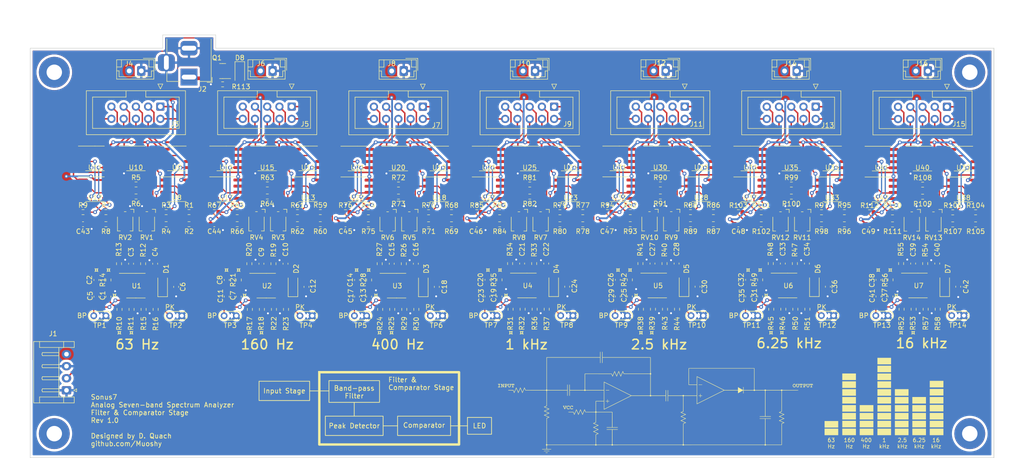
<source format=kicad_pcb>
(kicad_pcb (version 20211014) (generator pcbnew)
  (layers (0 "F.Cu" signal) (31 "B.Cu" signal) (34 "B.Paste" user) (35 "F.Paste" user) (36 "B.SilkS" user "B.Silkscreen") (37 "F.SilkS" user "F.Silkscreen") (38 "B.Mask" user) (39 "F.Mask" user) (44 "Edge.Cuts" user))
  (net 0 "")
  (net 1 "Net-(C1-Pad1)")
  (net 2 "Net-(C1-Pad2)")
  (net 3 "Net-(C2-Pad2)")
  (net 4 "Net-(C3-Pad1)")
  (net 5 "GND")
  (net 6 "VCC")
  (net 7 "/Filter 63 Hz/BP_OUT")
  (net 8 "/Filter 63 Hz/OUTPUT")
  (net 9 "Net-(C7-Pad1)")
  (net 10 "Net-(C7-Pad2)")
  (net 11 "Net-(C11-Pad1)")
  (net 12 "Net-(C9-Pad1)")
  (net 13 "/Filter 160 Hz/BP_OUT")
  (net 14 "/Filter 160 Hz/OUTPUT")
  (net 15 "Net-(C13-Pad1)")
  (net 16 "Net-(C13-Pad2)")
  (net 17 "Net-(C14-Pad2)")
  (net 18 "Net-(C15-Pad1)")
  (net 19 "/Filter 400 Hz/BP_OUT")
  (net 20 "/Filter 400 Hz/OUTPUT")
  (net 21 "Net-(C19-Pad1)")
  (net 22 "Net-(C19-Pad2)")
  (net 23 "Net-(C20-Pad2)")
  (net 24 "Net-(C21-Pad1)")
  (net 25 "/Filter 1 kHz/BP_OUT")
  (net 26 "/Filter 1 kHz/OUTPUT")
  (net 27 "Net-(C25-Pad1)")
  (net 28 "Net-(C25-Pad2)")
  (net 29 "Net-(C26-Pad2)")
  (net 30 "Net-(C27-Pad1)")
  (net 31 "/Filter 2.5 kHz/BP_OUT")
  (net 32 "/Filter 2.5 kHz/OUTPUT")
  (net 33 "Net-(C31-Pad1)")
  (net 34 "Net-(C31-Pad2)")
  (net 35 "Net-(C32-Pad2)")
  (net 36 "Net-(C33-Pad1)")
  (net 37 "/Filter 6.25 kHz/BP_OUT")
  (net 38 "/Filter 6.25 kHz/OUTPUT")
  (net 39 "Net-(C37-Pad1)")
  (net 40 "Net-(C37-Pad2)")
  (net 41 "Net-(C38-Pad2)")
  (net 42 "Net-(C39-Pad1)")
  (net 43 "/Filter 16 kHz/BP_OUT")
  (net 44 "/Filter 16 kHz/OUTPUT")
  (net 45 "Net-(D1-Pad2)")
  (net 46 "Net-(D2-Pad2)")
  (net 47 "Net-(D3-Pad2)")
  (net 48 "Net-(D4-Pad2)")
  (net 49 "Net-(D5-Pad2)")
  (net 50 "Net-(D6-Pad2)")
  (net 51 "Net-(D7-Pad2)")
  (net 52 "MONO")
  (net 53 "Net-(J3-Pad10)")
  (net 54 "Net-(J3-Pad9)")
  (net 55 "Net-(J3-Pad8)")
  (net 56 "Net-(J3-Pad7)")
  (net 57 "Net-(J3-Pad6)")
  (net 58 "Net-(J3-Pad5)")
  (net 59 "Net-(J3-Pad4)")
  (net 60 "Net-(J3-Pad3)")
  (net 61 "Net-(J3-Pad2)")
  (net 62 "Net-(J3-Pad1)")
  (net 64 "Net-(J5-Pad10)")
  (net 65 "Net-(J5-Pad9)")
  (net 66 "Net-(J5-Pad8)")
  (net 67 "Net-(J5-Pad7)")
  (net 68 "Net-(J5-Pad6)")
  (net 69 "Net-(J5-Pad5)")
  (net 70 "Net-(J5-Pad4)")
  (net 71 "Net-(J5-Pad3)")
  (net 72 "Net-(J5-Pad2)")
  (net 73 "Net-(J5-Pad1)")
  (net 74 "Net-(J7-Pad1)")
  (net 75 "Net-(J7-Pad2)")
  (net 76 "Net-(J7-Pad3)")
  (net 77 "Net-(J7-Pad4)")
  (net 78 "Net-(J7-Pad5)")
  (net 79 "Net-(J7-Pad6)")
  (net 80 "Net-(J7-Pad7)")
  (net 81 "Net-(J7-Pad8)")
  (net 82 "Net-(J7-Pad9)")
  (net 83 "Net-(J7-Pad10)")
  (net 84 "Net-(J9-Pad1)")
  (net 85 "Net-(J9-Pad2)")
  (net 86 "Net-(J9-Pad3)")
  (net 87 "Net-(J9-Pad4)")
  (net 88 "Net-(J9-Pad5)")
  (net 89 "Net-(J9-Pad6)")
  (net 90 "Net-(J9-Pad7)")
  (net 91 "Net-(J9-Pad8)")
  (net 92 "Net-(J9-Pad9)")
  (net 93 "Net-(J9-Pad10)")
  (net 94 "Net-(J11-Pad1)")
  (net 95 "Net-(J11-Pad2)")
  (net 96 "Net-(J11-Pad3)")
  (net 97 "Net-(J11-Pad4)")
  (net 98 "Net-(J11-Pad5)")
  (net 99 "Net-(J11-Pad6)")
  (net 100 "Net-(J11-Pad7)")
  (net 101 "Net-(J11-Pad8)")
  (net 102 "Net-(J11-Pad9)")
  (net 103 "Net-(J11-Pad10)")
  (net 104 "Net-(J13-Pad1)")
  (net 105 "Net-(J13-Pad2)")
  (net 106 "Net-(J13-Pad3)")
  (net 107 "Net-(J13-Pad4)")
  (net 108 "Net-(J13-Pad5)")
  (net 109 "Net-(J13-Pad6)")
  (net 110 "Net-(J13-Pad7)")
  (net 111 "Net-(J13-Pad8)")
  (net 112 "Net-(J13-Pad9)")
  (net 113 "Net-(J13-Pad10)")
  (net 114 "Net-(J15-Pad1)")
  (net 115 "Net-(J15-Pad2)")
  (net 116 "Net-(J15-Pad3)")
  (net 117 "Net-(J15-Pad4)")
  (net 118 "Net-(J15-Pad5)")
  (net 119 "Net-(J15-Pad6)")
  (net 120 "Net-(J15-Pad7)")
  (net 121 "Net-(J15-Pad8)")
  (net 122 "Net-(J15-Pad9)")
  (net 123 "Net-(J15-Pad10)")
  (net 124 "/Log Comp 63 Hz/LV9")
  (net 125 "/Log Comp 63 Hz/LV10")
  (net 126 "/Log Comp 63 Hz/LV8")
  (net 127 "/Log Comp 63 Hz/LV7")
  (net 128 "/Log Comp 63 Hz/LV6")
  (net 129 "/Log Comp 63 Hz/LV5")
  (net 130 "/Log Comp 63 Hz/LV4")
  (net 131 "/Log Comp 63 Hz/LV3")
  (net 132 "/Log Comp 63 Hz/LV2")
  (net 133 "/Log Comp 63 Hz/LV1")
  (net 134 "/Log Comp 160 Hz/LV9")
  (net 135 "/Log Comp 160 Hz/LV10")
  (net 136 "/Log Comp 160 Hz/LV8")
  (net 137 "/Log Comp 160 Hz/LV7")
  (net 138 "/Log Comp 160 Hz/LV6")
  (net 139 "/Log Comp 160 Hz/LV5")
  (net 140 "/Log Comp 160 Hz/LV4")
  (net 141 "/Log Comp 160 Hz/LV3")
  (net 142 "/Log Comp 160 Hz/LV2")
  (net 143 "/Log Comp 160 Hz/LV1")
  (net 144 "/Log Comp 400 Hz/LV9")
  (net 145 "/Log Comp 400 Hz/LV10")
  (net 146 "/Log Comp 400 Hz/LV8")
  (net 147 "/Log Comp 400 Hz/LV7")
  (net 148 "/Log Comp 400 Hz/LV6")
  (net 149 "/Log Comp 400 Hz/LV5")
  (net 150 "/Log Comp 400 Hz/LV4")
  (net 151 "/Log Comp 400 Hz/LV3")
  (net 152 "/Log Comp 400 Hz/LV2")
  (net 153 "/Log Comp 400 Hz/LV1")
  (net 154 "/Log Comp 1 kHz/LV9")
  (net 155 "/Log Comp 1 kHz/LV10")
  (net 156 "/Log Comp 1 kHz/LV8")
  (net 157 "/Log Comp 1 kHz/LV7")
  (net 158 "/Log Comp 1 kHz/LV6")
  (net 159 "/Log Comp 1 kHz/LV5")
  (net 160 "/Log Comp 1 kHz/LV4")
  (net 161 "/Log Comp 1 kHz/LV3")
  (net 162 "/Log Comp 1 kHz/LV2")
  (net 163 "/Log Comp 1 kHz/LV1")
  (net 164 "/Log Comp 2.5 kHz/LV9")
  (net 165 "/Log Comp 2.5 kHz/LV10")
  (net 166 "/Log Comp 2.5 kHz/LV8")
  (net 167 "/Log Comp 2.5 kHz/LV7")
  (net 168 "/Log Comp 2.5 kHz/LV6")
  (net 169 "/Log Comp 2.5 kHz/LV5")
  (net 170 "/Log Comp 2.5 kHz/LV4")
  (net 171 "/Log Comp 2.5 kHz/LV3")
  (net 172 "/Log Comp 2.5 kHz/LV2")
  (net 173 "/Log Comp 2.5 kHz/LV1")
  (net 174 "/Log Comp 6.25 kHz/LV9")
  (net 175 "/Log Comp 6.25 kHz/LV10")
  (net 176 "/Log Comp 6.25 kHz/LV8")
  (net 177 "/Log Comp 6.25 kHz/LV7")
  (net 178 "/Log Comp 6.25 kHz/LV6")
  (net 179 "/Log Comp 6.25 kHz/LV5")
  (net 180 "/Log Comp 6.25 kHz/LV4")
  (net 181 "/Log Comp 6.25 kHz/LV3")
  (net 182 "/Log Comp 6.25 kHz/LV2")
  (net 183 "/Log Comp 6.25 kHz/LV1")
  (net 184 "/Log Comp 16 kHz/LV9")
  (net 185 "/Log Comp 16 kHz/LV10")
  (net 186 "/Log Comp 16 kHz/LV8")
  (net 187 "/Log Comp 16 kHz/LV7")
  (net 188 "/Log Comp 16 kHz/LV6")
  (net 189 "/Log Comp 16 kHz/LV5")
  (net 190 "/Log Comp 16 kHz/LV4")
  (net 191 "/Log Comp 16 kHz/LV3")
  (net 192 "/Log Comp 16 kHz/LV2")
  (net 193 "/Log Comp 16 kHz/LV1")
  (net 200 "Net-(D8-Pad2)")
  (net 201 "/PWR_IN")
  (footprint "Resistor_SMD:R_0603_1608Metric" (layer "F.Cu") (at 207.35 102.675 -90)
    (fp_text reference "R53")
    (fp_text value "R3")
  )
  (footprint "Package_SO:SOIC-8_3.9x4.9mm_P1.27mm" (layer "F.Cu") (at 190.4475 77.7825)
    (fp_text reference "U33")
    (fp_text value "TLC272")
  )
  (footprint "Package_SO:SOIC-8_3.9x4.9mm_P1.27mm" (layer "F.Cu") (at 64.6875 77.7625)
    (fp_text reference "U17")
    (fp_text value "TLC272")
  )
  (footprint "Resistor_SMD:R_0603_1608Metric" (layer "F.Cu") (at 47.5375 102.7075 90)
    (fp_text reference "R15")
    (fp_text value "160k")
  )
  (footprint "Resistor_SMD:R_0603_1608Metric" (layer "F.Cu") (at 111.4325 82.5425)
    (fp_text reference "R68")
    (fp_text value "13k")
  )
  (footprint "Package_SO:SOIC-8_3.9x4.9mm_P1.27mm" (layer "F.Cu") (at 146.2625 77.7625)
    (fp_text reference "U32")
    (fp_text value "TLC272")
  )
  (footprint "Capacitor_SMD:C_0603_1608Metric" (layer "F.Cu") (at 145.95 100.025 -90)
    (fp_text reference "C29")
    (fp_text value "100n")
  )
  (footprint "Resistor_SMD:R_0603_1608Metric" (layer "F.Cu") (at 42.4375 93.2325 90)
    (fp_text reference "R13")
    (fp_text value "100k")
  )
  (footprint "Resistor_SMD:R_0603_1608Metric" (layer "F.Cu") (at 215.4625 85.0725)
    (fp_text reference "R107")
    (fp_text value "4.3k")
  )
  (footprint "Resistor_SMD:R_0603_1608Metric" (layer "F.Cu") (at 96.6375 102.7075 90)
    (fp_text reference "R24")
    (fp_text value "R1")
  )
  (footprint "Capacitor_SMD:C_0603_1608Metric" (layer "F.Cu") (at 64.7875 100.0575 -90)
    (fp_text reference "C11")
    (fp_text value "100n")
  )
  (footprint "Resistor_SMD:R_0603_1608Metric" (layer "F.Cu") (at 148.5375 85.0325)
    (fp_text reference "R93")
    (fp_text value "1.1k")
  )
  (footprint "Resistor_SMD:R_0603_1608Metric" (layer "F.Cu") (at 66.9625 85.0325)
    (fp_text reference "R66")
    (fp_text value "1.1k")
  )
  (footprint "Resistor_SMD:R_0603_1608Metric" (layer "F.Cu") (at 138.6825 85.0525)
    (fp_text reference "R78")
    (fp_text value "9.1k")
  )
  (footprint "Capacitor_SMD:C_0603_1608Metric" (layer "F.Cu") (at 121.4 100.025 90)
    (fp_text reference "C19")
    (fp_text value "C")
  )
  (footprint "Resistor_SMD:R_0603_1608Metric" (layer "F.Cu") (at 128.7 102.675 90)
    (fp_text reference "R36")
    (fp_text value "160k")
  )
  (footprint "Resistor_SMD:R_0603_1608Metric" (layer "F.Cu") (at 106.6825 82.5525)
    (fp_text reference "R70")
    (fp_text value "6.2k")
  )
  (footprint "Resistor_SMD:R_0603_1608Metric" (layer "F.Cu") (at 202.55 96.575 90)
    (fp_text reference "R56")
    (fp_text value "R2")
  )
  (footprint "Package_SO:SOIC-8_3.9x4.9mm_P1.27mm" (layer "F.Cu") (at 54.4375 77.7625)
    (fp_text reference "U8")
    (fp_text value "TLC272")
  )
  (footprint "Diode_SMD:D_SOD-123" (layer "F.Cu") (at 159.7 97.8 90)
    (fp_text reference "D5")
    (fp_text value "1N4148")
  )
  (footprint "Package_SO:SOIC-8_3.9x4.9mm_P1.27mm" (layer "F.Cu") (at 200.6875 77.8025)
    (fp_text reference "U42")
    (fp_text value "TLC272")
  )
  (footprint "Package_SO:SOIC-8_3.9x4.9mm_P1.27mm" (layer "F.Cu") (at 146.2625 71.3775)
    (fp_text reference "U31")
    (fp_text value "TLC272")
  )
  (footprint "Resistor_SMD:R_0603_1608Metric" (layer "F.Cu") (at 154.7875 76.7825)
    (fp_text reference "R90")
    (fp_text value "3k")
  )
  (footprint "Diode_SMD:D_SOD-123" (layer "F.Cu") (at 78.5375 97.8325 90)
    (fp_text reference "D2")
    (fp_text value "1N4148")
  )
  (footprint "Resistor_SMD:R_0603_1608Metric" (layer "F.Cu") (at 177.7 93.2 90)
    (fp_text reference "R48")
    (fp_text value "100k")
  )
  (footprint "Resistor_SMD:R_0603_1608Metric" (layer "F.Cu") (at 155.65 93.2 90)
    (fp_text reference "R40")
    (fp_text value "100k")
  )
  (footprint "Resistor_SMD:R_0603_1608Metric" (layer "F.Cu") (at 188.2225 82.5525)
    (fp_text reference "R97")
    (fp_text value "6.2k")
  )
  (footprint "Capacitor_SMD:C_0603_1608Metric" (layer "F.Cu") (at 126.1 93.2 90)
    (fp_text reference "C21")
    (fp_text value "100n")
  )
  (footprint "Package_SO:SOIC-8_3.9x4.9mm_P1.27mm" (layer "F.Cu") (at 181.2 97.75)
    (fp_text reference "U6")
    (fp_text value "TLC272")
  )
  (footprint "Resistor_SMD:R_0603_1608Metric" (layer "F.Cu") (at 175.7225 85.0525)
    (fp_text reference "R102")
    (fp_text value "1.1k")
  )
  (footprint "MountingHole:MountingHole_3.2mm_M3_Pad" (layer "F.Cu") (at 29 53.5)
    (fp_text reference "REF**" hide)
    (fp_text value "MountingHole_3.2mm_M3_Pad")
  )
  (footprint "Resistor_SMD:R_0603_1608Metric" (layer "F.Cu") (at 126.2 102.675 -90)
    (fp_text reference "R32")
    (fp_text value "R3")
  )
  (footprint "Package_SO:SOIC-8_3.9x4.9mm_P1.27mm" (layer "F.Cu") (at 108.9075 71.3975)
    (fp_text reference "U19")
    (fp_text value "TLC272")
  )
  (footprint "TestPoint:TestPoint_2Pads_Pitch2.54mm_Drill0.8mm" (layer "F.Cu") (at 52.9375 104.0325)
    (fp_text reference "TP2")
    (fp_text value "TP_PEAK")
  )
  (footprint "Resistor_SMD:R_0603_1608Metric" (layer "F.Cu") (at 198.2125 82.5725)
    (fp_text reference "R112")
    (fp_text value "750k")
  )
  (footprint "Resistor_SMD:R_0603_1608Metric" (layer "F.Cu") (at 155.75 102.675 90)
    (fp_text reference "R43")
    (fp_text value "160k")
  )
  (footprint "Package_SO:SOIC-8_3.9x4.9mm_P1.27mm" (layer "F.Cu") (at 154.7625 71.3775)
    (fp_text reference "U30")
    (fp_text value "TLC272")
  )
  (footprint "Resistor_SMD:R_0603_1608Metric" (layer "F.Cu") (at 121.4325 82.5525)
    (fp_text reference "R83")
    (fp_text value "1.6k")
  )
  (footprint "Resistor_SMD:R_0603_1608Metric" (layer "F.Cu") (at 121.4325 85.0525)
    (fp_text reference "R84")
    (fp_text value "1.1k")
  )
  (footprint "Resistor_SMD:R_0603_1608Metric" (layer "F.Cu") (at 158.25 102.675 -90)
    (fp_text reference "R44")
    (fp_text value "220k")
  )
  (footprint "Resistor_SMD:R_0603_1608Metric" (layer "F.Cu") (at 154.7875 79.2825)
    (fp_text reference "R91")
    (fp_text value "2.2k")
  )
  (footprint "Connector_IDC:IDC-Header_2x05_P2.54mm_Vertical" (layer "F.Cu") (at 78.2675 60.625 -90)
    (fp_text reference "J5")
    (fp_text value "Conn_02x05_Counter_Clockwise")
  )
  (footprint "Capacitor_SMD:C_0603_1608Metric" (layer "F.Cu") (at 145.95 96.575 90)
    (fp_text reference "C26")
    (fp_text value "C")
  )
  (footprint "Resistor_SMD:R_0603_1608Metric" (layer "F.Cu") (at 84.2125 85.0325)
    (fp_text reference "R60")
    (fp_text value "9.1k")
  )
  (footprint "Resistor_SMD:R_0603_1608Metric" (layer "F.Cu") (at 215.4625 82.5725)
    (fp_text reference "R106")
    (fp_text value "6.2k")
  )
  (footprint "Resistor_SMD:R_0603_1608Metric" (layer "F.Cu") (at 106.6825 85.0525)
    (fp_text reference "R71")
    (fp_text value "4.3k")
  )
  (footprint "Resistor_SMD:R_0603_1608Metric" (layer "F.Cu") (at 94.1825 82.5525)
    (fp_text reference "R74")
    (fp_text value "1.6k")
  )
  (footprint "Resistor_SMD:R_0603_1608Metric" (layer "F.Cu") (at 66.9625 82.5325)
    (fp_text reference "R65")
    (fp_text value "1.6k")
  )
  (footprint "Resistor_SMD:R_0603_1608Metric" (layer "F.Cu") (at 73.2125 79.2825)
    (fp_text reference "R64")
    (fp_text value "2.2k")
  )
  (footprint "Capacitor_SMD:C_0603_1608Metric" (layer "F.Cu") (at 180.2 93.2 90)
    (fp_text reference "C33")
    (fp_text value "100n")
  )
  (footprint "TestPoint:TestPoint_2Pads_Pitch2.54mm_Drill0.8mm" (layer "F.Cu") (at 134.1 104)
    (fp_text reference "TP8")
    (fp_text value "TP_PEAK")
  )
  (footprint "Resistor_SMD:R_0603_1608Metric" (layer "F.Cu") (at 52.2125 82.5325)
    (fp_text reference "R3")
    (fp_text value "6.2k")
  )
  (footprint "Package_SO:SOIC-8_3.9x4.9mm_P1.27mm" (layer "F.Cu") (at 119.1575 77.7825)
    (fp_text reference "U27")
    (fp_text value "TLC272")
  )
  (footprint "Package_SO:SOIC-8_3.9x4.9mm_P1.27mm" (layer "F.Cu") (at 127.6575 71.3975)
    (fp_text reference "U25")
    (fp_text value "TLC272")
  )
  (footprint "Resistor_SMD:R_0603_1608Metric" (layer "F.Cu") (at 104.1375 102.7075 -90)
    (fp_text reference "R30")
    (fp_text value "220k")
  )
  (footprint "Connector_JST:JST_EH_S4B-EH_1x04_P2.50mm_Horizontal" (layer "F.Cu") (at 31.5325 119.5 90)
    (fp_text reference "J1")
    (fp_text value "Conn_01x04")
  )
  (footprint "Potentiometer_SMD:Potentiometer_Bourns_TC33X_Vertical" (layer "F.Cu") (at 129.9325 84.5525 -90)
    (fp_text reference "RV7")
    (fp_text value "R_U")
  )
  (footprint "Capacitor_SMD:C_0603_1608Metric" (layer "F.Cu") (at 200.05 96.575 90)
    (fp_text reference "C38")
    (fp_text value "C")
  )
  (footprint "Resistor_SMD:R_0603_1608Metric" (layer "F.Cu") (at 180.3 102.675 -90)
    (fp_text reference "R46")
    (fp_text value "R3")
  )
  (footprint "Resistor_SMD:R_0603_1608Metric" (layer "F.Cu") (at 52.2125 85.0325)
    (fp_text reference "R4")
    (fp_text value "4.3k")
  )
  (footprint "Package_SO:SOIC-8_3.9x4.9mm_P1.27mm" (layer "F.Cu") (at 136.1575 71.3975)
    (fp_text reference "U24")
    (fp_text value "TLC272")
  )
  (footprint "Resistor_SMD:R_0603_1608Metric" (layer "F.Cu") (at 94.1825 85.0525)
    (fp_text reference "R75")
    (fp_text value "1.1k")
  )
  (footprint "Resistor_SMD:R_0603_1608Metric" (layer "F.Cu") (at 181.9725 76.8025)
    (fp_text reference "R99")
    (fp_text value "3k")
  )
  (footprint "Resistor_SMD:R_0603_1608Metric" (layer "F.Cu") (at 47.4375 93.2325 90)
    (fp_text reference "R12")
    (fp_text value "100k")
  )
  (footprint "Capacitor_SMD:C_0603_1608Metric" (layer "F.Cu") (at 91.8375 96.6075 90)
    (fp_text reference "C14")
    (fp_text value "C")
  )
  (footprint "silkscreen:MFB_peak" (layer "F.Cu") (at 153.75 122)
    (fp_text reference "G***" hide)
    (fp_text value "LOGO" hide)
  )
  (footprint "Resistor_SMD:R_0603_1608Metric" (layer "F.Cu") (at 209.2125 79.3225)
    (fp_text reference "R109")
    (fp_text value "2.2k")
  )
  (footprint "Package_SO:SOIC-8_3.9x4.9mm_P1.27mm" (layer "F.Cu") (at 54.4375 71.3775)
    (fp_text reference "U9")
    (fp_text value "TLC272")
  )
  (footprint "Resistor_SMD:R_0603_1608Metric" (layer "F.Cu") (at 181.9725 79.3025)
    (fp_text reference "R100")
    (fp_text value "2.2k")
  )
  (footprint "Resistor_SMD:R_0603_1608Metric" (layer "F.Cu") (at 45.0375 102.7075 -90)
    (fp_text reference "R11")
    (fp_text value "R3")
  )
  (footprint "Resistor_SMD:R_0603_1608Metric" (layer "F.Cu") (at 69.4875 93.2325 90)
    (fp_text reference "R20")
    (fp_text value "100k")
  )
  (footprint "Resistor_SMD:R_0603_1608Metric" (layer "F.Cu") (at 56.9625 85.0325)
    (fp_text reference "R2")
    (fp_text value "9.1k")
  )
  (footprint "Resistor_SMD:R_0603_1608Metric" (layer "F.Cu") (at 72.0875 102.7075 -90)
    (fp_text reference "R18")
    (fp_text value "R3")
  )
  (footprint "Package_SO:SOIC-8_3.9x4.9mm_P1.27mm" (layer "F.Cu") (at 100.0375 97.7825)
    (fp_text reference "U3")
    (fp_text value "TLC272")
  )
  (footprint "Resistor_SMD:R_0603_1608Metric" (layer "F.Cu") (at 62.2125 82.5325)
    (fp_text reference "R67")
    (fp_text value "750k")
  )
  (footprint "Capacitor_SMD:C_0603_1608Metric" (layer "F.Cu") (at 76.9875 93.2325 90)
    (fp_text reference "C10")
    (fp_text value "100n")
  )
  (footprint "Package_TO_SOT_SMD:SOT-23" (layer "F.Cu") (at 63.9375 53.25 180)
    (fp_text reference "Q1")
    (fp_text value "IRLML6402")
  )
  (footprint "Resistor_SMD:R_0603_1608Metric" (layer "F.Cu") (at 212.35 102.675 -90)
    (fp_text reference "R58")
    (fp_text value "220k")
  )
  (footprint "Package_SO:SOIC-8_3.9x4.9mm_P1.27mm" (layer "F.Cu") (at 200.6875 71.4175)
    (fp_text reference "U41")
    (fp_text value "TLC272")
  )
  (footprint "Potentiometer_SMD:Potentiometer_Bourns_TC33X_Vertical" (layer "F.Cu") (at 43.7125 84.5325 -90)
    (fp_text reference "RV2")
    (fp_text value "R_L")
  )
  (footprint "Resistor_SMD:R_0603_1608Metric" (layer "F.Cu") (at 111.4325 85.0525)
    (fp_text reference "R69")
    (fp_text value "9.1k")
  )
  (footprint "Capacitor_SMD:C_0603_1608Metric" (layer "F.Cu") (at 207.25 93.2 90)
    (fp_text reference "C39")
    (fp_text value "100n")
  )
  (footprint "Resistor_SMD:R_0603_1608Metric" (layer "F.Cu") (at 79.4625 82.5325)
    (fp_text reference "R61")
    (fp_text value "6.2k")
  )
  (footprint "TestPoint:TestPoint_2Pads_Pitch2.54mm_Drill0.8mm" (layer "F.Cu") (at 37.1875 104.0325)
    (fp_text reference "TP1")
    (fp_text value "TP_BP")
  )
  (footprint "Resistor_SMD:R_0603_1608Metric" (layer "F.Cu") (at 67.2875 96.6075 90)
    (fp_text reference "R21")
    (fp_text value "R2")
  )
  (footprint "Connector_JST:JST_EH_B2B-EH-A_1x02_P2.50mm_Vertical" (layer "F.Cu") (at 155.8775 53.2125 180)
    (fp_text reference "J12")
    (fp_text value "Conn_01x02")
  )
  (footprint "Capacitor_SMD:C_0603_1608Metric" (layer "F.Cu") (at 40.2375 100.0575 90)
    (fp_text reference "C1")
    (fp_text value "C")
  )
  (footprint "TestPoint:TestPoint_2Pads_Pitch2.54mm_Drill0.8mm" (layer "F.Cu") (at 199.5 104)
    (fp_text reference "TP13")
    (fp_text value "TP_BP")
  )
  (footprint "Resistor_SMD:R_0603_1608Metric" (layer "F.Cu") (at 74.5875 102.7075 90)
    (fp_text reference "R22")
    (fp_text value "160k")
  )
  (footprint "Resistor_SMD:R_0603_1608Metric" (layer "F.Cu") (at 45.9625 76.7825)
    (fp_text reference "R5")
    (fp_text value "3k")
  )
  (footprint "Resistor_SMD:R_0603_1608Metric" (layer "F.Cu") (at 96.5375 93.2325 90)
    (fp_text reference "R27")
    (fp_text value "100k")
  )
  (footprint "Resistor_SMD:R_0603_1608Metric" (layer "F.Cu") (at 63.9375 56 180)
    (fp_text reference "R113")
    (fp_text value "100R")
  )
  (footprint "Potentiometer_SMD:Potentiometer_Bourns_TC33X_Vertical" (layer "F.Cu") (at 98.1825 84.5525 -90)
    (fp_text reference "RV6")
    (fp_text value "R_L")
  )
  (footprint "Potentiometer_SMD:Potentiometer_Bourns_TC33X_Vertical" (layer "F.Cu") (at 125.4325 84.5525 -90)
    (fp_text reference "RV8")
    (fp_text value "R_L")
  )
  (footprint "Capacitor_SMD:C_0603_1608Metric" (layer "F.Cu") (at 71.9875 93.2325 90)
    (fp_text reference "C9")
    (fp_text value "100n")
  )
  (footprint "Resistor_SMD:R_0603_1608Metric" (layer "F.Cu") (at 79.4625 85.0325)
    (fp_text reference "R62")
    (fp_text value "4.3k")
  )
  (footprint "Capacitor_SMD:C_0603_1608Metric" (layer "F.Cu") (at 37.7375 100.0575 -90)
    (fp_text reference "C5")
    (fp_text value "100n")
  )
  (footprint "Resistor_SMD:R_0603_1608Metric" (layer "F.Cu") (at 165.7875 82.5225)
    (fp_text reference "R86")
    (fp_text value "13k")
  )
  (footprint "TestPoint:TestPoint_2Pads_Pitch2.54mm_Drill0.8mm" (layer "F.Cu") (at 215.25 104)
    (fp_text reference "TP14")
    (fp_text value "TP_PEAK")
  )
  (footprint "Capacitor_SMD:C_0603_1608Metric" (layer "F.Cu") (at 104.0375 93.2325 90)
    (fp_text reference "C16")
    (fp_text value "100n")
  )
  (footprint "Resistor_SMD:R_0603_1608Metric" (layer "F.Cu") (at 143.7875 82.5325)
    (fp_text reference "R94")
    (fp_text value "750k")
  )
  (footprint "Resistor_SMD:R_0603_1608Metric" (layer "F.Cu") (at 100.4325 79.3025)
    (fp_text reference "R73")
    (fp_text value "2.2k")
  )
  (footprint "Capacitor_SMD:C_0603_1608Metric" (layer "F.Cu") (at 158.15 93.2 90)
    (fp_text reference "C28")
    (fp_text value "100n")
  )
  (footprint "Capacitor_SMD:C_0603_1608Metric" (layer "F.Cu") (at 189.55 98 90)
    (fp_text reference "C36")
    (fp_text value "220n")
  )
  (footprint "Resistor_SMD:R_0603_1608Metric" (layer "F.Cu") (at 101.6375 102.7075 90)
    (fp_text reference "R29")
    (fp_text value "160k")
  )
  (footprint "Resistor_SMD:R_0603_1608Metric" (layer "F.Cu") (at 220.2125 85.0725)
    (fp_text reference "R105")
    (fp_text value "9.1k")
  )
  (footprint "Package_SO:SOIC-8_3.9x4.9mm_P1.27mm" (layer "F.Cu") (at 91.9075 71.3975)
    (fp_text reference "U21")
    (fp_text value "TLC272")
  )
  (footprint "Connector_IDC:IDC-Header_2x05_P2.54mm_Vertical" (layer "F.Cu") (at 132.7375 60.645 -90)
    (fp_text reference "J9")
    (fp_text value "Conn_02x05_Counter_Clockwise")
  )
  (footprint "Package_SO:SOIC-8_3.9x4.9mm_P1.27mm" (layer "F.Cu") (at 217.6875 71.4175)
    (fp_text reference "U39")
    (fp_text value "TLC272")
  )
  (footprint "Capacitor_SMD:C_0603_1608Metric" (layer "F.Cu") (at 62.2125 85.0325)
    (fp_text reference "C44")
    (fp_text value "100n")
  )
  (footprint "Resistor_SMD:R_0603_1608Metric" (layer "F.Cu") (at 209.85 102.675 90)
    (fp_text reference "R57")
    (fp_text value "160k")
  )
  (footprint "Resistor_SMD:R_0603_1608Metric" (layer "F.Cu") (at 204.85 102.675 90)
    (fp_text reference "R52")
    (fp_text value "R1")
  )
  (footprint "Resistor_SMD:R_0603_1608Metric" (layer "F.Cu") (at 45.9625 79.2825)
    (fp_text reference "R6")
    (fp_text value "2.2k")
  )
  (footprint "Resistor_SMD:R_0603_1608Metric" (layer "F.Cu") (at 170.9725 82.5525)
    (fp_text reference "R103")
    (fp_text value "750k")
  )
  (footprint "Capacitor_SMD:C_0603_1608Metric" (layer "F.Cu") (at 173 96.575 90)
    (fp_text reference "C32")
    (fp_text value "C")
  )
  (footprint "Resistor_SMD:R_0603_1608Metric" (layer "F.Cu") (at 84.2125 82.5225)
    (fp_text reference "R59")
    (fp_text value "13k")
  )
  (footprint "Resistor_SMD:R_0603_1608Metric" (layer "F.Cu") (at 185.3 102.675 -90)
    (fp_text reference "R51")
    (fp_text value "220k")
  )
  (footprint "Capacitor_SMD:C_0603_1608Metric" (layer "F.Cu") (at 108.3875 98.0325 90)
    (fp_text reference "C18")
    (fp_text value "220n")
  )
  (footprint "Resistor_SMD:R_0603_1608Metric" (layer "F.Cu") (at 121.4 96.575 90)
    (fp_text reference "R35")
    (fp_text value "R2")
  )
  (footprint "Potentiometer_SMD:Potentiometer_Bourns_TC33X_Vertical" (layer "F.Cu") (at 152.5375 84.5325 -90)
    (fp_text reference "RV10")
    (fp_text value "R_L")
  )
  (footprint "Capacitor_SMD:C_0603_1608Metric" (layer "F.Cu") (at 118.9 100.025 -90)
    (fp_text reference "C23")
    (fp_text value "100n")
  )
  (footprint "Diode_SMD:D_SOD-123" (layer "F.Cu") (at 105.5875 97.8325 90)
    (fp_text reference "D3")
    (fp_text value "1N4148")
  )
  (footprint "Resistor_SMD:R_0603_1608Metric" (layer "F.Cu") (at 150.75 102.675 90)
    (fp_text reference "R38")
    (fp_text value "R1")
  )
  (footprint "Resistor_SMD:R_0603_1608Metric" (layer "F.Cu") (at 94.3375 96.6075 90)
    (fp_text reference "R28")
    (fp_text value "R2")
  )
  (footprint "Resistor_SMD:R_0603_1608Metric" (layer "F.Cu") (at 192.9725 82.5425)
    (fp_text reference "R95")
    (fp_text value "13k")
  )
  (footprint "MountingHole:MountingHole_3.2mm_M3_Pad" (layer "F.Cu") (at 29 128.5)
    (fp_text reference "REF**" hide)
    (fp_text value "MountingHole_3.2mm_M3_Pad")
  )
  (footprint "Diode_SMD:D_SOD-123" (layer "F.Cu") (at 132.65 97.8 90)
    (fp_text reference "D4")
    (fp_text value "1N4148")
  )
  (footprint "Resistor_SMD:R_0603_1608Metric" (layer "F.Cu") (at 138.6825 82.5425)
    (fp_text reference "R77")
    (fp_text value "13k")
  )
  (footprint "Capacitor_SMD:C_0603_1608Metric" (layer "F.Cu") (at 54.2875 98.0325 90)
    (fp_text reference "C6")
    (fp_text value "220n")
  )
  (footprint "Package_SO:SOIC-8_3.9x4.9mm_P1.27mm" (layer "F.Cu") (at 209.1875 71.4175)
    (fp_text reference "U40")
    (fp_text value "TLC272")
  )
  (footprint "Package_SO:SOIC-8_3.9x4.9mm_P1.27mm" (layer "F.Cu") (at 136.1575 77.7825)
    (fp_text reference "U23")
    (fp_text value "TLC272")
  )
  (footprint "Resistor_SMD:R_0603_1608Metric" (layer "F.Cu") (at 175.5 96.575 90)
    (fp_text reference "R49")
    (fp_text value "R2")
  )
  (footprint "TestPoint:TestPoint_2Pads_Pitch2.54mm_Drill0.8mm" (layer "F.Cu") (at 172.45 104)
    (fp_text reference "TP11")
    (fp_text value "TP_BP")
  )
  (footprint "Capacitor_SMD:C_0603_1608Metric" (layer "F.Cu") (at 99.0375 93.2325 90)
    (fp_text reference "C15")
    (fp_text value "100n")
  )
  (footprint "MountingHole:MountingHole_3.2mm_M3_Pad" (layer "F.Cu") (at 219 53.5)
    (fp_text reference "REF**" hide)
    (fp_text value "MountingHole_3.2mm_M3_Pad")
  )
  (footprint "Resistor_SMD:R_0603_1608Metric" (layer "F.Cu") (at 39.7125 82.5325)
    (fp_text reference "R7")
    (fp_text value "1.6k")
  )
  (footprint "Resistor_SMD:R_0603_1608Metric" (layer "F.Cu") (at 101.5375 93.2325 90)
    (fp_text reference "R26")
    (fp_text value "100k")
  )
  (footprint "Package_SO:SOIC-8_3.9x4.9mm_P1.27mm" (layer "F.Cu") (at 163.2625 77.7625)
    (fp_text reference "U28")
    (fp_text value "TLC272")
  )
  (footprint "Resistor_SMD:R_0603_1608Metric" (layer "F.Cu") (at 133.9325 82.5525)
    (fp_text reference "R79")
    (fp_text value "6.2k")
  )
  (footprint "Resistor_SMD:R_0603_1608Metric" (layer "F.Cu") (at 148.45 96.575 90)
    (fp_text reference "R42")
    (fp_text value "R2")
  )
  (footprint "Resistor_SMD:R_0603_1608Metric" (layer "F.Cu") (at 153.25 102.675 -90)
    (fp_text reference "R39")
    (fp_text value "R3")
  )
  (footprint "Connector_IDC:IDC-Header_2x05_P2.54mm_Vertical" (layer "F.Cu") (at 159.8425 60.625 -90)
    (fp_text reference "J11")
    (fp_text value "Conn_02x05_Counter_Clockwise")
  )
  (footprint "Package_SO:SOIC-8_3.9x4.9mm_P1.27mm" (layer "F.Cu") (at 64.6875 71.3775)
    (fp_text reference "U16")
    (fp_text value "TLC272")
  )
  (footprint "Package_SO:SOIC-8_3.9x4.9mm_P1.27mm" (layer "F.Cu") (at 163.2625 71.3775)
    (fp_text reference "U29")
    (fp_text value "TLC272")
  )
  (footprint "Package_SO:SOIC-8_3.9x4.9mm_P1.27mm" (layer "F.Cu") (at 100.4075 71.3975)
    (fp_text reference "U20")
    (fp_text value "TLC272")
  )
  (footprint "Resistor_SMD:R_0603_1608Metric" (layer "F.Cu") (at 73.2125 76.7825)
    (fp_text reference "R63")
    (fp_text value "3k")
  )
  (footprint "Capacitor_SMD:C_0603_1608Metric" (layer "F.Cu") (at 94.3375 100.0575 90)
    (fp_text reference "C13")
    (fp_text value "C")
  )
  (footprint "Resistor_SMD:R_0603_1608Metric" (layer "F.Cu") (at 177.8 102.675 90)
    (fp_text reference "R45")
    (fp_text value "R1")
  )
  (footprint "Connector_JST:JST_EH_B2B-EH-A_1x02_P2.50mm_Vertical" (layer "F.Cu") (at 101.5225 53.2325 180)
    (fp_text reference "J8")
    (fp_text value "Conn_01x02")
  )
  (footprint "Connector_IDC:IDC-Header_2x05_P2.54mm_Vertical" (layer "F.Cu") (at 214.2675 60.665 -90)
    (fp_text reference "J15")
    (fp_text value "Conn_02x05_Counter_Clockwise")
  )
  (footprint "Capacitor_SMD:C_0603_1608Metric" (layer "F.Cu") (at 212.25 93.2 90)
    (fp_text reference "C40")
    (fp_text value "100n")
  )
  (footprint "Potentiometer_SMD:Potentiometer_Bourns_TC33X_Vertical" (layer "F.Cu") (at 184.2225 84.5525 -90)
    (fp_text reference "RV11")
    (fp_text value "R_U")
  )
  (footprint "Package_SO:SOIC-8_3.9x4.9mm_P1.27mm" (layer "F.Cu") (at 127.1 97.75)
    (fp_text reference "U4")
    (fp_text value "TLC272")
  )
  (footprint "silkscreen:equalizer" (layer "F.Cu") (at 201.25 121)
    (fp_text reference "G***" hide)
    (fp_text value "LOGO" hide)
  )
  (footprint "Resistor_SMD:R_0603_1608Metric" (layer "F.Cu") (at 150.65 93.2 90)
    (fp_text reference "R41")
    (fp_text value "100k")
  )
  (footprint "Resistor_SMD:R_0603_1608Metric" (layer "F.Cu") (at 39.7125 85.0325)
    (fp_text reference "R8")
    (fp_text value "1.1k")
  )
  (footprint "Potentiometer_SMD:Potentiometer_Bourns_TC33X_Vertical" (layer "F.Cu") (at 211.4625 84.5725 -90)
    (fp_text reference "RV13")
    (fp_text value "R_U")
  )
  (footprint "Resistor_SMD:R_0603_1608Metric" (layer "F.Cu") (at 209.2125 76.8225)
    (fp_text reference "R108")
    (fp_text value "3k")
  )
  (footprint "Capacitor_SMD:C_0603_1608Metric" (layer "F.Cu") (at 49.9375 93.2325 90)
    (fp_text reference "C4")
    (fp_text value "100n")
  )
  (footprint "Package_SO:SOIC-8_3.9x4.9mm_P1.27mm" (layer "F.Cu") (at 81.6875 71.3775)
    (fp_text reference "U14")
    (fp_text value "TLC272")
  )
  (footprint "Resistor_SMD:R_0603_1608Metric" (layer "F.Cu") (at 182.7 93.2 90)
    (fp_text reference "R47")
    (fp_text value "100k")
  )
  (footprint "TestPoint:TestPoint_2Pads_Pitch2.54mm_Drill0.8mm" (layer "F.Cu") (at 79.9875 104.0325)
    (fp_text reference "TP4")
    (fp_text value "TP_PEAK")
  )
  (footprint "Package_SO:SOIC-8_3.9x4.9mm_P1.27mm" (layer "F.Cu") (at 154.15 97.75)
    (fp_text reference "U5")
    (fp_text value "TLC272")
  )
  (footprint "Resistor_SMD:R_0603_1608Metric" (layer "F.Cu") (at 161.0375 85.0325)
    (fp_text reference "R89")
    (fp_text value "4.3k")
  )
  (footprint "Diode_SMD:D_SOD-123" (layer "F.Cu") (at 51.4875 97.8325 90)
    (fp_text reference "D1")
    (fp_text value "1N4148")
  )
  (footprint "Connector_BarrelJack:BarrelJack_Horizontal" (layer "F.Cu") (at 56.9575 54.5 -90)
    (fp_text reference "J2")
    (fp_text value "DC-Jack")
  )
  (footprint "Resistor_SMD:R_0603_1608Metric" (layer "F.Cu") (at 209.75 93.2 90)
    (fp_text reference "R54")
    (fp_text value "100k")
  )
  (footprint "Capacitor_SMD:C_0603_1608Metric" (layer "F.Cu") (at 200.05 100.025 -90)
    (fp_text reference "C41")
    (fp_text value "100n")
  )
  (footprint "Package_SO:SOIC-8_3.9x4.9mm_P1.27mm" (layer "F.Cu") (at 72.9875 97.7825)
    (fp_text reference "U2")
    (fp_text value "TLC272")
  )
  (footprint "Potentiometer_SMD:Potentiometer_Bourns_TC33X_Vertical" (layer "F.Cu") (at 48.2125 84.5325 -90)
    (fp_text reference "RV1")
    (fp_text value "R_U")
  )
  (footprint "Package_SO:SOIC-8_3.9x4.9mm_P1.27mm" (layer "F.Cu") (at 73.1875 71.3775)
    (fp_text reference "U15")
    (fp_text value "TLC272")
  )
  (footprint "Package_SO:SOIC-8_3.9x4.9mm_P1.27mm" (layer "F.Cu") (at 45.9375 71.3775)
    (fp_text reference "U10")
    (fp_text value "TLC272")
  )
  (footprint "Resistor_SMD:R_0603_1608Metric" (layer "F.Cu") (at 133.9325 85.0525)
    (fp_text reference "R80")
    (fp_text value "4.3k")
  )
  (footprint "Resistor_SMD:R_0603_1608Metric" (layer "F.Cu") (at 202.9625 85.0725)
    (fp_text reference "R111")
    (fp_text value "1.1k")
  )
  (footprint "Capacitor_SMD:C_0603_1608Metric" (layer "F.Cu") (at 173 100.025 -90)
    (fp_text reference "C35")
    (fp_text value "100n")
  )
  (footprint "Capacitor_SMD:C_0603_1608Metric" (layer "F.Cu") (at 162.5 98 90)
    (fp_text reference "C30")
    (fp_text value "220n")
  )
  (footprint "TestPoint:TestPoint_2Pads_Pitch2.54mm_Drill0.8mm" (layer "F.Cu") (at 118.35 104)
    (fp_text reference "TP7")
    (fp_text value "TP_BP")
  )
  (footprint "Potentiometer_SMD:Potentiometer_Bourns_TC33X_Vertical" (layer "F.Cu") (at 70.9625 84.5325 -90)
    (fp_text reference "RV4")
    (fp_text value "R_L")
  )
  (footprint "Connector_JST:JST_EH_B2B-EH-A_1x02_P2.50mm_Vertical" (layer "F.Cu") (at 183.0625 53.2325 180)
    (fp_text reference "J14")
    (fp_text value "Conn_01x02")
  )
  (footprint "Resistor_SMD:R_0603_1608Metric" (layer "F.Cu") (at 202.9625 82.5725)
    (fp_text reference "R110")
    (fp_text value "1.6k")
  )
  (footprint "Capacitor_SMD:C_0603_1608Metric" (layer "F.Cu") (at 34.9625 85.0325)
    (fp_text reference "C43")
    (fp_text value "100n")
  )
  (footprint "Resistor_SMD:R_0603_1608Metric" (layer "F.Cu") (at 188.2225 85.0525)
    (fp_text reference "R98")
    (fp_text value "4.3k")
  )
  (footprint "Capacitor_SMD:C_0603_1608Metric" (layer "F.Cu") (at 143.7875 85.0325)
    (fp_text reference "C47")
    (fp_text value "100n")
  )
  (footprint "Resistor_SMD:R_0603_1608Metric" (layer "F.Cu") (at 40.2375 96.6075 90)
    (fp_text reference "R14")
    (fp_text value "R2")
  )
  (footprint "Package_SO:SOIC-8_3.9x4.9mm_P1.27mm" (layer "F.Cu") (at 217.6875 77.8025)
    (fp_text reference "U38")
    (fp_text value "TLC272")
  )
  (footprint "TestPoint:TestPoint_2Pads_Pitch2.54mm_Drill0.8mm" (layer "F.Cu") (at 91.2875 104.0325)
    (fp_text reference "TP5")
    (fp_text value "TP_BP")
  )
  (footprint "Capacitor_SMD:C_0603_1608Metric" (layer "F.Cu") (at 170.9725 85.0525)
    (fp_text reference "C48")
    (fp_text value "100n")
  )
  (footprint "Resistor_SMD:R_0603_1608Metric" (layer "F.Cu") (at 74.4875 93.2325 90)
    (fp_text reference "R19")
    (fp_text value "100k")
  )
  (footprint "MountingHole:MountingHole_3.2mm_M3_Pad" (layer "F.Cu") (at 219 128.5)
    (fp_text reference "REF**" hide)
    (fp_text value "MountingHole_3.2mm_M3_Pad")
  )
  (footprint "Connector_JST:JST_EH_B2B-EH-A_1x02_P2.50mm_Vertical" (layer "F.Cu") (at 47.0525 53.2125 180)
    (fp_text reference "J4")
    (fp_text value "Conn_01x02")
  )
  (footprint "Capacitor_SMD:C_0603_1608Metric" (layer "F.Cu") (at 216.6 98 90)
    (fp_text reference "C42")
    (fp_text value "220n")
  )
  (footprint "Package_SO:SOIC-8_3.9x4.9mm_P1.27mm" (layer "F.Cu") (at 119.1575 71.3975)
    (fp_text reference "U26")
    (fp_text value "TLC272")
  )
  (footprint "Package_SO:SOIC-8_3.9x4.9mm_P1.27mm" (layer "F.Cu") (at 37.4375 71.3775)
    (fp_text reference "U11")
    (fp_text value "TLC272")
  )
  (footprint "Capacitor_SMD:C_0603_1608Metric" (layer "F.Cu") (at 153.15 93.2 90)
    (fp_text reference "C27")
    (fp_text value "100n")
  )
  (footprint "Potentiometer_SMD:Potentiometer_Bourns_TC33X_Vertical" (layer "F.Cu") (at 179.7225 84.5525 -90)
    (fp_text reference "RV12")
    (fp_text value "R_L")
  )
  (footprint "Capacitor_SMD:C_0603_1608Metric" (layer "F.Cu") (at 175.5 100.025 90)
    (fp_text reference "C31")
    (fp_text value "C")
  )
  (footprint "Resistor_SMD:R_0603_1608Metric" (layer "F.Cu") (at 128.6 93.2 90)
    (fp_text reference "R33")
    (fp_text value "100k")
  )
  (footprint "Capacitor_SMD:C_0603_1608Metric" (layer "F.Cu") (at 64.7875 96.6075 90)
    (fp_text reference "C8")
    (fp_text value "C")
  )
  (footprint "Resistor_SMD:R_0603_1608Metric" (layer "F.Cu") (at 161.0375 82.5325)
    (fp_text reference "R88")
    (fp_text value "6.2k")
  )
  (footprint "Resistor_SMD:R_0603_1608Metric" (layer "F.Cu") (at 204.75 93.2 90)
    (fp_text reference "R55")
    (fp_text value "100k")
  )
  (footprint "Resistor_SMD:R_0603_1608Metric" (layer "F.Cu") (at 42.5375 102.7075 90)
    (fp_text reference "R10")
    (fp_text value "R1")
  )
  (footprint "Resistor_SMD:R_0603_1608Metric" (layer "F.Cu") (at 131.2 102.675 -90)
    (fp_text reference "R37")
    (fp_text value "220k")
  )
  (footprint "Capacitor_SMD:C_0603_1608Metric" (layer "F.Cu") (at 135.45 98 90)
    (fp_text reference "C24")
    (fp_text value "220n")
  )
  (footprint "TestPoint:TestPoint_2Pads_Pitch2.54mm_Drill0.8mm" (layer "F.Cu") (at 64.2375 104.0325)
    (fp_text reference "TP3")
    (fp_text value "TP_BP")
  )
  (footprint "Capacitor_SMD:C_0603_1608Metric" (layer "F.Cu") (at 37.7375 96.6075 90)
    (fp_text reference "C2")
    (fp_text value "C")
  )
  (footprint "Resistor_SMD:R_0603_1608Metric" (layer "F.Cu") (at 100.4325 76.8025)
    (fp_text reference "R72")
    (fp_text value "3k")
  )
  (footprint "Package_SO:SOIC-8_3.9x4.9mm_P1.27mm" (layer "F.Cu") (at 108.9075 77.7825)
    (fp_text reference "U18")
    (fp_text value "TLC272")
  )
  (footprint "Capacitor_SMD:C_0603_1608Metric" (layer "F.Cu") (at 89.4325 85.0525)
    (fp_text reference "C45")
    (fp_text value "100n")
  )
  (footprint "Capacitor_SMD:C_0603_1608Metric" (layer "F.Cu") (at 118.9 96.575 90)
    (fp_text reference "C20")
    (fp_text value "C")
  )
  (footprint "Package_SO:SOIC-8_3.9x4.9mm_P1.27mm" (layer "F.Cu") (at 173.4475 77.7825)
    (fp_text reference "U37")
    (fp_text value "TLC272")
  )
  (footprint "Resistor_SMD:R_0603_1608Metric" (layer "F.Cu") (at 182.8 102.675 90)
    (fp_text reference "R50")
    (fp_text value "160k")
  )
  (footprint "Diode_SMD:D_SOD-123" (layer "F.Cu") (at 67.5 53.55 -90)
    (fp_text reference "D8")
    (fp_text value "8.2V")
  )
  (footprint "Resistor_SMD:R_0603_1608Metric" (layer "F.Cu") (at 56.9625 82.5225)
    (fp_text reference "R1")
    (fp_text value "13k")
  )
  (footprint "Connector_IDC:IDC-Header_2x05_P2.54mm_Vertical" (layer "F.Cu") (at 187.0275 60.645 -90)
    (fp_text reference "J13")
    (fp_text value "Conn_02x05_Counter_Clockwise")
  )
  (footprint "Resistor_SMD:R_0603_1608Metric" (layer "F.Cu") (at 148.5375 82.5325)
    (fp_text reference "R92")
    (fp_text value "1.6k")
  )
  (footprint "Package_SO:SOIC-8_3.9x4.9mm_P1.27mm" (layer "F.Cu") (at 45.9375 97.7825)
    (fp_text reference "U1")
    (fp_text value "TLC272")
  )
  (footprint "Package_SO:SOIC-8_3.9x4.9mm_P1.27mm" (layer "F.Cu") (at 173.4475 71.3975)
    (fp_text reference "U36")
    (fp_text value "TLC272")
  )
  (footprint "Package_SO:SOIC-8_3.9x4.9mm_P1.27mm" (layer "F.Cu") (at 37.4375 77.7625)
    (fp_text reference "U12")
    (fp_text value "TLC272")
  )
  (footprint "Connector_JST:JST_EH_B2B-EH-A_1x02_P2.50mm_Vertical" (layer "F.Cu") (at 210.3025 53.2525 180)
    (fp_text reference "J16")
    (fp_text value "Conn_01x02")
  )
  (footprint "Diode_SMD:D_SOD-123" (layer "F.Cu") (at 213.8 97.8 90)
    (fp_text reference "D7")
    (fp_text value "1N4148")
  )
  (footprint "Resistor_SMD:R_0603_1608Metric" (layer "F.Cu") (at 77.0875 102.7075 -90)
    (fp_text reference "R23")
    (fp_text value "220k")
  )
  (footprint "TestPoint:TestPoint_2Pads_Pitch2.54mm_Drill0.8mm" (layer "F.Cu") (at 145.4 104)
    (fp_text reference "TP9")
    (fp_text value "TP_BP")
  )
  (footprint "Connector_IDC:IDC-Header_2x05_P2.54mm_Vertical" (layer "F.Cu") (at 51.0175 60.625 -90)
    (fp_text reference "J3")
    (fp_text value "Conn_02x05_Counter_Clockwise")
  )
  (footprint "Package_SO:SOIC-8_3.9x4.9mm_P1.27mm" (layer "F.Cu") (at 81.6875 77.7625)
    (fp_text reference "U13")
    (fp_text value "TLC272")
  )
  (footprint "TestPoint:TestPoint_2Pads_Pitch2.54mm_Drill0.8mm" (layer "F.Cu") (at 188.2 104)
    (fp_text reference "TP12")
    (fp_text value "TP_PEAK")
  )
  (footprint "Capacitor_SMD:C_0603_1608Metric" (layer "F.Cu") (at 67.2875 100.0575 90)
    (fp_text reference "C7")
    (fp_text value "C")
  )
  (footprint "Package_SO:SOIC-8_3.9x4.9mm_P1.27mm" (layer "F.Cu") (at 91.9075 77.7825)
    (fp_text reference "U22")
    (fp_text value "TLC272")
  )
  (footprint "Capacitor_SMD:C_0603_1608Metric" (layer "F.Cu") (at 91.8375 100.0575 -90)
    (fp_text reference "C17")
    (fp_text value "100n")
  )
  (footprint "TestPoint:TestPoint_2Pads_Pitch2.54mm_Drill0.8mm" (layer "F.Cu") (at 161.15 104)
    (fp_text reference "TP10")
    (fp_text value "TP_PEAK")
  )
  (footprint "Potentiometer_SMD:Potentiometer_Bourns_TC33X_Vertical" (layer "F.Cu") (at 206.9625 84.5725 -90)
    (fp_text reference "RV14")
    (fp_text value "R_L")
  )
  (footprint "Resistor_SMD:R_0603_1608Metric" (layer "F.Cu") (at 165.7875 85.0325)
    (fp_text reference "R87")
    (fp_text value "9.1k")
  )
  (footprint "Capacitor_SMD:C_0603_1608Metric" (layer "F.Cu") (at 116.6825 85.0525)
    (fp_text reference "C46")
    (fp_text value "100n")
  )
  (footprint "Resistor_SMD:R_0603_1608Metric" (layer "F.Cu") (at 127.6825 76.8025)
    (fp_text reference "R81")
    (fp_text value "3k")
  )
  (footprint "Potentiometer_SMD:Potentiometer_Bourns_TC33X_Vertical" (layer "F.Cu") (at 75.4625 84.5325 -90)
    (fp_text reference "RV3")
    (fp_text value "R_U")
  )
  (footprint "Resistor_SMD:R_0603_1608Metric" (layer "F.Cu") (at 127.6825 79.3025)
    (fp_text reference "R82")
    (fp_text value "2.2k")
  )
  (footprint "Resistor_SMD:R_0603_1608Metric" (layer "F.Cu") (at 99.1375 102.7075 -90)
    (fp_text reference "R25")
    (fp_text value "R3")
  )
  (footprint "Connector_JST:JST_EH_B2B-EH-A_1x02_P2.50mm_Vertical" (layer "F.Cu") (at 128.7725 53.2325 180)
    (fp_text reference "J10")
    (fp_text value "Conn_01x02")
  )
  (footprint "Resistor_SMD:R_0603_1608Metric" (layer "F.Cu") (at 220.2125 82.5625)
    (fp_text reference "R104")
    (fp_text value "13k")
  )
  (footprint "Resistor_SMD:R_0603_1608Metric" (layer "F.Cu") (at 175.7225 82.5525)
    (fp_text reference "R101")
    (fp_text value "1.6k")
  )
  (footprint "Capacitor_SMD:C_0603_1608Metric" (layer "F.Cu") (at 44.9375 93.2325 90)
    (fp_text reference "C3")
    (fp_text value "100n")
  )
  (footprint "Resistor_SMD:R_0603_1608Metric" (layer "F.Cu") (at 89.4325 82.5525)
    (fp_text reference "R76")
    (fp_text value "750k")
  )
  (footprint "Resistor_SMD:R_0603_1608Metric" (layer "F.Cu") (at 123.7 102.675 90)
    (fp_text reference "R31")
    (fp_text value "R1")
  )
  (footprint "Capacitor_SMD:C_0603_1608Metric" (layer "F.Cu") (at 81.3375 98.0325 90)
    (fp_text reference "C12")
    (fp_text value "220n")
  )
  (footprint "Capacitor_SMD:C_0603_1608Metric" (layer "F.Cu") (at 198.2125 85.0725)
    (fp_text reference "C49")
    (fp_text value "100n")
  )
  (footprint "Capacitor_SMD:C_0603_1608Metric" (layer "F.Cu") (at 185.2 93.2 90)
    (fp_text reference "C34")
    (fp_text value "100n")
  )
  (footprint "Package_SO:SOIC-8_3.9x4.9mm_P1.27mm" (layer "F.Cu") (at 208.25 97.75)
    (fp_text reference "U7")
    (fp_text value "TLC272")
  )
  (footprint "Resistor_SMD:R_0603_1608Metric" (layer "F.Cu") (at 34.9625 82.5325)
    (fp_text reference "R9")
    (fp_text value "750k")
  )
  (footprint "Resistor_SMD:R_0603_1608Metric" (layer "F.Cu") (at 50.0375 102.7075 -90)
    (fp_text reference "R16")
    (fp_text value "220k")
  )
  (footprint "Diode_SMD:D_SOD-123" (layer "F.Cu") (at 186.75 97.8 90)
    (fp_text reference "D6")
    (fp_text value "1N4148")
  )
  (footprint "Connector_IDC:IDC-Header_2x05_P2.54mm_Vertical" (layer "F.Cu") (at 105.4875 60.645 -90)
    (fp_text reference "J7")
    (fp_text value "Conn_02x05_Counter_Clockwise")
  )
  (footprint "Potentiometer_SMD:Potentiometer_Bourns_TC33X_Vertical" (layer "F.Cu") (at 157.0375 84.5325 -90)
    (fp_text reference "RV9")
    (fp_text value "R_U")
  )
  (footprint "Resistor_SMD:R_0603_1608Metric" (layer "F.Cu") (at 69.5875 102.7075 90)
    (fp_text reference "R17")
    (fp_text value "R1")
  )
  (footprint "Capacitor_SMD:C_0603_1608Metric" (layer "F.Cu") (at 202.55 100.025 90)
    (fp_text reference "C37")
    (fp_text value "C")
  )
  (footprint "Connector_JST:JST_EH_B2B-EH-A_1x02_P2.50mm_Vertical" (layer "F.Cu") (at 74.3025 53.2125 180)
    (fp_text reference "J6")
    (fp_text value "Conn_01x02")
  )
  (footprint "Resistor_SMD:R_0603_1608Metric" (layer "F.Cu") (at 192.9725 85.0525)
    (fp_text reference "R96")
    (fp_text value "9.1k")
  )
  (footprint "Capacitor_SMD:C_0603_1608Metric" (layer "F.Cu") (at 131.1 93.2 90)
    (fp_text reference "C22")
    (fp_text value "100n")
  )
  (footprint "TestPoint:TestPoint_2Pads_Pitch2.54mm_Drill0.8mm" (layer "F.Cu") (at 107.0375 104.0325)
    (fp_text reference "TP6")
    (fp_text value "TP_PEAK")
  )
  (footprint "Potentiometer_SMD:Potentiometer_Bourns_TC33X_Vertical" (layer "F.Cu") (at 102.6825 84.5525 -90)
    (fp_text reference "RV5")
    (fp_text value "R_U")
  )
  (footprint "Package_SO:SOIC-8_3.9x4.9mm_P1.27mm" (layer "F.Cu") (at 181.9475 71.3975)
    (fp_text reference "U35")
    (fp_text value "TLC272")
  )
  (footprint "Resistor_SMD:R_0603_1608Metric" (layer "F.Cu") (at 116.6825 82.5525)
    (fp_text reference "R85")
    (fp_text value "750k")
  )
  (footprint "Package_SO:SOIC-8_3.9x4.9mm_P1.27mm" (layer "F.Cu") (at 190.4475 71.3975)
    (fp_text reference "U34")
    (fp_text value "TLC272")
  )
  (footprint "Resistor_SMD:R_0603_1608Metric" (layer "F.Cu") (at 123.6 93.2 90)
    (fp_text reference "R34")
    (fp_text value "100k")
  )
  (footprint "Capacitor_SMD:C_0603_1608Metric" (layer "F.Cu") (at 148.45 100.025 90)
    (fp_text reference "C25")
    (fp_text value "C")
  )
  (gr_rect (start 84 115.75) (end 113 130.75) (layer "F.SilkS") (width 0.5) (fill none))
  (gr_rect (start 71.5 117.625) (end 82 121.625) (layer "F.SilkS") (width 0.15) (fill none))
  (gr_rect (start 114.75 125.125) (end 119.75 128.625) (layer "F.SilkS") (width 0.15) (fill none))
  (gr_line (start 111.25 126.875) (end 114.75 126.875) (layer "F.SilkS") (width 0.15))
  (gr_rect (start 86 117.5) (end 96.5 122) (layer "F.SilkS") (width 0.15) (fill none))
  (gr_line (start 97.25 126.875) (end 100.25 126.875) (layer "F.SilkS") (width 0.15))
  (gr_line (start 91.25 122) (end 91.25 124.875) (layer "F.SilkS") (width 0.15))
  (gr_rect (start 100.25 124.875) (end 111.25 128.875) (layer "F.SilkS") (width 0.15) (fill none))
  (gr_line (start 82 119.625) (end 86 119.625) (layer "F.SilkS") (width 0.15))
  (gr_rect (start 85.25 124.875) (end 97.25 128.875) (layer "F.SilkS") (width 0.15) (fill none))
  (gr_line (start 62.5 48.5) (end 224 48.5) (layer "Edge.Cuts") (width 0.1))
  (gr_line (start 224 133.5) (end 224 48.5) (layer "Edge.Cuts") (width 0.15))
  (gr_line (start 24 48.5) (end 24 133.5) (layer "Edge.Cuts") (width 0.1))
  (gr_line (start 24 133.5) (end 224 133.5) (layer "Edge.Cuts") (width 0.1))
  (gr_line (start 51.5 45.75) (end 62.5 45.75) (layer "Edge.Cuts") (width 0.1))
  (gr_line (start 24 48.5) (end 51.5 48.5) (layer "Edge.Cuts") (width 0.1))
  (gr_line (start 62.5 45.75) (end 62.5 48.5) (layer "Edge.Cuts") (width 0.1))
  (gr_line (start 51.5 48.5) (end 51.5 45.75) (layer "Edge.Cuts") (width 0.1))
  (gr_text "¤" (at 119 94.5) (layer "F.SilkS") (effects (font (size 1 1))))
  (gr_text "PK" (at 53 102.25) (layer "F.SilkS") (effects (font (size 1 1))))
  (gr_text "Input Stage" (at 76.75 119.625) (layer "F.SilkS") (effects (font (size 1 1))))
  (gr_text "¤" (at 150.75 107.5) (layer "F.SilkS") (effects (font (size 1 1))))
  (gr_text "¤" (at 204.75 107.5) (layer "F.SilkS") (effects (font (size 1 1))))
  (gr_text "16 kHz" (at 209 109.75) (layer "F.SilkS") (effects (font (size 2 2) (thickness 0.3))))
  (gr_text "¤" (at 72 107.5) (layer "F.SilkS") (effects (font (size 1 1))))
  (gr_text "¤" (at 91.75 94.5) (layer "F.SilkS") (effects (font (size 1 1))))
  (gr_text "¤" (at 96.5 107.5) (layer "F.SilkS") (effects (font (size 1 1))))
  (gr_text "400 Hz" (at 100.25 110) (layer "F.SilkS") (effects (font (size 2 2) (thickness 0.3))))
  (gr_text "¤" (at 177.75 107.5) (layer "F.SilkS") (effects (font (size 1 1))))
  (gr_text "BP" (at 170 104) (layer "F.SilkS") (effects (font (size 1 1))))
  (gr_text "PK" (at 188.25 102.25) (layer "F.SilkS") (effects (font (size 1 1))))
  (gr_text "BP" (at 143 104) (layer "F.SilkS") (effects (font (size 1 1))))
  (gr_text "PK" (at 161.25 102.25) (layer "F.SilkS") (effects (font (size 1 1))))
  (gr_text "Filter & \nComparator Stage" (at 98.25 118.125) (layer "F.SilkS") (effects (font (size 1 1)) (justify left)))
  (gr_text "¤" (at 69.5 107.5) (layer "F.SilkS") (effects (font (size 1 1))))
  (gr_text "¤" (at 148.5 94.5) (layer "F.SilkS") (effects (font (size 1 1))))
  (gr_text "¤" (at 121.5 94.5) (layer "F.SilkS") (effects (font (size 1 1))))
  (gr_text "PK" (at 215.25 102.25) (layer "F.SilkS") (effects (font (size 1 1))))
  (gr_text "Sonus7\nAnalog Seven-band Spectrum Analyzer\nFilter & Comparator Stage\nRev 1.0\n\nDesigned by D. Quach\ngithub.com/Muoshy" (at 36.5 125.75) (layer "F.SilkS") (effects (font (size 1 1)) (justify left)))
  (gr_text "¤" (at 64.75 94.5) (layer "F.SilkS") (effects (font (size 1 1))))
  (gr_text "1 kHz" (at 127 110) (layer "F.SilkS") (effects (font (size 2 2) (thickness 0.3))))
  (gr_text "63 Hz" (at 46.2 110) (layer "F.SilkS") (effects (font (size 2 2) (thickness 0.3))))
  (gr_text "¤" (at 126 107.5) (layer "F.SilkS") (effects (font (size 1 1))))
  (gr_text "PK" (at 80 102.25) (layer "F.SilkS") (effects (font (size 1 1))))
  (gr_text "¤" (at 207.25 107.5) (layer "F.SilkS") (effects (font (size 1 1))))
  (gr_text "BP" (at 197 104) (layer "F.SilkS") (effects (font (size 1 1))))
  (gr_text "¤" (at 95.75 99.75) (layer "F.SilkS") (effects (font (size 1 1))))
  (gr_text "160 Hz" (at 73.2 110) (layer "F.SilkS") (effects (font (size 2 2) (thickness 0.3))))
  (gr_text "¤" (at 200 94.5) (layer "F.SilkS") (effects (font (size 1 1))))
  (gr_text "¤" (at 123.75 107.5) (layer "F.SilkS") (effects (font (size 1 1))))
  (gr_text "BP" (at 116 104) (layer "F.SilkS") (effects (font (size 1 1))))
  (gr_text "¤" (at 42.5 107.5) (layer "F.SilkS") (effects (font (size 1 1))))
  (gr_text "¤" (at 40.25 94.5) (layer "F.SilkS") (effects (font (size 1 1))))
  (gr_text "¤" (at 146 94.5) (layer "F.SilkS") (effects (font (size 1 1))))
  (gr_text "PK" (at 107 102.25) (layer "F.SilkS") (effects (font (size 1 1))))
  (gr_text "16\nkHz\n" (at 212 130.5) (layer "F.SilkS") (effects (font (size 0.8 0.8) (thickness 0.12))))
  (gr_text "¤" (at 94.25 94.5) (layer "F.SilkS") (effects (font (size 1 1))))
  (gr_text "2.5 kHz" (at 154.5 110) (layer "F.SilkS") (effects (font (size 2 2) (thickness 0.3))))
  (gr_text "160\nHz\n" (at 194 130.5) (layer "F.SilkS") (effects (font (size 0.8 0.8) (thickness 0.12))))
  (gr_text "PK" (at 134.25 102.25) (layer "F.SilkS") (effects (font (size 1 1))))
  (gr_text "1\nkHz\n" (at 201.25 130.5) (layer "F.SilkS") (effects (font (size 0.8 0.8) (thickness 0.12))))
  (gr_text "¤" (at 173 94.5) (layer "F.SilkS") (effects (font (size 1 1))))
  (gr_text "¤" (at 176.75 99.75) (layer "F.SilkS") (effects (font (size 1 1))))
  (gr_text "¤" (at 67.25 94.5) (layer "F.SilkS") (effects (font (size 1 1))))
  (gr_text "BP" (at 34.75 104) (layer "F.SilkS") (effects (font (size 1 1))))
  (gr_text "¤" (at 203.75 99.75) (layer "F.SilkS") (effects (font (size 1 1))))
  (gr_text "¤" (at 175.5 94.5) (layer "F.SilkS") (effects (font (size 1 1))))
  (gr_text "2.5\nkHz\n" (at 205 130.5) (layer "F.SilkS") (effects (font (size 0.8 0.8) (thickness 0.12))))
  (gr_text "Band-pass\nFilter" (at 91.25 119.875) (layer "F.SilkS") (effects (font (size 1 1))))
  (gr_text "LED" (at 117.25 126.875) (layer "F.SilkS") (effects (font (size 1 1))))
  (gr_text "BP" (at 61.75 104) (layer "F.SilkS") (effects (font (size 1 1))))
  (gr_text "¤" (at 99 107.5) (layer "F.SilkS") (effects (font (size 1 1))))
  (gr_text "6.25 kHz" (at 181.5 109.75) (layer "F.SilkS") (effects (font (size 2 2) (thickness 0.3))))
  (gr_text "¤" (at 202.5 94.5) (layer "F.SilkS") (effects (font (size 1 1))))
  (gr_text "¤" (at 37.75 94.5) (layer "F.SilkS") (effects (font (size 1 1))))
  (gr_text "¤" (at 68.5 99.75) (layer "F.SilkS") (effects (font (size 1 1))))
  (gr_text "6.25\nkHz\n" (at 208.5 130.5) (layer "F.SilkS") (effects (font (size 0.8 0.8) (thickness 0.12))))
  (gr_text "¤" (at 122.75 99.75) (layer "F.SilkS") (effects (font (size 1 1))))
  (gr_text "63\nHz\n" (at 190.25 130.5) (layer "F.SilkS") (effects (font (size 0.8 0.8) (thickness 0.12))))
  (gr_text "400\nHz\n" (at 197.5 130.5) (layer "F.SilkS") (effects (font (size 0.8 0.8) (thickness 0.12))))
  (gr_text "¤" (at 41.5 99.75) (layer "F.SilkS") (effects (font (size 1 1))))
  (gr_text "Comparator" (at 105.75 126.75) (layer "F.SilkS") (effects (font (size 1 1))))
  (gr_text "¤" (at 149.75 99.75) (layer "F.SilkS") (effects (font (size 1 1))))
  (gr_text "¤" (at 180 107.5) (layer "F.SilkS") (effects (font (size 1 1))))
  (gr_text "¤" (at 153 107.5) (layer "F.SilkS") (effects (font (size 1 1))))
  (gr_text "¤" (at 45 107.5) (layer "F.SilkS") (effects (font (size 1 1))))
  (gr_text "BP" (at 89 104) (layer "F.SilkS") (effects (font (size 1 1))))
  (gr_text "Peak Detector" (at 91.25 126.875) (layer "F.SilkS") (effects (font (size 1 1))))
  (segment (start 38.9375 100.5325) (end 39.2375 100.8325) (width 0.25) (layer "F.Cu") (net 1))
  (segment (start 40.2375 100.8325) (end 41.2875 101.8825) (width 0.25) (layer "F.Cu") (net 1))
  (segment (start 37.7375 97.3825) (end 38.9375 98.5825) (width 0.25) (layer "F.Cu") (net 1))
  (segment (start 39.2375 100.8325) (end 40.2375 100.8325) (width 0.25) (layer "F.Cu") (net 1))
  (segment (start 41.2875 101.8825) (end 42.9375 101.8825) (width 0.25) (layer "F.Cu") (net 1))
  (segment (start 38.9375 98.5825) (end 38.9375 100.5325) (width 0.25) (layer "F.Cu") (net 1))
  (segment (start 42.5375 101.8825) (end 45.0375 101.8825) (width 0.25) (layer "F.Cu") (net 1))
  (segment (start 43.4625 97.1475) (end 40.5225 97.1475) (width 0.25) (layer "F.Cu") (net 2))
  (segment (start 40.5225 97.1475) (end 40.2375 97.4325) (width 0.25) (layer "F.Cu") (net 2))
  (segment (start 40.2375 99.2825) (end 40.2375 97.4325) (width 0.25) (layer "F.Cu") (net 2))
  (segment (start 37.7875 95.7825) (end 37.7375 95.8325) (width 0.25) (layer "F.Cu") (net 3))
  (segment (start 43.4625 95.8775) (end 40.3325 95.8775) (width 0.25) (layer "F.Cu") (net 3))
  (segment (start 37.7375 99.2825) (end 36.7375 98.2825) (width 0.25) (layer "F.Cu") (net 3))
  (segment (start 37.6875 95.8325) (end 37.7375 95.8325) (width 0.25) (layer "F.Cu") (net 3))
  (segment (start 36.7375 98.2825) (end 36.7375 96.7825) (width 0.25) (layer "F.Cu") (net 3))
  (segment (start 40.2375 95.7825) (end 37.7875 95.7825) (width 0.25) (layer "F.Cu") (net 3))
  (segment (start 40.3325 95.8775) (end 40.2375 95.7825) (width 0.25) (layer "F.Cu") (net 3))
  (segment (start 36.7375 96.7825) (end 37.6875 95.8325) (width 0.25) (layer "F.Cu") (net 3))
  (segment (start 44.8875 94.0075) (end 42.5375 94.0075) (width 0.25) (layer "F.Cu") (net 4))
  (segment (start 44.8875 94.0075) (end 44.8875 98.2325) (width 0.25) (layer "F.Cu") (net 4))
  (segment (start 45.6875 94.0075) (end 47.2875 92.4075) (width 0.25) (layer "F.Cu") (net 4))
  (segment (start 44.8875 94.0075) (end 45.6875 94.0075) (width 0.25) (layer "F.Cu") (net 4))
  (segment (start 44.7025 98.4175) (end 43.4625 98.4175) (width 0.25) (layer "F.Cu") (net 4))
  (segment (start 44.8875 98.2325) (end 44.7025 98.4175) (width 0.25) (layer "F.Cu") (net 4))
  (segment (start 162.0875 73.2825) (end 162.8375 72.5325) (width 0.25) (layer "F.Cu") (net 5))
  (segment (start 181.55 103.5) (end 182.85 103.5) (width 0.25) (layer "F.Cu") (net 5))
  (segment (start 206.025 92.375) (end 207.15 92.375) (width 0.25) (layer "F.Cu") (net 5))
  (segment (start 126.2 103.5) (end 128.75 103.5) (width 0.25) (layer "F.Cu") (net 5))
  (segment (start 101.6825 82.7525) (end 101.6825 81.3025) (width 0.25) (layer "F.Cu") (net 5))
  (segment (start 99.1375 103.5325) (end 101.6875 103.5325) (width 0.25) (layer "F.Cu") (net 5))
  (segment (start 126.4325 82.7525) (end 126.4325 81.3025) (width 0.25) (layer "F.Cu") (net 5))
  (segment (start 100.3875 103.5325) (end 101.6875 103.5325) (width 0.25) (layer "F.Cu") (net 5))
  (segment (start 131.1 92.425) (end 130.075 92.425) (width 0.25) (layer "F.Cu") (net 5))
  (segment (start 131.325 103.5) (end 128.75 103.5) (width 0.25) (layer "F.Cu") (net 5))
  (segment (start 178.725 99.655) (end 177.655 99.655) (width 0.25) (layer "F.Cu") (net 5))
  (segment (start 204.8 92.375) (end 207.15 92.375) (width 0.25) (layer "F.Cu") (net 5))
  (segment (start 42.3675 99.6875) (end 41.6125 98.9325) (width 0.25) (layer "F.Cu") (net 5))
  (segment (start 72.0875 103.5325) (end 73.3375 103.5325) (width 0.25) (layer "F.Cu") (net 5))
  (segment (start 62.2125 73.2825) (end 63.9625 73.2825) (width 0.25) (layer "F.Cu") (net 5))
  (segment (start 51.9625 73.2825) (end 53.2625 73.2825) (width 0.25) (layer "F.Cu") (net 5))
  (segment (start 45.0375 103.5325) (end 46.2875 103.5325) (width 0.25) (layer "F.Cu") (net 5))
  (segment (start 108.3875 98.8075) (end 108.3875 99.8625) (width 0.25) (layer "F.Cu") (net 5))
  (segment (start 99.1375 103.5325) (end 100.3875 103.5325) (width 0.25) (layer "F.Cu") (net 5))
  (segment (start 212.475 103.5) (end 211.1 103.5) (width 0.25) (layer "F.Cu") (net 5))
  (segment (start 153.25 103.5) (end 154.5 103.5) (width 0.25) (layer "F.Cu") (net 5))
  (segment (start 62.9875 85.2375) (end 64 86.25) (width 0.25) (layer "F.Cu") (net 5))
  (segment (start 79.2125 73.2825) (end 80.5125 73.2825) (width 0.25) (layer "F.Cu") (net 5))
  (segment (start 63.1125 56) (end 61.5 56) (width 0.25) (layer "F.Cu") (net 5))
  (segment (start 158.375 103.5) (end 155.8 103.5) (width 0.25) (layer "F.Cu") (net 5))
  (segment (start 72.0875 103.5325) (end 74.6375 103.5325) (width 0.25) (layer "F.Cu") (net 5))
  (segment (start 151.925 92.375) (end 153.05 92.375) (width 0.25) (layer "F.Cu") (net 5))
  (segment (start 152.2875 73.2825) (end 152.2875 74.4825) (width 0.25) (layer "F.Cu") (net 5))
  (segment (start 143.7875 73.2825) (end 145.5375 73.2825) (width 0.25) (layer "F.Cu") (net 5))
  (segment (start 107.7325 73.3025) (end 108.4825 72.5525) (width 0.25) (layer "F.Cu") (net 5))
  (segment (start 90.2075 85.0525) (end 90.2075 85.2075) (width 0.25) (layer "F.Cu") (net 5))
  (segment (start 69.5375 92.4075) (end 71.8875 92.4075) (width 0.25) (layer "F.Cu") (net 5))
  (segment (start 206.7125 73.3225) (end 206.7125 74.5225) (width 0.25) (layer "F.Cu") (net 5))
  (segment (start 153.25 103.5) (end 155.8 103.5) (width 0.25) (layer "F.Cu") (net 5))
  (segment (start 207.9625 82.7725) (end 207.9625 81.3225) (width 0.25) (layer "F.Cu") (net 5))
  (segment (start 180.3 103.5) (end 181.55 103.5) (width 0.25) (layer "F.Cu") (net 5))
  (segment (start 47.2125 82.7325) (end 47.2125 81.2825) (width 0.25) (layer "F.Cu") (net 5))
  (segment (start 34.9625 79.6675) (end 34.9625 80.8825) (width 0.25) (layer "F.Cu") (net 5))
  (segment (start 150.7 92.375) (end 153.05 92.375) (width 0.25) (layer "F.Cu") (net 5))
  (segment (start 134.9825 73.3025) (end 135.7325 72.5525) (width 0.25) (layer "F.Cu") (net 5))
  (segment (start 77.2125 103.5325) (end 75.8375 103.5325) (width 0.25) (layer "F.Cu") (net 5))
  (segment (start 79.2125 79.6675) (end 79.2125 81.0825) (width 0.25) (layer "F.Cu") (net 5))
  (segment (start 69.5375 92.4075) (end 70.7625 92.4075) (width 0.25) (layer "F.Cu") (net 5))
  (segment (start 198.2125 79.7075) (end 198.2125 80.9225) (width 0.25) (layer "F.Cu") (net 5))
  (segment (start 133.6825 73.3025) (end 134.9825 73.3025) (width 0.25) (layer "F.Cu") (net 5))
  (segment (start 106.4325 79.6875) (end 106.4325 81.1025) (width 0.25) (layer "F.Cu") (net 5))
  (segment (start 198.9875 85.0725) (end 198.9875 85.2375) (width 0.25) (layer "F.Cu") (net 5))
  (segment (start 62.9875 85.0325) (end 62.9875 85.2375) (width 0.25) (layer "F.Cu") (net 5))
  (segment (start 204.8 92.375) (end 206.025 92.375) (width 0.25) (layer "F.Cu") (net 5))
  (segment (start 74.4625 82.7325) (end 74.4625 81.2825) (width 0.25) (layer "F.Cu") (net 5))
  (segment (start 185.425 103.5) (end 184.05 103.5) (width 0.25) (layer "F.Cu") (net 5))
  (segment (start 184.075 92.425) (end 184 92.5) (width 0.25) (layer "F.Cu") (net 5))
  (segment (start 35.7825 85.0325) (end 36.75 86) (width 0.25) (layer "F.Cu") (net 5))
  (segment (start 130.075 92.425) (end 130 92.5) (width 0.25) (layer "F.Cu") (net 5))
  (segment (start 43.4625 73.2825) (end 43.4625 74.4825) (width 0.25) (layer "F.Cu") (net 5))
  (segment (start 135.45 99.95) (end 135.5 100) (width 0.25) (layer "F.Cu") (net 5))
  (segment (start 189.55 99.95) (end 189.5 100) (width 0.25) (layer "F.Cu") (net 5))
  (segment (start 208.6 103.5) (end 209.9 103.5) (width 0.25) (layer "F.Cu") (net 5))
  (segment (start 129.95 103.5) (end 128.75 103.5) (width 0.25) (layer "F.Cu") (net 5))
  (segment (start 158.375 103.5) (end 157 103.5) (width 0.25) (layer "F.Cu") (net 5))
  (segment (start 158.15 92.425) (end 157.075 92.425) (width 0.25) (layer "F.Cu") (net 5))
  (segment (start 97.9325 73.3025) (end 97.9325 74.5025) (width 0.25) (layer "F.Cu") (net 5))
  (segment (start 131.25 103.575) (end 131.325 103.5) (width 0.25) (layer "F.Cu") (net 5))
  (segment (start 70.7625 92.4075) (end 71.8875 92.4075) (width 0.25) (layer "F.Cu") (net 5))
  (segment (start 216.5125 73.3225) (end 217.2625 72.5725) (width 0.25) (layer "F.Cu") (net 5))
  (segment (start 204.655 99.655) (end 204 99) (width 0.25) (layer "F.Cu") (net 5))
  (segment (start 171.7475 85.2475) (end 172.75 86.25) (width 0.25) (layer "F.Cu") (net 5))
  (segment (start 54.2875 98.8075) (end 54.2875 100.0075) (width 0.25) (layer "F.Cu") (net 5))
  (segment (start 185.2 92.425) (end 184.075 92.425) (width 0.25) (layer "F.Cu") (net 5))
  (segment (start 124.875 92.375) (end 126 92.375) (width 0.25) (layer "F.Cu") (net 5))
  (segment (start 50.0875 103.6075) (end 50.1625 103.5325) (width 0.25) (layer "F.Cu") (net 5))
  (segment (start 177.75 92.375) (end 178.975 92.375) (width 0.25) (layer "F.Cu") (net 5))
  (segment (start 177.75 92.375) (end 180.1 92.375) (width 0.25) (layer "F.Cu") (net 5))
  (segment (start 150.7 92.375) (end 151.925 92.375) (width 0.25) (layer "F.Cu") (net 5))
  (segment (start 210.4625 82.7725) (end 210.4625 81.3225) (width 0.25) (layer "F.Cu") (net 5))
  (segment (start 70.7125 73.2825) (end 70.7125 74.4825) (width 0.25) (layer "F.Cu") (net 5))
  (segment (start 211.075 92.425) (end 211 92.5) (width 0.25) (layer "F.Cu") (net 5))
  (segment (start 156.0375 82.7325) (end 156.0375 81.2825) (width 0.25) (layer "F.Cu") (net 5))
  (segment (start 207.35 103.5) (end 209.9 103.5) (width 0.25) (layer "F.Cu") (net 5))
  (segment (start 150.905 99.655) (end 149.75 98.5) (width 0.25) (layer "F.Cu") (net 5))
  (segment (start 154.5 103.5) (end 155.8 103.5) (width 0.25) (layer "F.Cu") (net 5))
  (segment (start 104.2625 103.5325) (end 101.6875 103.5325) (width 0.25) (layer "F.Cu") (net 5))
  (segment (start 42.4875 92.4075) (end 43.7125 92.4075) (width 0.25) (layer "F.Cu") (net 5))
  (segment (start 212.475 103.5) (end 209.9 103.5) (width 0.25) (layer "F.Cu") (net 5))
  (segment (start 179.4725 73.3025) (end 179.4725 74.5025) (width 0.25) (layer "F.Cu") (net 5))
  (segment (start 48.7875 103.5325) (end 47.5875 103.5325) (width 0.25) (layer "F.Cu") (net 5))
  (segment (start 108.3875 99.8625) (end 108.25 100) (width 0.25) (layer "F.Cu") (net 5))
  (segment (start 81.3375 99.9125) (end 81.25 100) (width 0.25) (layer "F.Cu") (net 5))
  (segment (start 96.5875 92.4075) (end 97.8125 92.4075) (width 0.25) (layer "F.Cu") (net 5))
  (segment (start 185.425 103.5) (end 182.85 103.5) (width 0.25) (layer "F.Cu") (net 5))
  (segment (start 53.2625 73.2825) (end 54.0125 72.5325) (width 0.25) (layer "F.Cu") (net 5))
  (segment (start 123.65 92.375) (end 126 92.375) (width 0.25) (layer "F.Cu") (net 5))
  (segment (start 215.2125 73.3225) (end 216.5125 73.3225) (width 0.25) (layer "F.Cu") (net 5))
  (segment (start 187.9725 73.3025) (end 189.2725 73.3025) (width 0.25) (layer "F.Cu") (net 5))
  (segment (start 125.1825 73.3025) (end 125.1825 74.5025) (width 0.25) (layer "F.Cu") (net 5))
  (segment (start 80.5125 73.2825) (end 81.2625 72.5325) (width 0.25) (layer "F.Cu") (net 5))
  (segment (start 96.6875 99.6875) (end 95.75 98.75) (width 0.25) (layer "F.Cu") (net 5))
  (segment (start 35.7375 85.0325) (end 35.7825 85.0325) (width 0.25) (layer "F.Cu") (net 5))
  (segment (start 143.7875 79.6675) (end 143.7875 80.8825) (width 0.25) (layer "F.Cu") (net 5))
  (segment (start 44.7125 82.7325) (end 44.7125 81.2825) (width 0.25) (layer "F.Cu") (net 5))
  (segment (start 170.9725 79.6875) (end 170.9725 80.9025) (width 0.25) (layer "F.Cu") (net 5))
  (segment (start 205.775 99.655) (end 204.655 99.655) (width 0.25) (layer "F.Cu") (net 5))
  (segment (start 116.6825 79.6875) (end 116.6825 80.9025) (width 0.25) (layer "F.Cu") (net 5))
  (segment (start 135.45 98.775) (end 135.45 99.95) (width 0.25) (layer "F.Cu") (net 5))
  (segment (start 187.9725 79.6875) (end 187.9725 81.1025) (width 0.25) (layer "F.Cu") (net 5))
  (segment (start 104.1875 103.6075) (end 104.2625 103.5325) (width 0.25) (layer "F.Cu") (net 5))
  (segment (start 157 103.5) (end 155.8 103.5) (width 0.25) (layer "F.Cu") (net 5))
  (segment (start 106.4325 73.3025) (end 107.7325 73.3025) (width 0.25) (layer "F.Cu") (net 5))
  (segment (start 170.9725 73.3025) (end 172.7225 73.3025) (width 0.25) (layer "F.Cu") (net 5))
  (segment (start 189.2725 73.3025) (end 190.0225 72.5525) (width 0.25) (layer "F.Cu") (net 5))
  (segment (start 117.4575 85.2075) (end 118.5 86.25) (width 0.25) (layer "F.Cu") (net 5))
  (segment (start 50.1625 103.5325) (end 48.7875 103.5325) (width 0.25) (layer "F.Cu") (net 5))
  (segment (start 198.9875 85.2375) (end 200 86.25) (width 0.25) (layer "F.Cu") (net 5))
  (segment (start 102.8875 103.5325) (end 101.6875 103.5325) (width 0.25) (layer "F.Cu") (net 5))
  (segment (start 43.4625 99.6875) (end 42.3675 99.6875) (width 0.25) (layer "F.Cu") (net 5))
  (segment (start 180.7225 82.7525) (end 180.7225 81.3025) (width 0.25) (layer "F.Cu") (net 5))
  (segment (start 158.3 103.575) (end 158.375 103.5) (width 0.25) (layer "F.Cu") (net 5))
  (segment (start 62.2125 79.6675) (end 62.2125 80.8825) (width 0.25) (layer "F.Cu") (net 5))
  (segment (start 189.55 98.775) (end 189.55 99.95) (width 0.25) (layer "F.Cu") (net 5))
  (segment (start 89.4325 73.3025) (end 91.1825 73.3025) (width 0.25) (layer "F.Cu") (net 5))
  (segment (start 70.5125 99.6875) (end 69.6875 99.6875) (width 0.25) (layer "F.Cu") (net 5))
  (segment (start 48.65 92.5) (end 49.85 92.5) (width 0.25) (layer "F.Cu") (net 5))
  (segment (start 126.2 103.5) (end 127.45 103.5) (width 0.25) (layer "F.Cu") (net 5))
  (segment (start 153.5375 82.7325) (end 153.5375 81.2825) (width 0.25) (layer "F.Cu") (net 5))
  (segment (start 124.625 99.655) (end 123.905 99.655) (width 0.25) (layer "F.Cu") (net 5))
  (segment (start 211.1 103.5) (end 209.9 103.5) (width 0.25) (layer "F.Cu") (net 5))
  (segment (start 99.1825 82.7525) (end 99.1825 81.3025) (width 0.25) (layer "F.Cu") (net 5))
  (segment (start 171.7475 85.0525) (end 171.7475 85.2475) (width 0.25) (layer "F.Cu") (net 5))
  (segment (start 144.5625 85.0325) (end 144.5625 85.3125) (width 0.25) (layer "F.Cu") (net 5))
  (segment (start 71.9625 82.7325) (end 71.9625 81.2825) (width 0.25) (layer "F.Cu") (net 5))
  (segment (start 215.2125 79.7075) (end 215.2125 81.1225) (width 0.25) (layer "F.Cu") (net 5))
  (segment (start 90.2075 85.2075) (end 91.25 86.25) (width 0.25) (layer "F.Cu") (net 5))
  (segment (start 77.1375 103.6075) (end 77.2125 103.5325) (width 0.25) (layer "F.Cu") (net 5))
  (segment (start 89.4325 79.6875) (end 89.4325 80.9025) (width 0.25) (layer "F.Cu") (net 5))
  (segment (start 69.6875 99.6875) (end 68.75 98.75) (width 0.25) (layer "F.Cu") (net 5))
  (segment (start 128.9325 82.7525) (end 128.9325 81.3025) (width 0.25) (layer "F.Cu") (net 5))
  (segment (start 97.8125 92.4075) (end 98.9375 92.4075) (width 0.25) (layer "F.Cu") (net 5))
  (segment (start 51.9625 79.6675) (end 51.9625 81.0825) (width 0.25) (layer "F.Cu") (net 5))
  (segment (start 43.7125 92.4075) (end 44.8375 92.4075) (width 0.25) (layer "F.Cu") (net 5))
  (segment (start 183.2225 82.7525) (end 183.2225 81.3025) (width 0.25) (layer "F.Cu") (net 5))
  (segment (start 123.65 92.375) (end 124.875 92.375) (width 0.25) (layer "F.Cu") (net 5))
  (segment (start 162.5 98.775) (end 162.5 100) (width 0.25) (layer "F.Cu") (net 5))
  (segment (start 151.675 99.655) (end 150.905 99.655) (width 0.25) (layer "F.Cu") (net 5))
  (segment (start 96.5875 92.4075) (end 98.9375 92.4075) (width 0.25) (layer "F.Cu") (net 5))
  (segment (start 127.45 103.5) (end 128.75 103.5) (width 0.25) (layer "F.Cu") (net 5))
  (segment (start 160.7875 73.2825) (end 162.0875 73.2825) (width 0.25) (layer "F.Cu") (net 5))
  (segment (start 102.7925 92.4575) (end 102.75 92.5) (width 0.25) (layer "F.Cu") (net 5))
  (segment (start 212.4 103.575) (end 212.475 103.5) (width 0.25) (layer "F.Cu") (net 5))
  (segment (start 75.8375 103.5325) (end 74.6375 103.5325) (width 0.25) (layer "F.Cu") (net 5))
  (segment (start 198.2125 73.3225) (end 199.9625 73.3225) (width 0.25) (layer "F.Cu") (net 5))
  (segment (start 77.2125 103.5325) (end 74.6375 103.5325) (width 0.25) (layer "F.Cu") (net 5))
  (segment (start 104.0375 92.4575) (end 102.7925 92.4575) (width 0.25) (layer "F.Cu") (net 5))
  (segment (start 133.6825 79.6875) (end 133.6825 81.1025) (width 0.25) (layer "F.Cu") (net 5))
  (segment (start 46.2875 103.5325) (end 47.5875 103.5325) (width 0.25) (layer "F.Cu") (net 5))
  (segment (start 34.9625 73.2825) (end 36.7125 73.2825) (width 0.25) (layer "F.Cu") (net 5))
  (segment (start 81.3375 98.8075) (end 81.3375 99.9125) (width 0.25) (layer "F.Cu") (net 5))
  (segment (start 157.075 92.425) (end 157 92.5) (width 0.25) (layer "F.Cu") (net 5))
  (segment (start 117.4575 85.0525) (end 117.4575 85.2075) (width 0.25) (layer "F.Cu") (net 5))
  (segment (start 131.325 103.5) (end 129.95 103.5) (width 0.25) (layer "F.Cu") (net 5))
  (segment (start 180.3 103.5) (end 182.85 103.5) (width 0.25) (layer "F.Cu") (net 5))
  (segment (start 123.905 99.655) (end 122.75 98.5) (width 0.25) (layer "F.Cu") (net 5))
  (segment (start 212.25 92.425) (end 211.075 92.425) (width 0.25) (layer "F.Cu") (net 5))
  (segment (start 207.35 103.5) (end 208.6 103.5) (width 0.25) (layer "F.Cu") (net 5))
  (segment (start 116.6825 73.3025) (end 118.4325 73.3025) (width 0.25) (layer "F.Cu") (net 5))
  (segment (start 75.7925 92.4575) (end 75.75 92.5) (width 0.25) (layer "F.Cu") (net 5))
  (segment (start 177.655 99.655) (end 176.75 98.75) (width 0.25) (layer "F.Cu") (net 5))
  (segment (start 97.5625 99.6875) (end 96.6875 99.6875) (width 0.25) (layer "F.Cu") (net 5))
  (segment (start 184.05 103.5) (end 182.85 103.5) (width 0.25) (layer "F.Cu") (net 5))
  (segment (start 104.2625 103.5325) (end 102.8875 103.5325) (width 0.25) (layer "F.Cu") (net 5))
  (segment (start 144.5625 85.3125) (end 145.5 86.25) (width 0.25) (layer "F.Cu") (net 5))
  (segment (start 76.9875 92.4575) (end 75.7925 92.4575) (width 0.25) (layer "F.Cu") (net 5))
  (segment (start 73.3375 103.5325) (end 74.6375 103.5325) (width 0.25) (layer "F.Cu") (net 5))
  (segment (start 216.6 98.775) (end 216.6 100.145) (width 0.25) (layer "F.Cu") (net 5))
  (segment (start 160.7875 79.6675) (end 160.7875 81.0825) (width 0.25) (layer "F.Cu") (net 5))
  (segment (start 178.975 92.375) (end 180.1 92.375) (width 0.25) (layer "F.Cu") (net 5))
  (segment (start 185.35 103.575) (end 185.425 103.5) (width 0.25) (layer "F.Cu") (net 5))
  (via (at 101.6825 81.3025) (size 0.8) (drill 0.4) (layers "F.Cu" "B.Cu") (net 5))
  (via (at 151.925 92.375) (size 0.8) (drill 0.4) (layers "F.Cu" "B.Cu") (net 5))
  (via (at 181.55 103.5) (size 0.8) (drill 0.4) (layers "F.Cu" "B.Cu") (net 5))
  (via (at 63.9625 73.2825) (size 0.8) (drill 0.4) (layers "F.Cu" "B.Cu") (net 5))
  (via (at 54.0125 72.5325) (size 0.8) (drill 0.4) (layers "F.Cu" "B.Cu") (net 5))
  (via (at 81.25 100) (size 0.8) (drill 0.4) (layers "F.Cu" "B.Cu") (net 5))
  (via (at 152.2875 74.4825) (size 0.8) (drill 0.4) (layers "F.Cu" "B.Cu") (net 5))
  (via (at 48.75 92.5) (size 0.8) (drill 0.4) (layers "F.Cu" "B.Cu") (net 5))
  (via (at 207.9625 81.3225) (size 0.8) (drill 0.4) (layers "F.Cu" "B.Cu") (net 5))
  (via (at 198.2625 80.9725) (size 0.8) (drill 0.4) (layers "F.Cu" "B.Cu") (net 5))
  (via (at 36.75 86) (size 0.8) (drill 0.4) (layers "F.Cu" "B.Cu") (net 5))
  (via (at 73.3375 103.5325) (size 0.8) (drill 0.4) (layers "F.Cu" "B.Cu") (net 5))
  (via (at 208.6 103.5) (size 0.8) (drill 0.4) (layers "F.Cu" "B.Cu") (net 5))
  (via (at 124.875 92.375) (size 0.8) (drill 0.4) (layers "F.Cu" "B.Cu") (net 5))
  (via (at 157 103.5) (size 0.8) (drill 0.4) (layers "F.Cu" "B.Cu") (net 5))
  (via (at 135.5 100) (size 0.8) (drill 0.4) (layers "F.Cu" "B.Cu") (net 5))
  (via (at 143.8375 80.9325) (size 0.8) (drill 0.4) (layers "F.Cu" "B.Cu") (net 5))
  (via (at 116.7325 80.9525) (size 0.8) (drill 0.4) (layers "F.Cu" "B.Cu") (net 5))
  (via (at 126.4325 81.3025) (size 0.8) (drill 0.4) (layers "F.Cu" "B.Cu") (net 5))
  (via (at 157 92.5) (size 0.8) (drill 0.4) (layers "F.Cu" "B.Cu") (net 5))
  (via (at 176.75 98.75) (size 0.8) (drill 0.4) (layers "F.Cu" "B.Cu") (net 5))
  (via (at 99.1825 81.3025) (size 0.8) (drill 0.4) (layers "F.Cu" "B.Cu") (net 5))
  (via (at 130 92.5) (size 0.8) (drill 0.4) (layers "F.Cu" "B.Cu") (net 5))
  (via (at 217.2625 72.5725) (size 0.8) (drill 0.4) (layers "F.Cu" "B.Cu") (net 5))
  (via (at 156.0375 81.2825) (size 0.8) (drill 0.4) (layers "F.Cu" "B.Cu") (net 5))
  (via (at 172.7225 73.3025) (size 0.8) (drill 0.4) (layers "F.Cu" "B.Cu") (net 5))
  (via (at 128.9325 81.3025) (size 0.8) (drill 0.4) (layers "F.Cu" "B.Cu") (net 5))
  (via (at 199.9625 73.3225) (size 0.8) (drill 0.4) (layers "F.Cu" "B.Cu") (net 5))
  (via (at 54.2875 100.0075) (size 0.8) (drill 0.4) (layers "F.Cu" "B.Cu") (net 5))
  (via (at 135.7325 72.5525) (size 0.8) (drill 0.4) (layers "F.Cu" "B.Cu") (net 5))
  (via (at 62.2625 80.9325) (size 0.8) (drill 0.4) (layers "F.Cu" "B.Cu") (net 5))
  (via (at 97.9325 74.5025) (size 0.8) (drill 0.4) (layers "F.Cu" "B.Cu") (net 5))
  (via (at 149.75 98.5) (size 0.8) (drill 0.4) (layers "F.Cu" "B.Cu") (net 5))
  (via (at 204 99) (size 0.8) (drill 0.4) (layers "F.Cu" "B.Cu") (net 5))
  (via (at 183.2225 81.3025) (size 0.8) (drill 0.4) (layers "F.Cu" "B.Cu") (net 5))
  (via (at 178.975 92.375) (size 0.8) (drill 0.4) (layers "F.Cu" "B.Cu") (net 5))
  (via (at 43.7125 92.4075) (size 0.8) (drill 0.4) (layers "F.Cu" "B.Cu") (net 5))
  (via (at 43.4625 74.4825) (size 0.8) (drill 0.4) (layers "F.Cu" "B.Cu") (net 5))
  (via (at 179.4725 74.5025) (size 0.8) (drill 0.4) (layers "F.Cu" "B.Cu") (net 5))
  (via (at 100.3875 103.5325) (size 0.8) (drill 0.4) (layers "F.Cu" "B.Cu") (net 5))
  (via (at 47.2125 81.2825) (size 0.8) (drill 0.4) (layers "F.Cu" "B.Cu") (net 5))
  (via (at 106.4325 81.1025) (size 0.8) (drill 0.4) (layers "F.Cu" "B.Cu") (net 5))
  (via (at 70.7625 92.4075) (size 0.8) (drill 0.4) (layers "F.Cu" "B.Cu") (net 5))
  (via (at 153.5375 81.2825) (size 0.8) (drill 0.4) (layers "F.Cu" "B.Cu") (net 5))
  (via (at 102.8875 103.5325) (size 0.8) (drill 0.4) (layers "F.Cu" "B.Cu") (net 5))
  (via (at 154.5 103.5) (size 0.8) (drill 0.4) (layers "F.Cu" "B.Cu") (net 5))
  (via (at 97.8125 92.4075) (size 0.8) (drill 0.4) (layers "F.Cu" "B.Cu") (net 5))
  (via (at 48.7875 103.5325) (size 0.8) (drill 0.4) (layers "F.Cu" "B.Cu") (net 5))
  (via (at 44.7125 81.2825) (size 0.8) (drill 0.4) (layers "F.Cu" "B.Cu") (net 5))
  (via (at 71.9625 81.2825) (size 0.8) (drill 0.4) (layers "F.Cu" "B.Cu") (net 5))
  (via (at 184 92.5) (size 0.8) (drill 0.4) (layers "F.Cu" "B.Cu") (net 5))
  (via (at 36.7125 73.2825) (size 0.8) (drill 0.4) (layers "F.Cu" "B.Cu") (net 5))
  (via (at 125.1825 74.5025) (size 0.8) (drill 0.4) (layers "F.Cu" "B.Cu") (net 5))
  (via (at 74.4625 81.2825) (size 0.8) (drill 0.4) (layers "F.Cu" "B.Cu") (net 5))
  (via (at 187.9725 81.1025) (size 0.8) (drill 0.4) (layers "F.Cu" "B.Cu") (net 5))
  (via (at 171.0225 80.9525) (size 0.8) (drill 0.4) (layers "F.Cu" "B.Cu") (net 5))
  (via (at 211 92.5) (size 0.8) (drill 0.4) (layers "F.Cu" "B.Cu") (net 5))
  (via (at 95.75 98.75) (size 0.8) (drill 0.4) (layers "F.Cu" "B.Cu") (net 5))
  (via (at 145.5 86.25) (size 0.8) (drill 0.4) (layers "F.Cu" "B.Cu") (net 5))
  (via (at 75.8375 103.5325) (size 0.8) (drill 0.4) (layers "F.Cu" "B.Cu") (net 5))
  (via (at 51.9625 81.0825) (size 0.8) (drill 0.4) (layers "F.Cu" "B.Cu") (net 5))
  (via (at 145.5375 73.2825) (size 0.8) (drill 0.4) (layers "F.Cu" "B.Cu") (net 5))
  (via (at 172.75 86.25) (size 0.8) (drill 0.4) (layers "F.Cu" "B.Cu") (net 5))
  (via (at 133.6825 81.1025) (size 0.8) (drill 0.4) (layers "F.Cu" "B.Cu") (net 5))
  (via (at 79.2125 81.0825) (size 0.8) (drill 0.4) (layers "F.Cu" "B.Cu") (net 5))
  (via (at 160.7875 81.0825) (size 0.8) (drill 0.4) (layers "F.Cu" "B.Cu") (net 5))
  (via (at 162.5 100) (size 0.8) (drill 0.4) (layers "F.Cu" "B.Cu") (net 5))
  (via (at 108.25 100) (size 0.8) (drill 0.4) (layers "F.Cu" "B.Cu") (net 5))
  (via (at 75.75 92.5) (size 0.8) (drill 0.4) (layers "F.Cu" "B.Cu") (net 5))
  (via (at 184.05 103.5) (size 0.8) (drill 0.4) (layers "F.Cu" "B.Cu") (net 5))
  (via (at 122.75 98.5) (size 0.8) (drill 0.4) (layers "F.Cu" "B.Cu") (net 5))
  (via (at 61.5 56) (size 0.8) (drill 0.4) (layers "F.Cu" "B.Cu") (net 5))
  (via (at 70.7125 74.4825) (size 0.8) (drill 0.4) (layers "F.Cu" "B.Cu") (net 5))
  (via (at 81.2625 72.5325) (size 0.8) (drill 0.4) (layers "F.Cu" "B.Cu") (net 5))
  (via (at 118.5 86.25) (size 0.8) (drill 0.4) (layers "F.Cu" "B.Cu") (net 5))
  (via (at 216.6 100.145) (size 0.8) (drill 0.4) (layers "F.Cu" "B.Cu") (net 5))
  (via (at 127.45 103.5) (size 0.8) (drill 0.4) (layers "F.Cu" "B.Cu") (net 5))
  (via (at 189.5 100) (size 0.8) (drill 0.4) (layers "F.Cu" "B.Cu") (net 5))
  (via (at 41.6125 98.9325) (size 0.8) (drill 0.4) (layers "F.Cu" "B.Cu") (net 5))
  (via (at 68.75 98.75) (size 0.8) (drill 0.4) (layers "F.Cu" "B.Cu") (net 5))
  (via (at 118.4325 73.3025) (size 0.8) (drill 0.4) (layers "F.Cu" "B.Cu") (net 5))
  (via (at 190.0225 72.5525) (size 0.8) (drill 0.4) (layers "F.Cu" "B.Cu") (net 5))
  (via (at 102.75 92.5) (size 0.8) (drill 0.4) (layers "F.Cu" "B.Cu") (net 5))
  (via (at 91.1825 73.3025) (size 0.8) (drill 0.4) (layers "F.Cu" "B.Cu") (net 5))
  (via (at 180.7225 81.3025) (size 0.8) (drill 0.4) (layers "F.Cu" "B.Cu") (net 5))
  (via (at 210.4625 81.3225) (size 0.8) (drill 0.4) (layers "F.Cu" "B.Cu") (net 5))
  (via (at 162.8375 72.5325) (size 0.8) (drill 0.4) (layers "F.Cu" "B.Cu") (net 5))
  (via (at 211.1 103.5) (size 0.8) (drill 0.4) (layers "F.Cu" "B.Cu") (net 5))
  (via (at 91.25 86.25) (size 0.8) (drill 0.4) (layers "F.Cu" "B.Cu") (net 5))
  (via (at 215.2125 81.1225) (size 0.8) (drill 0.4) (layers "F.Cu" "B.Cu") (net 5))
  (via (at 35.0125 80.9325) (size 0.8) (drill 0.4) (layers "F.Cu" "B.Cu") (net 5))
  (via (at 129.95 103.5) (size 0.8) (drill 0.4) (layers "F.Cu" "B.Cu") (net 5))
  (via (at 206.025 92.375) (size 0.8) (drill 0.4) (layers "F.Cu" "B.Cu") (net 5))
  (via (at 89.4825 80.9525) (size 0.8) (drill 0.4) (layers "F.Cu" "B.Cu") (net 5))
  (via (at 46.2875 103.5325) (size 0.8) (drill 0.4) (layers "F.Cu" "B.Cu") (net 5))
  (via (at 64 86.25) (size 0.8) (drill 0.4) (layers "F.Cu" "B.Cu") (net 5))
  (via (at 200 86.25) (size 0.8) (drill 0.4) (layers "F.Cu" "B.Cu") (net 5))
  (via (at 206.7125 74.5225) (size 0.8) (drill 0.4) (layers "F.Cu" "B.Cu") (net 5))
  (via (at 108.4825 72.5525) (size 0.8) (drill 0.4) (layers "F.Cu" "B.Cu") (net 5))
  (segment (start 84.1625 75.8575) (end 82.75 75.8575) (width 0.381) (layer "F.Cu") (net 6))
  (segment (start 55.4525 68.0125) (end 51.7425 68.0125) (width 0.381) (layer "F.Cu") (net 6))
  (segment (start 211.6625 69.5125) (end 211.6625 68.3825) (width 0.381) (layer "F.Cu") (net 6))
  (segment (start 199.527511 87.162511) (end 208.072489 87.162511) (width 0.381) (layer "F.Cu") (net 6))
  (segment (start 115.9075 85.0525) (end 117.997511 87.142511) (width 0.381) (layer "F.Cu") (net 6))
  (segment (start 121.6325 75.8775) (end 121.6325 75.1175) (width 0.381) (layer "F.Cu") (net 6))
  (segment (start 121.6325 69.4925) (end 121.6325 69.3625) (width 0.381) (layer "F.Cu") (net 6))
  (segment (start 88.6575 85.0525) (end 88.6575 85.0205) (width 0.381) (layer "F.Cu") (net 6))
  (segment (start 197.4375 85.0375) (end 196.4 84) (width 0.381) (layer "F.Cu") (net 6))
  (segment (start 186.25 94) (end 185.225 94) (width 0.381) (layer "F.Cu") (net 6))
  (segment (start 143.0125 85.0325) (end 145.102511 87.122511) (width 0.381) (layer "F.Cu") (net 6))
  (segment (start 165.7375 75.8575) (end 164.1425 75.8575) (width 0.381) (layer "F.Cu") (net 6))
  (segment (start 211.6625 68.0525) (end 208.2425 68.0525) (width 0.381) (layer "F.Cu") (net 6))
  (segment (start 76.6875 94.0575) (end 76.7375 94.0075) (width 0.25) (layer "F.Cu") (net 6))
  (segment (start 185.225 94) (end 185.2 93.975) (width 0.381) (layer "F.Cu") (net 6))
  (segment (start 160 93.25) (end 159.25 94) (width 0.381) (layer "F.Cu") (net 6))
  (segment (start 128.642511 87.142511) (end 133 91.5) (width 0.381) (layer "F.Cu") (net 6))
  (segment (start 126.2725 53.2325) (end 126.2725 58.5225) (width 0.381) (layer "F.Cu") (net 6))
  (segment (start 99.292489 87.142511) (end 103.6825 82.7525) (width 0.381) (layer "F.Cu") (net 6))
  (segment (start 184.4225 69.4925) (end 184.4225 68.3625) (width 0.381) (layer "F.Cu") (net 6))
  (segment (start 208.072489 87.162511) (end 209.912511 87.162511) (width 0.381) (layer "F.Cu") (net 6))
  (segment (start 88.6575 85.0525) (end 90.747511 87.142511) (width 0.381) (layer "F.Cu") (net 6))
  (segment (start 75.3 87.3) (end 78.75 90.75) (width 0.381) (layer "F.Cu") (net 6))
  (segment (start 71.895 87.3) (end 76.4625 82.7325) (width 0.381) (layer "F.Cu") (net 6))
  (segment (start 49.6375 94.0575) (end 49.6875 94.0075) (width 0.25) (layer "F.Cu") (net 6))
  (segment (start 145.102511 87.122511) (end 153.647489 87.122511) (width 0.381) (layer "F.Cu") (net 6))
  (segment (start 180.942478 87.142511) (end 182.892511 87.142511) (width 0.381) (layer "F.Cu") (net 6))
  (segment (start 143.0125 85.0125) (end 141.8 83.8) (width 0.381) (layer "F.Cu") (net 6))
  (segment (start 153.647489 87.122511) (end 158.0375 82.7325) (width 0.381) (layer "F.Cu") (net 6))
  (segment (start 165.7375 69.4725) (end 164.2775 68.0125) (width 0.381) (layer "F.Cu") (net 6))
  (segment (start 126.542489 87.142511) (end 130.9325 82.7525) (width 0.381) (layer "F.Cu") (net 6))
  (segment (start 203.1625 69.3825) (end 204.4925 68.0525) (width 0.381) (layer "F.Cu") (net 6))
  (segment (start 170.1975 85.0525) (end 170.1975 84.9975) (width 0.381) (layer "F.Cu") (net 6))
  (segment (start 130.1325 69.4925) (end 130.1325 68.3625) (width 0.381) (layer "F.Cu") (net 6))
  (segment (start 170.1975 84.9975) (end 169.2 84) (width 0.381) (layer "F.Cu") (net 6))
  (segment (start 209.6 94.72) (end 210.725 95.845) (width 0.25) (layer "F.Cu") (net 6))
  (segment (start 31.5 75.1) (end 31.5 83.5) (width 0.381) (layer "F.Cu") (net 6))
  (segment (start 218.7025 68.0525) (end 214.9925 68.0525) (width 0.381) (layer "F.Cu") (net 6))
  (segment (start 101.3875 94.0575) (end 103.7375 94.0575) (width 0.25) (layer "F.Cu") (net 6))
  (segment (start 99.292489 87.142511) (end 101.892511 87.142511) (width 0.381) (layer "F.Cu") (net 6))
  (segment (start 180.5625 53.2325) (end 180.5625 59.0625) (width 0.381) (layer "F.Cu") (net 6))
  (segment (start 44.372511 87.122511) (end 48.372511 87.122511) (width 0.381) (layer "F.Cu") (net 6))
  (segment (start 94.3825 69.3625) (end 95.7125 68.0325) (width 0.381) (layer "F.Cu") (net 6))
  (segment (start 51.75 90.5) (end 51.75 92.195) (width 0.381) (layer "F.Cu") (net 6))
  (segment (start 138.6325 69.4925) (end 137.1725 68.0325) (width 0.381) (layer "F.Cu") (net 6))
  (segment (start 158.175 94) (end 158.15 93.975) (width 0.381) (layer "F.Cu") (net 6))
  (segment (start 207.8025 53.2525) (end 207.8025 58.8025) (width 0.381) (layer "F.Cu") (net 6))
  (segment (start 214 92.225) (end 212.25 93.975) (width 0.381) (layer "F.Cu") (net 6))
  (segment (start 220.1625 69.5125) (end 218.7025 68.0525) (width 0.381) (layer "F.Cu") (net 6))
  (segment (start 138.6325 75.8775) (end 136.8725 75.8775) (width 0.381) (layer "F.Cu") (net 6))
  (segment (start 148.7375 69.3425) (end 150.0675 68.0125) (width 0.381) (layer "F.Cu") (net 6))
  (segment (start 164.2775 68.0125) (end 160.5675 68.0125) (width 0.381) (layer "F.Cu") (net 6))
  (segment (start 46 56.2) (end 50.05 56.2) (width 0.381) (layer "F.Cu") (net 6))
  (segment (start 51.75 92.195) (end 49.9375 94.0075) (width 0.381) (layer "F.Cu") (net 6))
  (segment (start 90.747511 87.142511) (end 99.292489 87.142511) (width 0.381) (layer "F.Cu") (net 6))
  (segment (start 44.5525 54.7525) (end 46 56.2) (width 0.381) (layer "F.Cu") (net 6))
  (segment (start 74.3375 94.0575) (end 74.3375 94.7525) (width 0.25) (layer "F.Cu") (net 6))
  (segment (start 67.1625 75.8575) (end 67.1625 75.1375) (width 0.381) (layer "F.Cu") (net 6))
  (segment (start 153.647489 87.122511) (end 155.372511 87.122511) (width 0.381) (layer "F.Cu") (net 6))
  (segment (start 128.45 94.72) (end 129.575 95.845) (width 0.25) (layer "F.Cu") (net 6))
  (segment (start 209.6 94.025) (end 211.95 94.025) (width 0.25) (layer "F.Cu") (net 6))
  (segment (start 157.2375 69.4725) (end 157.2375 68.3425) (width 0.381) (layer "F.Cu") (net 6))
  (segment (start 48.4125 69.4725) (end 48.4125 68.3425) (width 0.381) (layer "F.Cu") (net 6))
  (segment (start 220.1625 75.8975) (end 218.6025 75.8975) (width 0.381) (layer "F.Cu") (net 6))
  (segment (start 44.372511 87.122511) (end 44.822489 87.122511) (width 0.381) (layer "F.Cu") (net 6))
  (segment (start 182.55 94.025) (end 184.9 94.025) (width 0.25) (layer "F.Cu") (net 6))
  (segment (start 182.55 94.72) (end 183.675 95.845) (width 0.25) (layer "F.Cu") (net 6))
  (segment (start 126.542489 87.142511) (end 128.642511 87.142511) (width 0.381) (layer "F.Cu") (net 6))
  (segment (start 78.75 90.75) (end 78.75 92.245) (width 0.381) (layer "F.Cu") (net 6))
  (segment (start 82.7025 68.0125) (end 78.9925 68.0125) (width 0.381) (layer "F.Cu") (net 6))
  (segment (start 175.9225 75.8775) (end 175.9225 75.0775) (width 0.381) (layer "F.Cu") (net 6))
  (segment (start 133 93.25) (end 132.25 94) (width 0.381) (layer "F.Cu") (net 6))
  (segment (start 78.75 92.245) (end 76.9875 94.0075) (width 0.381) (layer "F.Cu") (net 6))
  (segment (start 56.9125 75.8575) (end 55.3425 75.8575) (width 0.381) (layer "F.Cu") (net 6))
  (segment (start 84.1625 69.4725) (end 82.7025 68.0125) (width 0.381) (layer "F.Cu") (net 6))
  (segment (start 180.5625 59.0625) (end 180.75 59.25) (width 0.381) (layer "F.Cu") (net 6))
  (segment (start 148.7375 69.4725) (end 148.7375 69.3425) (width 0.381) (layer "F.Cu") (net 6))
  (segment (start 111.3825 75.8775) (end 109.8725 75.8775) (width 0.381) (layer "F.Cu") (net 6))
  (segment (start 133 91.5) (end 133 93.25) (width 0.381) (layer "F.Cu") (net 6))
  (segment (start 197.4375 85.0725) (end 199.527511 87.162511) (width 0.381) (layer "F.Cu") (net 6))
  (segment (start 157.85 94.025) (end 157.9 93.975) (width 0.25) (layer "F.Cu") (net 6))
  (segment (start 71.8025 53.2125) (end 71.8025 58.6975) (width 0.381) (layer "F.Cu") (net 6))
  (segment (start 172.287511 87.142511) (end 180.942478 87.142511) (width 0.381) (layer "F.Cu") (net 6))
  (segment (start 130.1325 68.0325) (end 126.7125 68.0325) (width 0.381) (layer "F.Cu") (net 6))
  (segment (start 126.2725 58.5225) (end 126.5 58.75) (width 0.381) (layer "F.Cu") (net 6))
  (segment (start 105.75 91) (end 105.75 92.295) (width 0.381) (layer "F.Cu") (net 6))
  (segment (start 64.875 52.3) (end 67.1 52.3) (width 0.726) (layer "F.Cu") (net 6))
  (segment (start 153.3775 58.6275) (end 153.5 58.75) (width 0.381) (layer "F.Cu") (net 6))
  (segment (start 153.3775 53.2125) (end 153.3775 58.6275) (width 0.381) (layer "F.Cu") (net 6))
  (segment (start 209.912511 87.162511) (end 214 91.25) (width 0.381) (layer "F.Cu") (net 6))
  (segment (start 88.6575 85.0205) (end 87.437 83.8) (width 0.381) (layer "F.Cu") (net 6))
  (segment (start 192.9225 69.4925) (end 191.4625 68.0325) (width 0.381) (layer "F.Cu") (net 6))
  (segment (start 187 91.25) (end 187 93.25) (width 0.381) (layer "F.Cu") (net 6))
  (segment (start 109.9225 68.0325) (end 106.2125 68.0325) (width 0.381) (layer "F.Cu") (net 6))
  (segment (start 185.2225 82.862489) (end 185.2225 82.7525) (width 0.381) (layer "F.Cu") (net 6))
  (segment (start 208.072489 87.162511) (end 212.4625 82.7725) (width 0.381) (layer "F.Cu") (net 6))
  (segment (start 101.3875 94.0575) (end 101.3875 94.7525) (width 0.25) (layer "F.Cu") (net 6))
  (segment (start 187 93.25) (end 186.25 94) (width 0.381) (layer "F.Cu") (net 6))
  (segment (start 157.2375 68.0125) (end 153.8175 68.0125) (width 0.381) (layer "F.Cu") (net 6))
  (segment (start 47.2875 94.0575) (end 47.2875 94.7525) (width 0.25) (layer "F.Cu") (net 6))
  (segment (start 61.4375 85.0325) (end 61.4375 85.9375) (width 0.381) (layer "F.Cu") (net 6))
  (segment (start 155.5 94.025) (end 155.5 94.72) (width 0.25) (layer "F.Cu") (net 6))
  (segment (start 67.1625 69.3425) (end 68.4925 68.0125) (width 0.381) (layer "F.Cu") (net 6))
  (segment (start 180.942478 87.142511) (end 185.2225 82.862489) (width 0.381) (layer "F.Cu") (net 6))
  (segment (start 111.3825 69.4925) (end 109.9225 68.0325) (width 0.381) (layer "F.Cu") (net 6))
  (segment (start 175.9225 69.4925) (end 175.9225 69.3625) (width 0.381) (layer "F.Cu") (net 6))
  (segment (start 48.4125 68.0125) (end 44.9925 68.0125) (width 0.381) (layer "F.Cu") (net 6))
  (segment (start 170.1975 85.0525) (end 172.287511 87.142511) (width 0.381) (layer "F.Cu") (net 6))
  (segment (start 61.4375 85.9375) (end 62.8 87.3) (width 0.381) (layer "F.Cu") (net 6))
  (segment (start 56.9125 69.4725) (end 55.4525 68.0125) (width 0.381) (layer "F.Cu") (net 6))
  (segment (start 155.5 94.72) (end 156.625 95.845) (width 0.25) (layer "F.Cu") (net 6))
  (segment (start 47.2875 94.7525) (end 48.4125 95.8775) (width 0.25) (layer "F.Cu") (net 6))
  (segment (start 61.4375 85.0325) (end 61.4375 83.9625) (width 0.381) (layer "F.Cu") (net 6))
  (segment (start 155.5 94.025) (end 157.85 94.025) (width 0.25) (layer "F.Cu") (net 6))
  (segment (start 105.75 92.295) (end 104.0375 94.0075) (width 0.381) (layer "F.Cu") (net 6))
  (segment (start 39.9125 69.3425) (end 41.2425 68.0125) (width 0.381) (layer "F.Cu") (net 6))
  (segment (start 211.95 94.025) (end 212 93.975) (width 0.25) (layer "F.Cu") (net 6))
  (segment (start 101.892511 87.142511) (end 105.75 91) (width 0.381) (layer "F.Cu") (net 6))
  (segment (start 115.9075 85.0205) (end 114.687 83.8) (width 0.381) (layer "F.Cu") (net 6))
  (segment (start 74.3375 94.7525) (end 75.4625 95.8775) (width 0.25) (layer "F.Cu") (net 6))
  (segment (start 34.1875 85.0325) (end 36.277511 87.122511) (width 0.381) (layer "F.Cu") (net 6))
  (segment (start 71.55 87.3) (end 75.3 87.3) (width 0.381) (layer "F.Cu") (net 6))
  (segment (start 36.277511 87.122511) (end 44.372511 87.122511) (width 0.381) (layer "F.Cu") (net 6))
  (segment (start 184.4225 68.0325) (end 181.0025 68.0325) (width 0.381) (layer "F.Cu") (net 6))
  (segment (start 207.8025 58.8025) (end 208 59) (width 0.381) (layer "F.Cu") (net 6))
  (segment (start 67.1 52.3) (end 67.5 51.9) (width 0.726) (layer "F.Cu") (net 6))
  (segment (start 94.3825 69.4925) (end 94.3825 69.3625) (width 0.381) (layer "F.Cu") (net 6))
  (segment (start 39.9125 75.8575) (end 37.3575 75.8575) (width 0.381) (layer "F.Cu") (net 6))
  (segment (start 209.6 94.025) (end 209.6 94.72) (width 0.25) (layer "F.Cu") (net 6))
  (segment (start 99.0225 53.2325) (end 99.0225 58.7275) (width 0.381) (layer "F.Cu") (net 6))
  (segment (start 132.25 94) (end 131.125 94) (width 0.381) (layer "F.Cu") (net 6))
  (segment (start 131.125 94) (end 131.1 93.975) (width 0.381) (layer "F.Cu") (net 6))
  (segment (start 117.997511 87.142511) (end 126.542489 87.142511) (width 0.381) (layer "F.Cu") (net 6))
  (segment (start 99.0225 58.7275) (end 99 58.75) (width 0.381) (layer "F.Cu") (net 6))
  (segment (start 47.2875 94.0575) (end 49.6375 94.0575) (width 0.25) (layer "F.Cu") (net 6))
  (segment (start 75.6625 69.4725) (end 75.6625 68.3425) (width 0.381) (layer "F.Cu") (net 6))
  (segment (start 192.9225 75.8775) (end 191.3775 75.8775) (width 0.381) (layer "F.Cu") (net 6))
  (segment (start 50.05 56.2) (end 53.6 59.75) (width 0.381) (layer "F.Cu") (net 6))
  (segment (start 71.8025 58.6975) (end 71.75 58.75) (width 0.381) (layer "F.Cu") (net 6))
  (segment (start 197.4375 85.0725) (end 197.4375 85.0375) (width 0.381) (layer "F.Cu") (net 6))
  (segment (start 75.6625 68.0125) (end 72.2425 68.0125) (width 0.381) (layer "F.Cu") (net 6))
  (segment (start 101.3875 94.7525) (end 102.5125 95.8775) (width 0.25) (layer "F.Cu") (net 6))
  (segment (start 148.8 75.8) (end 148.8 75.04) (width 0.381) (layer "F.Cu") (net 6))
  (segment (start 44.5525 53.2125) (end 44.5525 54.7525) (width 0.381) (layer "F.Cu") (net 6))
  (segment (start 155.372511 87.122511) (end 160 91.75) (width 0.381) (layer "F.Cu") (net 6))
  (segment (start 48.372511 87.122511) (end 51.75 90.5) (width 0.381) (layer "F.Cu") (net 6))
  (segment (start 191.4625 68.0325) (end 187.7525 68.0325) (width 0.381) (layer "F.Cu") (net 6))
  (segment (start 37.3575 75.8575) (end 36.6 75.1) (width 0.381) (layer "F.Cu") (net 6))
  (segment (start 71.55 87.3) (end 71.895 87.3) (width 0.381) (layer "F.Cu") (net 6))
  (segment (start 34.12 85.1) (end 34.1875 85.0325) (width 0.381) (layer "F.Cu") (net 6))
  (segment (start 31.5 83.5) (end 33.1 85.1) (width 0.381) (layer "F.Cu") (net 6))
  (segment (start 175.9225 69.3625) (end 177.2525 68.0325) (width 0.381) (layer "F.Cu") (net 6))
  (segment (start 102.8825 69.4925) (end 102.8825 68.3625) (width 0.381) (layer "F.Cu") (net 6))
  (segment (start 33.1 85.1) (end 34.12 85.1) (width 0.381) (layer "F.Cu") (net 6))
  (segment (start 159.25 94) (end 158.175 94) (width 0.381) (layer "F.Cu") (net 6))
  (segment (start 103.7375 94.0575) (end 103.7875 94.0075) (width 0.25) (layer "F.Cu") (net 6))
  (segment (start 44.822489 87.122511) (end 49.2125 82.7325) (width 0.381) (layer "F.Cu") (net 6))
  (segment (start 102.8825 68.0325) (end 99.4625 68.0325) (width 0.381) (layer "F.Cu") (net 6))
  (segment (start 203.1625 69.5125) (end 203.1625 69.3825) (width 0.381) (layer "F.Cu") (net 6))
  (segment (start 184.9 94.025) (end 184.95 93.975) (width 0.25) (layer "F.Cu") (net 6))
  (segment (start 160 91.75) (end 160 93.25) (width 0.381) (layer "F.Cu") (net 6))
  (segment (start 143.0125 85.0325) (end 143.0125 85.0125) (width 0.381) (layer "F.Cu") (net 6))
  (segment (start 128.45 94.025) (end 130.8 94.025) (width 0.25) (layer "F.Cu") (net 6))
  (segment (start 94.3825 75.8775) (end 94.3825 75.1175) (width 0.381) (layer "F.Cu") (net 6))
  (segment (start 214 91.25) (end 214 92.225) (width 0.381) (layer "F.Cu") (net 6))
  (segment (start 137.1725 68.0325) (end 133.4625 68.0325) (width 0.381) (layer "F.Cu") (net 6))
  (segment (start 182.55 94.025) (end 182.55 94.72) (width 0.25) (layer "F.Cu") (net 6))
  (segment (start 121.6325 69.3625) (end 122.9625 68.0325) (width 0.381) (layer "F.Cu") (net 6))
  (segment (start 74.3375 94.0575) (end 76.6875 94.0575) (width 0.25) (layer "F.Cu") (net 6))
  (segment (start 115.9075 85.0525) (end 115.9075 85.0205) (width 0.381) (layer "F.Cu") (net 6))
  (segment (start 128.45 94.025) (end 128.45 94.72) (width 0.25) (layer "F.Cu") (net 6))
  (segment (start 130.8 94.025) (end 130.85 93.975) (width 0.25) (layer "F.Cu") (net 6))
  (segment (start 182.892511 87.142511) (end 187 91.25) (width 0.381) (layer "F.Cu") (net 6))
  (segment (start 62.8 87.3) (end 71.55 87.3) (width 0.381) (layer "F.Cu") (net 6))
  (segment (start 203.1625 75.8975) (end 203.1625 75.0875) (width 0.381) (layer "F.Cu") (net 6))
  (via (at 211.6625 68.0525) (size 0.8) (drill 0.4) (layers "F.Cu" "B.Cu") (net 6))
  (via (at 102.8825 68.0325) (size 0.8) (drill 0.4) (layers "F.Cu" "B.Cu") (net 6))
  (via (at 208 59) (size 0.8) (drill 0.4) (layers "F.Cu" "B.Cu") (net 6))
  (via (at 180.75 59.25) (size 0.8) (drill 0.4) (layers "F.Cu" "B.Cu") (net 6))
  (via (at 136.8725 75.8775) (size 0.8) (drill 0.4) (layers "F.Cu" "B.Cu") (net 6))
  (via (at 121.6325 75.1175) (size 0.8) (drill 0.4) (layers "F.Cu" "B.Cu") (net 6))
  (via (at 153.8175 68.0125) (size 0.8) (drill 0.4) (layers "F.Cu" "B.Cu") (net 6))
  (via (at 95.7125 68.0325) (size 0.8) (drill 0.4) (layers "F.Cu" "B.Cu") (net 6))
  (via (at 148.8 75.04) (size 0.8) (drill 0.4) (layers "F.Cu" "B.Cu") (net 6))
  (via (at 99 58.75) (size 0.8) (drill 0.4) (layers "F.Cu" "B.Cu") (net 6))
  (via (at 187.7525 68.0325) (size 0.8) (drill 0.4) (layers "F.Cu" "B.Cu") (net 6))
  (via (at 72.2425 68.0125) (size 0.8) (drill 0.4) (layers "F.Cu" "B.Cu") (net 6))
  (via (at 218.6025 75.8975) (size 0.8) (drill 0.4) (layers "F.Cu" "B.Cu") (net 6))
  (via (at 157.2375 68.0125) (size 0.8) (drill 0.4) (layers "F.Cu" "B.Cu") (net 6))
  (via (at 126.5 58.75) (size 0.8) (drill 0.4) (layers "F.Cu" "B.Cu") (net 6))
  (via (at 106.2125 68.0325) (size 0.8) (drill 0.4) (layers "F.Cu" "B.Cu") (net 6))
  (via (at 122.9625 68.0325) (size 0.8) (drill 0.4) (layers "F.Cu" "B.Cu") (net 6))
  (via (at 160.5675 68.0125) (size 0.8) (drill 0.4) (layers "F.Cu" "B.Cu") (net 6))
  (via (at 67.1625 75.1375) (size 0.8) (drill 0.4) (layers "F.Cu" "B.Cu") (net 6))
  (via (at 208.2425 68.0525) (size 0.8) (drill 0.4) (layers "F.Cu" "B.Cu") (net 6))
  (via (at 109.8725 75.8775) (size 0.8) (drill 0.4) (layers "F.Cu" "B.Cu") (net 6))
  (via (at 196.4 84) (size 0.8) (drill 0.4) (layers "F.Cu" "B.Cu") (net 6))
  (via (at 78.9925 68.0125) (size 0.8) (drill 0.4) (layers "F.Cu" "B.Cu") (net 6))
  (via (at 31.5 75.1) (size 0.8) (drill 0.4) (layers "F.Cu" "B.Cu") (net 6))
  (via (at 68.4925 68.0125) (size 0.8) (drill 0.4) (layers "F.Cu" "B.Cu") (net 6))
  (via (at 181.0025 68.0325) (size 0.8) (drill 0.4) (layers "F.Cu" "B.Cu") (net 6))
  (via (at 175.9225 75.0775) (size 0.8) (drill 0.4) (layers "F.Cu" "B.Cu") (net 6))
  (via (at 133.4625 68.0325) (size 0.8) (drill 0.4) (layers "F.Cu" "B.Cu") (net 6))
  (via (at 164.1425 75.8575) (size 0.8) (drill 0.4) (layers "F.Cu" "B.Cu") (net 6))
  (via (at 41.2425 68.0125) (size 0.8) (drill 0.4) (layers "F.Cu" "B.Cu") (net 6))
  (via (at 51.7425 68.0125) (size 0.8) (drill 0.4) (layers "F.Cu" "B.Cu") (net 6))
  (via (at 204.4925 68.0525) (size 0.8) (drill 0.4) (layers "F.Cu" "B.Cu") (net 6))
  (via (at 94.3825 75.1175) (size 0.8) (drill 0.4) (layers "F.Cu" "B.Cu") (net 6))
  (via (at 61.4375 83.9625) (size 0.8) (drill 0.4) (layers "F.Cu" "B.Cu") (net 6))
  (via (at 169.2 84) (size 0.8) (drill 0.4) (layers "F.Cu" "B.Cu") (net 6))
  (via (at 126.7125 68.0325) (size 0.8) (drill 0.4) (layers "F.Cu" "B.Cu") (net 6))
  (via (at 36.6 75.1) (size 0.8) (drill 0.4) (layers "F.Cu" "B.Cu") (net 6))
  (via (at 53.6 59.75) (size 0.8) (drill 0.4) (layers "F.Cu" "B.Cu") (net 6))
  (via (at 214.9925 68.0525) (size 0.8) (drill 0.4) (layers "F.Cu" "B.Cu") (net 6))
  (via (at 177.2525 68.0325) (size 0.8) (drill 0.4) (layers "F.Cu" "B.Cu") (net 6))
  (via (at 153.5 58.75) (size 0.8) (drill 0.4) (layers "F.Cu" "B.Cu") (net 6))
  (via (at 191.3775 75.8775) (size 0.8) (drill 0.4) (layers "F.Cu" "B.Cu") (net 6))
  (via (at 55.3425 75.8575) (size 0.8) (drill 0.4) (layers "F.Cu" "B.Cu") (net 6))
  (via (at 48.4125 68.0125) (size 0.8) (drill 0.4) (layers "F.Cu" "B.Cu") (net 6))
  (via (at 141.8 83.8) (size 0.8) (drill 0.4) (layers "F.Cu" "B.Cu") (net 6))
  (via (at 203.1625 75.0875) (size 0.8) (drill 0.4) (layers "F.Cu" "B.Cu") (net 6))
  (via (at 130.1325 68.0325) (size 0.8) (drill 0.4) (layers "F.Cu" "B.Cu") (net 6))
  (via (at 150.0675 68.0125) (size 0.8) (drill 0.4) (layers "F.Cu" "B.Cu") (net 6))
  (via (at 114.687 83.8) (size 0.8) (drill 0.4) (layers "F.Cu" "B.Cu") (net 6))
  (via (at 71.75 58.75) (size 0.8) (drill 0.4) (layers "F.Cu" "B.Cu") (net 6))
  (via (at 82.75 75.8575) (size 0.8) (drill 0.4) (layers "F.Cu" "B.Cu") (net 6))
  (via (at 44.9925 68.0125) (size 0.8) (drill 0.4) (layers "F.Cu" "B.Cu") (net 6))
  (via (at 87.437 83.8) (size 0.8) (drill 0.4) (layers "F.Cu" "B.Cu") (net 6))
  (via (at 184.4225 68.0325) (size 0.8) (drill 0.4) (layers "F.Cu" "B.Cu") (net 6))
  (via (at 99.4625 68.0325) (size 0.8) (drill 0.4) (layers "F.Cu" "B.Cu") (net 6))
  (via (at 75.6625 68.0125) (size 0.8) (drill 0.4) (layers "F.Cu" "B.Cu") (net 6))
  (segment (start 94.3825 75.1175) (end 94.3825 69.3625) (width 0.381) (layer "B.Cu") (net 6))
  (segment (start 126.5 58.75) (end 126.417489 58.832511) (width 0.381) (layer "B.Cu") (net 6))
  (segment (start 164.827511 72.272511) (end 160.5675 68.0125) (width 0.381) (layer "B.Cu") (net 6))
  (segment (start 192.012511 75.242489) (end 192.012511 72.292511) (width 0.381) (layer "B.Cu") (net 6))
  (segment (start 114.687 83.8) (end 116.552245 83.8) (width 0.381) (layer "B.Cu") (net 6))
  (segment (start 198 84) (end 203.1625 78.8375) (width 0.381) (layer "B.Cu") (net 6))
  (segment (start 187.7525 68.0325) (end 184.4225 68.0325) (width 0.381) (layer "B.Cu") (net 6))
  (segment (start 56.002511 75.197489) (end 56.002511 72.272511) (width 0.381) (layer "B.Cu") (net 6))
  (segment (start 83.252511 75.354989) (end 83.252511 72.272511) (width 0.381) (layer "B.Cu") (net 6))
  (segment (start 61.899745 83.9625) (end 67.1625 78.699745) (width 0.381) (layer "B.Cu") (net 6))
  (segment (start 110.472511 75.277489) (end 110.472511 72.292511) (width 0.381) (layer "B.Cu") (net 6))
  (segment (start 83.252511 72.272511) (end 78.9925 68.0125) (width 0.381) (layer "B.Cu") (net 6))
  (segment (start 53.6 59.75) (end 53.6 66.155) (width 0.381) (layer "B.Cu") (net 6))
  (segment (start 196.4 84) (end 198 84) (width 0.381) (layer "B.Cu") (net 6))
  (segment (start 143.637245 83.8) (end 148.8 78.637245) (width 0.381) (layer "B.Cu") (net 6))
  (segment (start 67.1625 75.1375) (end 67.1625 69.3425) (width 0.381) (layer "B.Cu") (net 6))
  (segment (start 148.8 78.637245) (end 148.8 75.04) (width 0.381) (layer "B.Cu") (net 6))
  (segment (start 207.947489 67.757489) (end 208.2425 68.0525) (width 0.381) (layer "B.Cu") (net 6))
  (segment (start 55.3425 75.8575) (end 56.002511 75.197489) (width 0.381) (layer "B.Cu") (net 6))
  (segment (start 121.6325 78.719745) (end 121.6325 75.1175) (width 0.381) (layer "B.Cu") (net 6))
  (segment (start 89.4 83.8) (end 94.3825 78.8175) (width 0.381) (layer "B.Cu") (net 6))
  (segment (start 53.6 66.155) (end 51.7425 68.0125) (width 0.381) (layer "B.Cu") (net 6))
  (segment (start 44.9925 68.0125) (end 41.2425 68.0125) (width 0.381) (layer "B.Cu") (net 6))
  (segment (start 67.1625 78.699745) (end 67.1625 75.1375) (width 0.381) (layer "B.Cu") (net 6))
  (segment (start 180.707489 59.292511) (end 180.707489 67.737489) (width 0.381) (layer "B.Cu") (net 6))
  (segment (start 203.1625 69.3825) (end 204.4925 68.0525) (width 0.381) (layer "B.Cu") (net 6))
  (segment (start 169.2 84) (end 170.8 84) (width 0.381) (layer "B.Cu") (net 6))
  (segment (start 208 59) (end 207.947489 59.052511) (width 0.381) (layer "B.Cu") (net 6))
  (segment (start 126.417489 58.832511) (end 126.417489 67.737489) (width 0.381) (layer "B.Cu") (net 6))
  (segment (start 148.8 75.04) (end 148.8 69.28) (width 0.381) (layer "B.Cu") (net 6))
  (segment (start 214.9925 68.0525) (end 211.6625 68.0525) (width 0.381) (layer "B.Cu") (net 6))
  (segment (start 207.947489 59.052511) (end 207.947489 67.757489) (width 0.381) (layer "B.Cu") (net 6))
  (segment (start 133.4625 68.0325) (end 130.1325 68.0325) (width 0.381) (layer "B.Cu") (net 6))
  (segment (start 78.9925 68.0125) (end 75.6625 68.0125) (width 0.381) (layer "B.Cu") (net 6))
  (segment (start 121.6325 75.1175) (end 121.6325 69.3625) (width 0.381) (layer "B.Cu") (net 6))
  (segment (start 181.0025 68.0325) (end 177.2525 68.0325) (width 0.381) (layer "B.Cu") (net 6))
  (segment (start 71.75 58.75) (end 71.947489 58.947489) (width 0.381) (layer "B.Cu") (net 6))
  (segment (start 203.1625 75.0875) (end 203.1625 69.3825) (width 0.381) (layer "B.Cu") (net 6))
  (segment (start 203.1625 78.8375) (end 203.1625 75.0875) (width 0.381) (layer "B.Cu") (net 6))
  (segment (start 109.8725 75.8775) (end 110.472511 75.277489) (width 0.381) (layer "B.Cu") (net 6))
  (segment (start 192.012511 72.292511) (end 187.7525 68.0325) (width 0.381) (layer "B.Cu") (net 6))
  (segment (start 116.552245 83.8) (end 121.6325 78.719745) (width 0.381) (layer "B.Cu") (net 6))
  (segment (start 94.3825 69.3625) (end 95.7125 68.0325) (width 0.381) (layer "B.Cu") (net 6))
  (segment (start 94.3825 78.8175) (end 94.3825 75.1175) (width 0.381) (layer "B.Cu") (net 6))
  (segment (start 137.722511 72.292511) (end 133.4625 68.0325) (width 0.381) (layer "B.Cu") (net 6))
  (segment (start 56.002511 72.272511) (end 51.7425 68.0125) (width 0.381) (layer "B.Cu") (net 6))
  (segment (start 136.8725 75.8775) (end 137.722511 75.027489) (width 0.381) (layer "B.Cu") (net 6))
  (segment (start 36.6 75.1) (end 31.5 75.1) (width 0.381) (layer "B.Cu") (net 6))
  (segment (start 160.5675 68.0125) (end 157.2375 68.0125) (width 0.381) (layer "B.Cu") (net 6))
  (segment (start 71.947489 58.947489) (end 71.947489 67.717489) (width 0.381) (layer "B.Cu") (net 6))
  (segment (start 218.6025 75.8975) (end 219.252511 75.247489) (width 0.381) (layer "B.Cu") (net 6))
  (segment (start 219.252511 75.247489) (end 219.252511 72.312511) (width 0.381) (layer "B.Cu") (net 6))
  (segment (start 110.472511 72.292511) (end 106.2125 68.0325) (width 0.381) (layer "B.Cu") (net 6))
  (segment (start 67.1625 69.3425) (end 68.4925 68.0125) (width 0.381) (layer "B.Cu") (net 6))
  (segment (start 106.2125 68.0325) (end 102.8825 68.0325) (width 0.381) (layer "B.Cu") (net 6))
  (segment (start 148.8 69.28) (end 150.0675 68.0125) (width 0.381) (layer "B.Cu") (net 6))
  (segment (start 180.707489 67.737489) (end 181.0025 68.0325) (width 0.381) (layer "B.Cu") (net 6))
  (segment (start 99.107511 58.857511) (end 99.107511 67.677511) (width 0.381) (layer "B.Cu") (net 6))
  (segment (start 180.75 59.25) (end 180.707489 59.292511) (width 0.381) (layer "B.Cu") (net 6))
  (segment (start 126.417489 67.737489) (end 126.7125 68.0325) (width 0.381) (layer "B.Cu") (net 6))
  (segment (start 175.9225 75.0775) (end 175.9225 69.3625) (width 0.381) (layer "B.Cu") (net 6))
  (segment (start 175.9225 78.8775) (end 175.9225 75.0775) (width 0.381) (layer "B.Cu") (net 6))
  (segment (start 137.722511 75.027489) (end 137.722511 72.292511) (width 0.381) (layer "B.Cu") (net 6))
  (segment (start 175.9225 69.3625) (end 177.2525 68.0325) (width 0.381) (layer "B.Cu") (net 6))
  (segment (start 219.252511 72.312511) (end 214.9925 68.0525) (width 0.381) (layer "B.Cu") (net 6))
  (segment (start 141.8 83.8) (end 143.637245 83.8) (width 0.381) (layer "B.Cu") (net 6))
  (segment (start 99.107511 67.677511) (end 99.4625 68.0325) (width 0.381) (layer "B.Cu") (net 6))
  (segment (start 153.5 58.75) (end 153.5 67.695) (width 0.381) (layer "B.Cu") (net 6))
  (segment (start 153.5 67.695) (end 153.8175 68.0125) (width 0.381) (layer "B.Cu") (net 6))
  (segment (start 121.6325 69.3625) (end 122.9625 68.0325) (width 0.381) (layer "B.Cu") (net 6))
  (segment (start 72.2425 68.0125) (end 68.4925 68.0125) (width 0.381) (layer "B.Cu") (net 6))
  (segment (start 170.8 84) (end 175.9225 78.8775) (width 0.381) (layer "B.Cu") (net 6))
  (segment (start 153.8175 68.0125) (end 150.0675 68.0125) (width 0.381) (layer "B.Cu") (net 6))
  (segment (start 87.437 83.8) (end 89.4 83.8) (width 0.381) (layer "B.Cu") (net 6))
  (segment (start 99 58.75) (end 99.107511 58.857511) (width 0.381) (layer "B.Cu") (net 6))
  (segment (start 51.7425 68.0125) (end 48.4125 68.0125) (width 0.381) (layer "B.Cu") (net 6))
  (segment (start 82.75 75.8575) (end 83.252511 75.354989) (width 0.381) (layer "B.Cu") (net 6))
  (segment (start 164.1425 75.8575) (end 164.827511 75.172489) (width 0.381) (layer "B.Cu") (net 6))
  (segment (start 71.947489 67.717489) (end 72.2425 68.0125) (width 0.381) (layer "B.Cu") (net 6))
  (segment (start 191.3775 75.8775) (end 192.012511 75.242489) (width 0.381) (layer "B.Cu") (net 6))
  (segment (start 126.7125 68.0325) (end 122.9625 68.0325) (width 0.381) (layer "B.Cu") (net 6))
  (segment (start 61.4375 83.9625) (end 61.899745 83.9625) (width 0.381) (layer "B.Cu") (net 6))
  (segment (start 208.2425 68.0525) (end 204.4925 68.0525) (width 0.381) (layer "B.Cu") (net 6))
  (segment (start 99.4625 68.0325) (end 95.7125 68.0325) (width 0.381) (layer "B.Cu") (net 6))
  (segment (start 164.827511 75.172489) (end 164.827511 72.272511) (width 0.381) (layer "B.Cu") (net 6))
  (segment (start 48.4125 101.0575) (end 48.4125 99.6875) (width 0.25) (layer "F.Cu") (net 7))
  (segment (start 37.1875 101.3825) (end 37.7375 100.8325) (width 0.25) (layer "F.Cu") (net 7))
  (segment (start 37.1875 104.0325) (end 37.1875 101.3825) (width 0.25) (layer "F.Cu") (net 7))
  (segment (start 40.4375 102.2325) (end 39.1375 102.2325) (width 0.25) (layer "F.Cu") (net 7))
  (segment (start 47.5875 101.8825) (end 48.4125 101.0575) (width 0.25) (layer "F.Cu") (net 7))
  (segment (start 41.6875 100.8325) (end 46.5375 100.8325) (width 0.25) (layer "F.Cu") (net 7))
  (segment (start 46.5375 100.8325) (end 47.5875 101.8825) (width 0.25) (layer "F.Cu") (net 7))
  (segment (start 39.1375 102.2325) (end 37.7375 100.8325) (width 0.25) (layer "F.Cu") (net 7))
  (via (at 41.6875 100.8325) (size 0.8) (drill 0.4) (layers "F.Cu" "B.Cu") (net 7))
  (via (at 40.4375 102.2325) (size 0.8) (drill 0.4) (layers "F.Cu" "B.Cu") (net 7))
  (segment (start 40.4375 102.0825) (end 41.6875 100.8325) (width 0.25) (layer "B.Cu") (net 7))
  (segment (start 40.4375 102.2325) (end 40.4375 102.0825) (width 0.25) (layer "B.Cu") (net 7))
  (segment (start 52.0625 99.4825) (end 54.2875 97.2575) (width 0.25) (layer "F.Cu") (net 8))
  (segment (start 50.1625 101.8825) (end 50.1625 99.8075) (width 0.25) (layer "F.Cu") (net 8))
  (segment (start 34.9625 77.2425) (end 36.2225 77.2425) (width 0.25) (layer "F.Cu") (net 8))
  (segment (start 50.4225 98.4175) (end 51.4875 99.4825) (width 0.25) (layer "F.Cu") (net 8))
  (segment (start 42.5125 70.7425) (end 41.8675 71.3875) (width 0.25) (layer "F.Cu") (net 8))
  (segment (start 45.9925 72.0125) (end 48.4125 72.0125) (width 0.25) (layer "F.Cu") (net 8))
  (segment (start 59.0775 78.3975) (end 59.4625 78.7825) (width 0.25) (layer "F.Cu") (net 8))
  (segment (start 36.2225 77.2425) (end 37.4925 78.5125) (width 0.25) (layer "F.Cu") (net 8))
  (segment (start 39.9125 72.0125) (end 41.2425 72.0125) (width 0.25) (layer "F.Cu") (net 8))
  (segment (start 41.2425 72.0125) (end 41.8675 71.3875) (width 0.25) (layer "F.Cu") (net 8))
  (segment (start 37.6725 70.7425) (end 38.9625 72.0325) (width 0.25) (layer "F.Cu") (net 8))
  (segment (start 56.9125 72.0125) (end 55.6925 72.0125) (width 0.25) (layer "F.Cu") (net 8))
  (segment (start 50.4875 99.4825) (end 51.4875 99.4825) (width 0.25) (layer "F.Cu") (net 8))
  (segment (start 58.876713 92.668287) (end 54.2875 97.2575) (width 0.25) (layer "F.Cu") (net 8))
  (segment (start 41.8675 77.8875) (end 41.2425 78.5125) (width 0.25) (layer "F.Cu") (net 8))
  (segment (start 41.8675 71.3875) (end 41.8675 77.8875) (width 0.25) (layer "F.Cu") (net 8))
  (segment (start 50.3575 77.1275) (end 51.9625 77.1275) (width 0.25) (layer "F.Cu") (net 8))
  (segment (start 51.2625 70.7425) (end 49.9925 72.0125) (width 0.25) (layer "F.Cu") (net 8))
  (segment (start 51.4875 99.4825) (end 52.0625 99.4825) (width 0.25) (layer "F.Cu") (net 8))
  (segment (start 50.1625 99.8075) (end 50.4875 99.4825) (width 0.25) (layer "F.Cu") (net 8))
  (segment (start 59.4625 78.7825) (end 59.4625 91.254073) (width 0.25) (layer "F.Cu") (net 8))
  (segment (start 44.7225 70.7425) (end 43.4625 70.7425) (width 0.25) (layer "F.Cu") (net 8))
  (segment (start 55.4925 78.3975) (end 54.2225 77.1275) (width 0.25) (layer "F.Cu") (net 8))
  (segment (start 49.9925 72.0125) (end 48.4125 72.0125) (width 0.25) (layer "F.Cu") (net 8))
  (segment (start 56.9125 78.3975) (end 55.4925 78.3975) (width 0.25) (layer "F.Cu") (net 8))
  (segment (start 55.6925 72.0125) (end 54.4625 70.7825) (width 0.25) (layer "F.Cu") (net 8))
  (segment (start 40.0275 78.5125) (end 39.9125 78.3975) (width 0.25) (layer "F.Cu") (net 8))
  (segment (start 37.4925 78.5125) (end 39.9125 78.5125) (width 0.25) (layer "F.Cu") (net 8))
  (segment (start 50.7875 101.8825) (end 50.1625 101.8825) (width 0.25) (layer "F.Cu") (net 8))
  (segment (start 34.9625 70.7425) (end 37.6725 70.7425) (width 0.25) (layer "F.Cu") (net 8))
  (segment (start 52.9375 104.0325) (end 50.7875 101.8825) (width 0.25) (layer "F.Cu") (net 8))
  (segment (start 52.0025 70.7825) (end 51.9625 70.7425) (width 0.25) (layer "F.Cu") (net 8))
  (segment (start 51.9625 70.7425) (end 51.2625 70.7425) (width 0.25) (layer "F.Cu") (net 8))
  (segment (start 44.7225 70.7425) (end 45.9925 72.0125) (width 0.25) (layer "F.Cu") (net 8))
  (segment (start 48.4125 98.4175) (end 50.4225 98.4175) (width 0.25) (layer "F.Cu") (net 8))
  (segment (start 54.2225 77.1275) (end 51.9625 77.1275) (width 0.25) (layer "F.Cu") (net 8))
  (segment (start 54.4625 70.7825) (end 52.0025 70.7825) (width 0.25) (layer "F.Cu") (net 8))
  (segment (start 49.9925 76.7625) (end 50.3575 77.1275) (width 0.25) (layer "F.Cu") (net 8))
  (segment (start 41.2425 78.5125) (end 40.0275 78.5125) (width 0.25) (layer "F.Cu") (net 8))
  (segment (start 56.9125 78.3975) (end 59.0775 78.3975) (width 0.25) (layer "F.Cu") (net 8))
  (segment (start 49.9925 72.0125) (end 49.9925 76.7625) (width 0.25) (layer "F.Cu") (net 8))
  (arc (start 58.876713 92.668287) (mid 59.310259 92.01944) (end 59.4625 91.254073) (width 0.25) (layer "F.Cu") (net 8))
  (segment (start 66.2875 100.8325) (end 67.2875 100.8325) (width 0.25) (layer "F.Cu") (net 9))
  (segment (start 65.9875 98.5825) (end 65.9875 100.5325) (width 0.25) (layer "F.Cu") (net 9))
  (segment (start 68.3375 101.8825) (end 69.9875 101.8825) (width 0.25) (layer "F.Cu") (net 9))
  (segment (start 69.5875 101.8825) (end 72.0875 101.8825) (width 0.25) (layer "F.Cu") (net 9))
  (segment (start 64.7875 97.3825) (end 65.9875 98.5825) (width 0.25) (layer "F.Cu") (net 9))
  (segment (start 65.9875 100.5325) (end 66.2875 100.8325) (width 0.25) (layer "F.Cu") (net 9))
  (segment (start 67.2875 100.8325) (end 68.3375 101.8825) (width 0.25) (layer "F.Cu") (net 9))
  (segment (start 70.5125 97.1475) (end 67.5725 97.1475) (width 0.25) (layer "F.Cu") (net 10))
  (segment (start 67.5725 97.1475) (end 67.2875 97.4325) (width 0.25) (layer "F.Cu") (net 10))
  (segment (start 67.2875 99.2825) (end 67.2875 97.4325) (width 0.25) (layer "F.Cu") (net 10))
  (segment (start 63.7875 96.7825) (end 64.7375 95.8325) (width 0.25) (layer "F.Cu") (net 11))
  (segment (start 64.7375 95.8325) (end 64.7875 95.8325) (width 0.25) (layer "F.Cu") (net 11))
  (segment (start 64.8375 95.7825) (end 64.7875 95.8325) (width 0.25) (layer "F.Cu") (net 11))
  (segment (start 67.2875 95.7825) (end 64.8375 95.7825) (width 0.25) (layer "F.Cu") (net 11))
  (segment (start 67.3825 95.8775) (end 67.2875 95.7825) (width 0.25) (layer "F.Cu") (net 11))
  (segment (start 70.5125 95.8775) (end 67.3825 95.8775) (width 0.25) (layer "F.Cu") (net 11))
  (segment (start 63.7875 98.2825) (end 63.7875 96.7825) (width 0.25) (layer "F.Cu") (net 11))
  (segment (start 64.7875 99.2825) (end 63.7875 98.2825) (width 0.25) (layer "F.Cu") (net 11))
  (segment (start 71.9375 98.2325) (end 71.7525 98.4175) (width 0.25) (layer "F.Cu") (net 12))
  (segment (start 71.7525 98.4175) (end 70.5125 98.4175) (width 0.25) (layer "F.Cu") (net 12))
  (segment (start 72.7375 94.0075) (end 74.3375 92.4075) (width 0.25) (layer "F.Cu") (net 12))
  (segment (start 71.9375 94.0075) (end 72.7375 94.0075) (width 0.25) (layer "F.Cu") (net 12))
  (segment (start 71.9375 94.0075) (end 69.5875 94.0075) (width 0.25) (layer "F.Cu") (net 12))
  (segment (start 71.9375 94.0075) (end 71.9375 98.2325) (width 0.25) (layer "F.Cu") (net 12))
  (segment (start 75.4625 101.0575) (end 75.4625 99.6875) (width 0.25) (layer "F.Cu") (net 13))
  (segment (start 74.6375 101.8825) (end 75.4625 101.0575) (width 0.25) (layer "F.Cu") (net 13))
  (segment (start 64.2375 104.0325) (end 64.2375 101.3825) (width 0.25) (layer "F.Cu") (net 13))
  (segment (start 73.5875 100.8325) (end 74.6375 101.8825) (width 0.25) (layer "F.Cu") (net 13))
  (segment (start 68.7375 100.8325) (end 73.5875 100.8325) (width 0.25) (layer "F.Cu") (net 13))
  (segment (start 66.1875 102.2325) (end 64.7875 100.8325) (width 0.25) (layer "F.Cu") (net 13))
  (segment (start 64.2375 101.3825) (end 64.7875 100.8325) (width 0.25) (layer "F.Cu") (net 13))
  (segment (start 67.4875 102.2325) (end 66.1875 102.2325) (width 0.25) (layer "F.Cu") (net 13))
  (via (at 68.7375 100.8325) (size 0.8) (drill 0.4) (layers "F.Cu" "B.Cu") (net 13))
  (via (at 67.4875 102.2325) (size 0.8) (drill 0.4) (layers "F.Cu" "B.Cu") (net 13))
  (segment (start 67.4875 102.0825) (end 68.7375 100.8325) (width 0.25) (layer "B.Cu") (net 13))
  (segment (start 67.4875 102.2325) (end 67.4875 102.0825) (width 0.25) (layer "B.Cu") (net 13))
  (segment (start 71.9725 70.7425) (end 73.2425 72.0125) (width 0.25) (layer "F.Cu") (net 14))
  (segment (start 64.9225 70.7425) (end 66.2125 72.0325) (width 0.25) (layer "F.Cu") (net 14))
  (segment (start 69.1175 71.3875) (end 69.1175 77.8875) (width 0.25) (layer "F.Cu") (net 14))
  (segment (start 67.1625 72.0125) (end 68.4925 72.0125) (width 0.25) (layer "F.Cu") (net 14))
  (segment (start 75.4625 98.4175) (end 77.4725 98.4175) (width 0.25) (layer "F.Cu") (net 14))
  (segment (start 78.5125 70.7425) (end 77.2425 72.0125) (width 0.25) (layer "F.Cu") (net 14))
  (segment (start 68.4925 78.5125) (end 67.2775 78.5125) (width 0.25) (layer "F.Cu") (net 14))
  (segment (start 77.2425 76.7625) (end 77.6075 77.1275) (width 0.25) (layer "F.Cu") (net 14))
  (segment (start 77.2425 72.0125) (end 77.2425 76.7625) (width 0.25) (layer "F.Cu") (net 14))
  (segment (start 84.1625 72.0125) (end 82.9425 72.0125) (width 0.25) (layer "F.Cu") (net 14))
  (segment (start 84.1625 78.3975) (end 82.7425 78.3975) (width 0.25) (layer "F.Cu") (net 14))
  (segment (start 79.2525 70.7825) (end 79.2125 70.7425) (width 0.25) (layer "F.Cu") (net 14))
  (segment (start 70.7125 70.7425) (end 71.9725 70.7425) (width 0.25) (layer "F.Cu") (net 14))
  (segment (start 79.1125 99.4825) (end 81.3375 97.2575) (width 0.25) (layer "F.Cu") (net 14))
  (segment (start 68.4925 72.0125) (end 69.1175 71.3875) (width 0.25) (layer "F.Cu") (net 14))
  (segment (start 73.2425 72.0125) (end 75.6625 72.0125) (width 0.25) (layer "F.Cu") (net 14))
  (segment (start 81.3375 97.2575) (end 86.126714 92.468286) (width 0.25) (layer "F.Cu") (net 14))
  (segment (start 62.2125 77.2425) (end 63.4725 77.2425) (width 0.25) (layer "F.Cu") (net 14))
  (segment (start 77.2125 101.8825) (end 77.2125 99.8075) (width 0.25) (layer "F.Cu") (net 14))
  (segment (start 82.7425 78.3975) (end 81.4725 77.1275) (width 0.25) (layer "F.Cu") (net 14))
  (segment (start 78.5375 99.4825) (end 79.1125 99.4825) (width 0.25) (layer "F.Cu") (net 14))
  (segment (start 86.7125 78.5325) (end 86.5775 78.3975) (width 0.25) (layer "F.Cu") (net 14))
  (segment (start 62.2125 70.7425) (end 64.9225 70.7425) (width 0.25) (layer "F.Cu") (net 14))
  (segment (start 77.5375 99.4825) (end 78.5375 99.4825) (width 0.25) (layer "F.Cu") (net 14))
  (segment (start 67.2775 78.5125) (end 67.1625 78.3975) (width 0.25) (layer "F.Cu") (net 14))
  (segment (start 69.1175 77.8875) (end 68.4925 78.5125) (width 0.25) (layer "F.Cu") (net 14))
  (segment (start 79.9875 104.0325) (end 77.8375 101.8825) (width 0.25) (layer "F.Cu") (net 14))
  (segment (start 81.4725 77.1275) (end 79.2125 77.1275) (width 0.25) (layer "F.Cu") (net 14))
  (segment (start 63.4725 77.2425) (end 64.7425 78.5125) (width 0.25) (layer "F.Cu") (net 14))
  (segment (start 69.1175 71.3875) (end 69.7425 70.7625) (width 0.25) (layer "F.Cu") (net 14))
  (segment (start 79.2125 70.7425) (end 78.5125 70.7425) (width 0.25) (layer "F.Cu") (net 14))
  (segment (start 77.8375 101.8825) (end 77.2125 101.8825) (width 0.25) (layer "F.Cu") (net 14))
  (segment (start 86.5775 78.3975) (end 84.1625 78.3975) (width 0.25) (layer "F.Cu") (net 14))
  (segment (start 64.7425 78.5125) (end 67.1625 78.5125) (width 0.25) (layer "F.Cu") (net 14))
  (segment (start 77.6075 77.1275) (end 79.2125 77.1275) (width 0.25) (layer "F.Cu") (net 14))
  (segment (start 69.7425 70.7625) (end 70.6925 70.7625) (width 0.25) (layer "F.Cu") (net 14))
  (segment (start 77.4725 98.4175) (end 78.5375 99.4825) (width 0.25) (layer "F.Cu") (net 14))
  (segment (start 82.9425 72.0125) (end 81.7125 70.7825) (width 0.25) (layer "F.Cu") (net 14))
  (segment (start 77.2125 99.8075) (end 77.5375 99.4825) (width 0.25) (layer "F.Cu") (net 14))
  (segment (start 77.2425 72.0125) (end 75.6625 72.0125) (width 0.25) (layer "F.Cu") (net 14))
  (segment (start 86.7125 91.054073) (end 86.7125 78.5325) (width 0.25) (layer "F.Cu") (net 14))
  (segment (start 81.7125 70.7825) (end 79.2525 70.7825) (width 0.25) (layer "F.Cu") (net 14))
  (arc (start 86.126714 92.468286) (mid 86.560259 91.81944) (end 86.7125 91.054073) (width 0.25) (layer "F.Cu") (net 14))
  (segment (start 94.3375 100.8325) (end 95.3875 101.8825) (width 0.25) (layer "F.Cu") (net 15))
  (segment (start 91.8375 97.3825) (end 93.0375 98.5825) (width 0.25) (layer "F.Cu") (net 15))
  (segment (start 93.3375 100.8325) (end 94.3375 100.8325) (width 0.25) (layer "F.Cu") (net 15))
  (segment (start 93.0375 100.5325) (end 93.3375 100.8325) (width 0.25) (layer "F.Cu") (net 15))
  (segment (start 96.6375 101.8825) (end 99.1375 101.8825) (width 0.25) (layer "F.Cu") (net 15))
  (segment (start 93.0375 98.5825) (end 93.0375 100.5325) (width 0.25) (layer "F.Cu") (net 15))
  (segment (start 95.3875 101.8825) (end 97.0375 101.8825) (width 0.25) (layer "F.Cu") (net 15))
  (segment (start 97.5625 97.1475) (end 94.6225 97.1475) (width 0.25) (layer "F.Cu") (net 16))
  (segment (start 94.3375 99.2825) (end 94.3375 97.4325) (width 0.25) (layer "F.Cu") (net 16))
  (segment (start 94.6225 97.1475) (end 94.3375 97.4325) (width 0.25) (layer "F.Cu") (net 16))
  (segment (start 94.4325 95.8775) (end 94.3375 95.7825) (width 0.25) (layer "F.Cu") (net 17))
  (segment (start 91.8375 99.2825) (end 90.8375 98.2825) (width 0.25) (layer "F.Cu") (net 17))
  (segment (start 90.8375 98.2825) (end 90.8375 96.7825) (width 0.25) (layer "F.Cu") (net 17))
  (segment (start 91.7875 95.8325) (end 91.8375 95.8325) (width 0.25) (layer "F.Cu") (net 17))
  (segment (start 91.8875 95.7825) (end 91.8375 95.8325) (width 0.25) (layer "F.Cu") (net 17))
  (segment (start 90.8375 96.7825) (end 91.7875 95.8325) (width 0.25) (layer "F.Cu") (net 17))
  (segment (start 97.5625 95.8775) (end 94.4325 95.8775) (width 0.25) (layer "F.Cu") (net 17))
  (segment (start 94.3375 95.7825) (end 91.8875 95.7825) (width 0.25) (layer "F.Cu") (net 17))
  (segment (start 98.9875 94.0075) (end 96.6375 94.0075) (width 0.25) (layer "F.Cu") (net 18))
  (segment (start 99.7875 94.0075) (end 101.3875 92.4075) (width 0.25) (layer "F.Cu") (net 18))
  (segment (start 98.9875 94.0075) (end 99.7875 94.0075) (width 0.25) (layer "F.Cu") (net 18))
  (segment (start 98.8025 98.4175) (end 97.5625 98.4175) (width 0.25) (layer "F.Cu") (net 18))
  (segment (start 98.9875 94.0075) (end 98.9875 98.2325) (width 0.25) (layer "F.Cu") (net 18))
  (segment (start 98.9875 98.2325) (end 98.8025 98.4175) (width 0.25) (layer "F.Cu") (net 18))
  (segment (start 101.6875 101.8825) (end 102.5125 101.0575) (width 0.25) (layer "F.Cu") (net 19))
  (segment (start 91.2875 101.3825) (end 91.8375 100.8325) (width 0.25) (layer "F.Cu") (net 19))
  (segment (start 93.2375 102.2325) (end 91.8375 100.8325) (width 0.25) (layer "F.Cu") (net 19))
  (segment (start 91.2875 104.0325) (end 91.2875 101.3825) (width 0.25) (layer "F.Cu") (net 19))
  (segment (start 94.5375 102.2325) (end 93.2375 102.2325) (width 0.25) (layer "F.Cu") (net 19))
  (segment (start 102.5125 101.0575) (end 102.5125 99.6875) (width 0.25) (layer "F.Cu") (net 19))
  (segment (start 95.7875 100.8325) (end 100.6375 100.8325) (width 0.25) (layer "F.Cu") (net 19))
  (segment (start 100.6375 100.8325) (end 101.6875 101.8825) (width 0.25) (layer "F.Cu") (net 19))
  (via (at 95.7875 100.8325) (size 0.8) (drill 0.4) (layers "F.Cu" "B.Cu") (net 19))
  (via (at 94.5375 102.2325) (size 0.8) (drill 0.4) (layers "F.Cu" "B.Cu") (net 19))
  (segment (start 94.5375 102.0825) (end 95.7875 100.8325) (width 0.25) (layer "B.Cu") (net 19))
  (segment (start 94.5375 102.2325) (end 94.5375 102.0825) (width 0.25) (layer "B.Cu") (net 19))
  (segment (start 109.9625 78.4175) (end 108.6925 77.1475) (width 0.25) (layer "F.Cu") (net 20))
  (segment (start 99.1925 70.7625) (end 100.4625 72.0325) (width 0.25) (layer "F.Cu") (net 20))
  (segment (start 95.7125 72.0325) (end 96.3375 71.4075) (width 0.25) (layer "F.Cu") (net 20))
  (segment (start 108.6925 77.1475) (end 106.4325 77.1475) (width 0.25) (layer "F.Cu") (net 20))
  (segment (start 92.1425 70.7625) (end 93.4325 72.0525) (width 0.25) (layer "F.Cu") (net 20))
  (segment (start 111.3825 78.4175) (end 109.9625 78.4175) (width 0.25) (layer "F.Cu") (net 20))
  (segment (start 105.5875 99.4825) (end 106.1625 99.4825) (width 0.25) (layer "F.Cu") (net 20))
  (segment (start 96.3375 71.4075) (end 96.3375 77.9075) (width 0.25) (layer "F.Cu") (net 20))
  (segment (start 113.5975 78.4175) (end 111.3825 78.4175) (width 0.25) (layer "F.Cu") (net 20))
  (segment (start 111.3825 72.0325) (end 110.1625 72.0325) (width 0.25) (layer "F.Cu") (net 20))
  (segment (start 108.9325 70.8025) (end 106.4725 70.8025) (width 0.25) (layer "F.Cu") (net 20))
  (segment (start 113.9625 90.854073) (end 113.9625 78.7825) (width 0.25) (layer "F.Cu") (net 20))
  (segment (start 91.9625 78.5325) (end 94.3825 78.5325) (width 0.25) (layer "F.Cu") (net 20))
  (segment (start 105.7325 70.7625) (end 104.4625 72.0325) (width 0.25) (layer "F.Cu") (net 20))
  (segment (start 107.0375 104.0325) (end 104.8875 101.8825) (width 0.25) (layer "F.Cu") (net 20))
  (segment (start 104.2625 99.8075) (end 104.5875 99.4825) (width 0.25) (layer "F.Cu") (net 20))
  (segment (start 106.4725 70.8025) (end 106.4325 70.7625) (width 0.25) (layer "F.Cu") (net 20))
  (segment (start 95.7125 78.5325) (end 94.4975 78.5325) (width 0.25) (layer "F.Cu") (net 20))
  (segment (start 104.8275 77.1475) (end 106.4325 77.1475) (width 0.25) (layer "F.Cu") (net 20))
  (segment (start 89.4325 77.2625) (end 90.6925 77.2625) (width 0.25) (layer "F.Cu") (net 20))
  (segment (start 104.2625 101.8825) (end 104.2625 99.8075) (width 0.25) (layer "F.Cu") (net 20))
  (segment (start 96.3375 71.4075) (end 96.9625 70.7825) (width 0.25) (layer "F.Cu") (net 20))
  (segment (start 104.5225 98.4175) (end 105.5875 99.4825) (width 0.25) (layer "F.Cu") (net 20))
  (segment (start 104.4625 72.0325) (end 104.4625 76.7825) (width 0.25) (layer "F.Cu") (net 20))
  (segment (start 104.5875 99.4825) (end 105.5875 99.4825) (width 0.25) (layer "F.Cu") (net 20))
  (segment (start 104.8875 101.8825) (end 104.2625 101.8825) (width 0.25) (layer "F.Cu") (net 20))
  (segment (start 106.1625 99.4825) (end 108.3875 97.2575) (width 0.25) (layer "F.Cu") (net 20))
  (segment (start 90.6925 77.2625) (end 91.9625 78.5325) (width 0.25) (layer "F.Cu") (net 20))
  (segment (start 94.4975 78.5325) (end 94.3825 78.4175) (width 0.25) (layer "F.Cu") (net 20))
  (segment (start 100.4625 72.0325) (end 102.8825 72.0325) (width 0.25) (layer "F.Cu") (net 20))
  (segment (start 104.4625 76.7825) (end 104.8275 77.1475) (width 0.25) (layer "F.Cu") (net 20))
  (segment (start 97.9325 70.7625) (end 99.1925 70.7625) (width 0.25) (layer "F.Cu") (net 20))
  (segment (start 106.4325 70.7625) (end 105.7325 70.7625) (width 0.25) (layer "F.Cu") (net 20))
  (segment (start 96.3375 77.9075) (end 95.7125 78.5325) (width 0.25) (layer "F.Cu") (net 20))
  (segment (start 89.4325 70.7625) (end 92.1425 70.7625) (width 0.25) (layer "F.Cu") (net 20))
  (segment (start 113.9625 78.7825) (end 113.5975 78.4175) (width 0.25) (layer "F.Cu") (net 20))
  (segment (start 110.1625 72.0325) (end 108.9325 70.8025) (width 0.25) (layer "F.Cu") (net 20))
  (segment (start 94.3825 72.0325) (end 95.7125 72.0325) (width 0.25) (layer "F.Cu") (net 20))
  (segment (start 102.5125 98.4175) (end 104.5225 98.4175) (width 0.25) (layer "F.Cu") (net 20))
  (segment (start 104.4625 72.0325) (end 102.8825 72.0325) (width 0.25) (layer "F.Cu") (net 20))
  (segment (start 108.3875 97.2575) (end 113.376714 92.268286) (width 0.25) (layer "F.Cu") (net 20))
  (arc (start 113.376714 92.268286) (mid 113.810259 91.61944) (end 113.9625 90.854073) (width 0.25) (layer "F.Cu") (net 20))
  (segment (start 121.4 100.8) (end 122.45 101.85) (width 0.25) (layer "F.Cu") (net 21))
  (segment (start 120.4 100.8) (end 121.4 100.8) (width 0.25) (layer "F.Cu") (net 21))
  (segment (start 120.1 100.5) (end 120.4 100.8) (width 0.25) (layer "F.Cu") (net 21))
  (segment (start 122.45 101.85) (end 124.1 101.85) (width 0.25) (layer "F.Cu") (net 21))
  (segment (start 120.1 98.55) (end 120.1 100.5) (width 0.25) (layer "F.Cu") (net 21))
  (segment (start 123.7 101.85) (end 126.2 101.85) (width 0.25) (layer "F.Cu") (net 21))
  (segment (start 118.9 97.35) (end 120.1 98.55) (width 0.25) (layer "F.Cu") (net 21))
  (segment (start 121.685 97.115) (end 121.4 97.4) (width 0.25) (layer "F.Cu") (net 22))
  (segment (start 124.625 97.115) (end 121.685 97.115) (width 0.25) (layer "F.Cu") (net 22))
  (segment (start 121.4 99.25) (end 121.4 97.4) (width 0.25) (layer "F.Cu") (net 22))
  (segment (start 117.9 98.25) (end 117.9 96.75) (width 0.25) (layer "F.Cu") (net 23))
  (segment (start 121.4 95.75) (end 118.95 95.75) (width 0.25) (layer "F.Cu") (net 23))
  (segment (start 118.95 95.75) (end 118.9 95.8) (width 0.25) (layer "F.Cu") (net 23))
  (segment (start 118.9 99.25) (end 117.9 98.25) (width 0.25) (layer "F.Cu") (net 23))
  (segment (start 118.85 95.8) (end 118.9 95.8) (width 0.25) (layer "F.Cu") (net 23))
  (segment (start 121.495 95.845) (end 121.4 95.75) (width 0.25) (layer "F.Cu") (net 23))
  (segment (start 117.9 96.75) (end 118.85 95.8) (width 0.25) (layer "F.Cu") (net 23))
  (segment (start 124.625 95.845) (end 121.495 95.845) (width 0.25) (layer "F.Cu") (net 23))
  (segment (start 126.05 93.975) (end 123.7 93.975) (width 0.25) (layer "F.Cu") (net 24))
  (segment (start 126.05 98.2) (end 125.865 98.385) (width 0.25) (layer "F.Cu") (net 24))
  (segment (start 125.865 98.385) (end 124.625 98.385) (width 0.25) (layer "F.Cu") (net 24))
  (segment (start 126.85 93.975) (end 128.45 92.375) (width 0.25) (layer "F.Cu") (net 24))
  (segment (start 126.05 93.975) (end 126.05 98.2) (width 0.25) (layer "F.Cu") (net 24))
  (segment (start 126.05 93.975) (end 126.85 93.975) (width 0.25) (layer "F.Cu") (net 24))
  (segment (start 118.35 104) (end 118.35 101.35) (width 0.25) (layer "F.Cu") (net 25))
  (segment (start 127.7 100.8) (end 128.75 101.85) (width 0.25) (layer "F.Cu") (net 25))
  (segment (start 128.75 101.85) (end 129.575 101.025) (width 0.25) (layer "F.Cu") (net 25))
  (segment (start 121.6 102.2) (end 120.3 102.2) (width 0.25) (layer "F.Cu") (net 25))
  (segment (start 129.575 101.025) (end 129.575 99.655) (width 0.25) (layer "F.Cu") (net 25))
  (segment (start 122.85 100.8) (end 127.7 100.8) (width 0.25) (layer "F.Cu") (net 25))
  (segment (start 120.3 102.2) (end 118.9 100.8) (width 0.25) (layer "F.Cu") (net 25))
  (segment (start 118.35 101.35) (end 118.9 100.8) (width 0.25) (layer "F.Cu") (net 25))
  (via (at 121.6 102.2) (size 0.8) (drill 0.4) (layers "F.Cu" "B.Cu") (net 25))
  (via (at 122.85 100.8) (size 0.8) (drill 0.4) (layers "F.Cu" "B.Cu") (net 25))
  (segment (start 121.6 102.2) (end 121.6 102.05) (width 0.25) (layer "B.Cu") (net 25))
  (segment (start 121.6 102.05) (end 122.85 100.8) (width 0.25) (layer "B.Cu") (net 25))
  (segment (start 121.7475 78.5325) (end 121.6325 78.4175) (width 0.25) (layer "F.Cu") (net 26))
  (segment (start 133.225 99.45) (end 135.45 97.225) (width 0.25) (layer "F.Cu") (net 26))
  (segment (start 119.2125 78.5325) (end 121.6325 78.5325) (width 0.25) (layer "F.Cu") (net 26))
  (segment (start 125.1825 70.7625) (end 126.4425 70.7625) (width 0.25) (layer "F.Cu") (net 26))
  (segment (start 140.9625 78.7825) (end 140.5975 78.4175) (width 0.25) (layer "F.Cu") (net 26))
  (segment (start 122.9625 78.5325) (end 121.7475 78.5325) (width 0.25) (layer "F.Cu") (net 26))
  (segment (start 138.6325 78.4175) (end 137.2125 78.4175) (width 0.25) (layer "F.Cu") (net 26))
  (segment (start 123.5875 77.9075) (end 122.9625 78.5325) (width 0.25) (layer "F.Cu") (net 26))
  (segment (start 131.7125 72.0325) (end 131.7125 76.7825) (width 0.25) (layer "F.Cu") (net 26))
  (segment (start 133.7225 70.8025) (end 133.6825 70.7625) (width 0.25) (layer "F.Cu") (net 26))
  (segment (start 137.4125 72.0325) (end 136.1825 70.8025) (width 0.25) (layer "F.Cu") (net 26))
  (segment (start 136.1825 70.8025) (end 133.7225 70.8025) (width 0.25) (layer "F.Cu") (net 26))
  (segment (start 132.9825 70.7625) (end 131.7125 72.0325) (width 0.25) (layer "F.Cu") (net 26))
  (segment (start 121.6325 72.0325) (end 122.9625 72.0325) (width 0.25) (layer "F.Cu") (net 26))
  (segment (start 129.575 98.385) (end 131.585 98.385) (width 0.25) (layer "F.Cu") (net 26))
  (segment (start 135.45 97.225) (end 140.376714 92.298286) (width 0.25) (layer "F.Cu") (net 26))
  (segment (start 131.325 101.85) (end 131.325 99.775) (width 0.25) (layer "F.Cu") (net 26))
  (segment (start 123.5875 71.4075) (end 123.5875 77.9075) (width 0.25) (layer "F.Cu") (net 26))
  (segment (start 137.2125 78.4175) (end 135.9425 77.1475) (width 0.25) (layer "F.Cu") (net 26))
  (segment (start 132.65 99.45) (end 133.225 99.45) (width 0.25) (layer "F.Cu") (net 26))
  (segment (start 131.325 99.775) (end 131.65 99.45) (width 0.25) (layer "F.Cu") (net 26))
  (segment (start 116.6825 77.2625) (end 117.9425 77.2625) (width 0.25) (layer "F.Cu") (net 26))
  (segment (start 122.9625 72.0325) (end 123.5875 71.4075) (width 0.25) (layer "F.Cu") (net 26))
  (segment (start 131.7125 72.0325) (end 130.1325 72.0325) (width 0.25) (layer "F.Cu") (net 26))
  (segment (start 131.7125 76.7825) (end 132.0775 77.1475) (width 0.25) (layer "F.Cu") (net 26))
  (segment (start 140.5975 78.4175) (end 138.6325 78.4175) (width 0.25) (layer "F.Cu") (net 26))
  (segment (start 119.3925 70.7625) (end 120.6825 72.0525) (width 0.25) (layer "F.Cu") (net 26))
  (segment (start 117.9425 77.2625) (end 119.2125 78.5325) (width 0.25) (layer "F.Cu") (net 26))
  (segment (start 131.95 101.85) (end 131.325 101.85) (width 0.25) (layer "F.Cu") (net 26))
  (segment (start 138.6325 72.0325) (end 137.4125 72.0325) (width 0.25) (layer "F.Cu") (net 26))
  (segment (start 123.5875 71.4075) (end 124.2125 70.7825) (width 0.25) (layer "F.Cu") (net 26))
  (segment (start 140.9625 90.884073) (end 140.9625 78.7825) (width 0.25) (layer "F.Cu") (net 26))
  (segment (start 126.4425 70.7625) (end 127.7125 72.0325) (width 0.25) (layer "F.Cu") (net 26))
  (segment (start 132.0775 77.1475) (end 133.6825 77.1475) (width 0.25) (layer "F.Cu") (net 26))
  (segment (start 131.585 98.385) (end 132.65 99.45) (width 0.25) (layer "F.Cu") (net 26))
  (segment (start 124.2125 70.7825) (end 125.1625 70.7825) (width 0.25) (layer "F.Cu") (net 26))
  (segment (start 116.6825 70.7625) (end 119.3925 70.7625) (width 0.25) (layer "F.Cu") (net 26))
  (segment (start 127.7125 72.0325) (end 130.1325 72.0325) (width 0.25) (layer "F.Cu") (net 26))
  (segment (start 135.9425 77.1475) (end 133.6825 77.1475) (width 0.25) (layer "F.Cu") (net 26))
  (segment (start 134.1 104) (end 131.95 101.85) (width 0.25) (layer "F.Cu") (net 26))
  (segment (start 131.65 99.45) (end 132.65 99.45) (width 0.25) (layer "F.Cu") (net 26))
  (segment (start 133.6825 70.7625) (end 132.9825 70.7625) (width 0.25) (layer "F.Cu") (net 26))
  (arc (start 140.376714 92.298286) (mid 140.810259 91.64944) (end 140.9625 90.884073) (width 0.25) (layer "F.Cu") (net 26))
  (segment (start 148.45 100.8) (end 149.5 101.85) (width 0.25) (layer "F.Cu") (net 27))
  (segment (start 147.45 100.8) (end 148.45 100.8) (width 0.25) (layer "F.Cu") (net 27))
  (segment (start 147.15 98.55) (end 147.15 100.5) (width 0.25) (layer "F.Cu") (net 27))
  (segment (start 145.95 97.35) (end 147.15 98.55) (width 0.25) (layer "F.Cu") (net 27))
  (segment (start 147.15 100.5) (end 147.45 100.8) (width 0.25) (layer "F.Cu") (net 27))
  (segment (start 150.75 101.85) (end 153.25 101.85) (width 0.25) (layer "F.Cu") (net 27))
  (segment (start 149.5 101.85) (end 151.15 101.85) (width 0.25) (layer "F.Cu") (net 27))
  (segment (start 148.735 97.115) (end 148.45 97.4) (width 0.25) (layer "F.Cu") (net 28))
  (segment (start 151.675 97.115) (end 148.735 97.115) (width 0.25) (layer "F.Cu") (net 28))
  (segment (start 148.45 99.25) (end 148.45 97.4) (width 0.25) (layer "F.Cu") (net 28))
  (segment (start 144.95 98.25) (end 144.95 96.75) (width 0.25) (layer "F.Cu") (net 29))
  (segment (start 145.95 99.25) (end 144.95 98.25) (width 0.25) (layer "F.Cu") (net 29))
  (segment (start 146 95.75) (end 145.95 95.8) (width 0.25) (layer "F.Cu") (net 29))
  (segment (start 151.675 95.845) (end 148.545 95.845) (width 0.25) (layer "F.Cu") (net 29))
  (segment (start 148.545 95.845) (end 148.45 95.75) (width 0.25) (layer "F.Cu") (net 29))
  (segment (start 148.45 95.75) (end 146 95.75) (width 0.25) (layer "F.Cu") (net 29))
  (segment (start 145.9 95.8) (end 145.95 95.8) (width 0.25) (layer "F.Cu") (net 29))
  (segment (start 144.95 96.75) (end 145.9 95.8) (width 0.25) (layer "F.Cu") (net 29))
  (segment (start 153.1 93.975) (end 150.75 93.975) (width 0.25) (layer "F.Cu") (net 30))
  (segment (start 153.1 93.975) (end 153.1 98.2) (width 0.25) (layer "F.Cu") (net 30))
  (segment (start 153.1 98.2) (end 152.915 98.385) (width 0.25) (layer "F.Cu") (net 30))
  (segment (start 153.1 93.975) (end 153.9 93.975) (width 0.25) (layer "F.Cu") (net 30))
  (segment (start 153.9 93.975) (end 155.5 92.375) (width 0.25) (layer "F.Cu") (net 30))
  (segment (start 152.915 98.385) (end 151.675 98.385) (width 0.25) (layer "F.Cu") (net 30))
  (segment (start 149.9 100.8) (end 154.75 100.8) (width 0.25) (layer "F.Cu") (net 31))
  (segment (start 147.35 102.2) (end 145.95 100.8) (width 0.25) (layer "F.Cu") (net 31))
  (segment (start 145.4 101.35) (end 145.95 100.8) (width 0.25) (layer "F.Cu") (net 31))
  (segment (start 156.625 101.025) (end 156.625 99.655) (width 0.25) (layer "F.Cu") (net 31))
  (segment (start 148.65 102.2) (end 147.35 102.2) (width 0.25) (layer "F.Cu") (net 31))
  (segment (start 154.75 100.8) (end 155.8 101.85) (width 0.25) (layer "F.Cu") (net 31))
  (segment (start 145.4 104) (end 145.4 101.35) (width 0.25) (layer "F.Cu") (net 31))
  (segment (start 155.8 101.85) (end 156.625 101.025) (width 0.25) (layer "F.Cu") (net 31))
  (via (at 148.65 102.2) (size 0.8) (drill 0.4) (layers "F.Cu" "B.Cu") (net 31))
  (via (at 149.9 100.8) (size 0.8) (drill 0.4) (layers "F.Cu" "B.Cu") (net 31))
  (segment (start 148.65 102.2) (end 148.65 102.05) (width 0.25) (layer "B.Cu") (net 31))
  (segment (start 148.65 102.05) (end 149.9 100.8) (width 0.25) (layer "B.Cu") (net 31))
  (segment (start 160.0875 70.7425) (end 158.8175 72.0125) (width 0.25) (layer "F.Cu") (net 32))
  (segment (start 168.2125 78.7825) (end 167.9025 78.4725) (width 0.25) (layer "F.Cu") (net 32))
  (segment (start 163.2875 70.7825) (end 160.8275 70.7825) (width 0.25) (layer "F.Cu") (net 32))
  (segment (start 154.8175 72.0125) (end 157.2375 72.0125) (width 0.25) (layer "F.Cu") (net 32))
  (segment (start 159.7 99.45) (end 160.275 99.45) (width 0.25) (layer "F.Cu") (net 32))
  (segment (start 165.7375 78.3975) (end 164.3175 78.3975) (width 0.25) (layer "F.Cu") (net 32))
  (segment (start 165.8125 78.4725) (end 165.7375 78.3975) (width 0.25) (layer "F.Cu") (net 32))
  (segment (start 150.6925 77.8875) (end 150.0675 78.5125) (width 0.25) (layer "F.Cu") (net 32))
  (segment (start 164.5175 72.0125) (end 163.2875 70.7825) (width 0.25) (layer "F.Cu") (net 32))
  (segment (start 143.7875 77.2425) (end 145.0475 77.2425) (width 0.25) (layer "F.Cu") (net 32))
  (segment (start 168.2125 90.684073) (end 168.2125 78.7825) (width 0.25) (layer "F.Cu") (net 32))
  (segment (start 153.5475 70.7425) (end 154.8175 72.0125) (width 0.25) (layer "F.Cu") (net 32))
  (segment (start 163.0475 77.1275) (end 160.7875 77.1275) (width 0.25) (layer "F.Cu") (net 32))
  (segment (start 158.8175 76.7625) (end 159.1825 77.1275) (width 0.25) (layer "F.Cu") (net 32))
  (segment (start 158.8175 72.0125) (end 158.8175 76.7625) (width 0.25) (layer "F.Cu") (net 32))
  (segment (start 160.275 99.45) (end 162.5 97.225) (width 0.25) (layer "F.Cu") (net 32))
  (segment (start 159 101.85) (end 158.375 101.85) (width 0.25) (layer "F.Cu") (net 32))
  (segment (start 152.2875 70.7425) (end 153.5475 70.7425) (width 0.25) (layer "F.Cu") (net 32))
  (segment (start 143.7875 70.7425) (end 146.4975 70.7425) (width 0.25) (layer "F.Cu") (net 32))
  (segment (start 164.3175 78.3975) (end 163.0475 77.1275) (width 0.25) (layer "F.Cu") (net 32))
  (segment (start 160.8275 70.7825) (end 160.7875 70.7425) (width 0.25) (layer "F.Cu") (net 32))
  (segment (start 158.8175 72.0125) (end 157.2375 72.0125) (width 0.25) (layer "F.Cu") (net 32))
  (segment (start 156.625 98.385) (end 158.635 98.385) (width 0.25) (layer "F.Cu") (net 32))
  (segment (start 150.6925 71.3875) (end 151.3175 70.7625) (width 0.25) (layer "F.Cu") (net 32))
  (segment (start 165.7375 72.0125) (end 164.5175 72.0125) (width 0.25) (layer "F.Cu") (net 32))
  (segment (start 148.8525 78.5125) (end 148.7375 78.3975) (width 0.25) (layer "F.Cu") (net 32))
  (segment (start 158.635 98.385) (end 159.7 99.45) (width 0.25) (layer "F.Cu") (net 32))
  (segment (start 146.4975 70.7425) (end 147.7875 72.0325) (width 0.25) (layer "F.Cu") (net 32))
  (segment (start 161.15 104) (end 159 101.85) (width 0.25) (layer "F.Cu") (net 32))
  (segment (start 158.7 99.45) (end 159.7 99.45) (width 0.25) (layer "F.Cu") (net 32))
  (segment (start 148.7375 72.0125) (end 150.0675 72.0125) (width 0.25) (layer "F.Cu") (net 32))
  (segment (start 150.6925 71.3875) (end 150.6925 77.8875) (width 0.25) (layer "F.Cu") (net 32))
  (segment (start 167.9025 78.4725) (end 165.8125 78.4725) (width 0.25) (layer "F.Cu") (net 32))
  (segment (start 151.3175 70.7625) (end 152.2675 70.7625) (width 0.25) (layer "F.Cu") (net 32))
  (segment (start 150.0675 78.5125) (end 148.8525 78.5125) (width 0.25) (layer "F.Cu") (net 32))
  (segment (start 145.0475 77.2425) (end 146.3175 78.5125) (width 0.25) (layer "F.Cu") (net 32))
  (segment (start 146.3175 78.5125) (end 148.7375 78.5125) (width 0.25) (layer "F.Cu") (net 32))
  (segment (start 159.1825 77.1275) (end 160.7875 77.1275) (width 0.25) (layer "F.Cu") (net 32))
  (segment (start 158.375 101.85) (end 158.375 99.775) (width 0.25) (layer "F.Cu") (net 32))
  (segment (start 158.375 99.775) (end 158.7 99.45) (width 0.25) (layer "F.Cu") (net 32))
  (segment (start 162.5 97.225) (end 167.626714 92.098286) (width 0.25) (layer "F.Cu") (net 32))
  (segment (start 160.7875 70.7425) (end 160.0875 70.7425) (width 0.25) (layer "F.Cu") (net 32))
  (segment (start 150.0675 72.0125) (end 150.6925 71.3875) (width 0.25) (layer "F.Cu") (net 32))
  (arc (start 167.626714 92.098286) (mid 168.060259 91.44944) (end 168.2125 90.684073) (width 0.25) (layer "F.Cu") (net 32))
  (segment (start 177.8 101.85) (end 180.3 101.85) (width 0.25) (layer "F.Cu") (net 33))
  (segment (start 173 97.35) (end 174.2 98.55) (width 0.25) (layer "F.Cu") (net 33))
  (segment (start 174.2 98.55) (end 174.2 100.5) (width 0.25) (layer "F.Cu") (net 33))
  (segment (start 174.5 100.8) (end 175.5 100.8) (width 0.25) (layer "F.Cu") (net 33))
  (segment (start 175.5 100.8) (end 176.55 101.85) (width 0.25) (layer "F.Cu") (net 33))
  (segment (start 176.55 101.85) (end 178.2 101.85) (width 0.25) (layer "F.Cu") (net 33))
  (segment (start 174.2 100.5) (end 174.5 100.8) (width 0.25) (layer "F.Cu") (net 33))
  (segment (start 178.725 97.115) (end 175.785 97.115) (width 0.25) (layer "F.Cu") (net 34))
  (segment (start 175.785 97.115) (end 175.5 97.4) (width 0.25) (layer "F.Cu") (net 34))
  (segment (start 175.5 99.25) (end 175.5 97.4) (width 0.25) (layer "F.Cu") (net 34))
  (segment (start 175.595 95.845) (end 175.5 95.75) (width 0.25) (layer "F.Cu") (net 35))
  (segment (start 172.95 95.8) (end 173 95.8) (width 0.25) (layer "F.Cu") (net 35))
  (segment (start 178.725 95.845) (end 175.595 95.845) (width 0.25) (layer "F.Cu") (net 35))
  (segment (start 172 98.25) (end 172 96.75) (width 0.25) (layer "F.Cu") (net 35))
  (segment (start 175.5 95.75) (end 173.05 95.75) (width 0.25) (layer "F.Cu") (net 35))
  (segment (start 173.05 95.75) (end 173 95.8) (width 0.25) (layer "F.Cu") (net 35))
  (segment (start 173 99.25) (end 172 98.25) (width 0.25) (layer "F.Cu") (net 35))
  (segment (start 172 96.75) (end 172.95 95.8) (width 0.25) (layer "F.Cu") (net 35))
  (segment (start 180.95 93.975) (end 182.55 92.375) (width 0.25) (layer "F.Cu") (net 36))
  (segment (start 179.965 98.385) (end 178.725 98.385) (width 0.25) (layer "F.Cu") (net 36))
  (segment (start 180.15 93.975) (end 180.15 98.2) (width 0.25) (layer "F.Cu") (net 36))
  (segment (start 180.15 98.2) (end 179.965 98.385) (width 0.25) (layer "F.Cu") (net 36))
  (segment (start 180.15 93.975) (end 177.8 93.975) (width 0.25) (layer "F.Cu") (net 36))
  (segment (start 180.15 93.975) (end 180.95 93.975) (width 0.25) (layer "F.Cu") (net 36))
  (segment (start 176.95 100.8) (end 181.8 100.8) (width 0.25) (layer "F.Cu") (net 37))
  (segment (start 174.4 102.2) (end 173 100.8) (width 0.25) (layer "F.Cu") (net 37))
  (segment (start 182.85 101.85) (end 183.675 101.025) (width 0.25) (layer "F.Cu") (net 37))
  (segment (start 175.7 102.2) (end 174.4 102.2) (width 0.25) (layer "F.Cu") (net 37))
  (segment (start 181.8 100.8) (end 182.85 101.85) (width 0.25) (layer "F.Cu") (net 37))
  (segment (start 172.45 104) (end 172.45 101.35) (width 0.25) (layer "F.Cu") (net 37))
  (segment (start 183.675 101.025) (end 183.675 99.655) (width 0.25) (layer "F.Cu") (net 37))
  (segment (start 172.45 101.35) (end 173 100.8) (width 0.25) (layer "F.Cu") (net 37))
  (via (at 175.7 102.2) (size 0.8) (drill 0.4) (layers "F.Cu" "B.Cu") (net 37))
  (via (at 176.95 100.8) (size 0.8) (drill 0.4) (layers "F.Cu" "B.Cu") (net 37))
  (segment (start 175.7 102.05) (end 176.95 100.8) (width 0.25) (layer "B.Cu") (net 37))
  (segment (start 175.7 102.2) (end 175.7 102.05) (width 0.25) (layer "B.Cu") (net 37))
  (segment (start 175.9225 72.0325) (end 177.2525 72.0325) (width 0.25) (layer "F.Cu") (net 38))
  (segment (start 185.685 98.385) (end 186.75 99.45) (width 0.25) (layer "F.Cu") (net 38))
  (segment (start 180.7325 70.7625) (end 182.0025 72.0325) (width 0.25) (layer "F.Cu") (net 38))
  (segment (start 177.2525 78.5325) (end 176.0375 78.5325) (width 0.25) (layer "F.Cu") (net 38))
  (segment (start 178.5025 70.7825) (end 179.4525 70.7825) (width 0.25) (layer "F.Cu") (net 38))
  (segment (start 177.8775 71.4075) (end 178.5025 70.7825) (width 0.25) (layer "F.Cu") (net 38))
  (segment (start 191.5025 78.4175) (end 190.2325 77.1475) (width 0.25) (layer "F.Cu") (net 38))
  (segment (start 195.4625 78.7825) (end 195.0975 78.4175) (width 0.25) (layer "F.Cu") (net 38))
  (segment (start 192.9225 78.4175) (end 191.5025 78.4175) (width 0.25) (layer "F.Cu") (net 38))
  (segment (start 187.2725 70.7625) (end 186.0025 72.0325) (width 0.25) (layer "F.Cu") (net 38))
  (segment (start 187.325 99.45) (end 189.55 97.225) (width 0.25) (layer "F.Cu") (net 38))
  (segment (start 189.55 97.225) (end 194.876714 91.898286) (width 0.25) (layer "F.Cu") (net 38))
  (segment (start 176.0375 78.5325) (end 175.9225 78.4175) (width 0.25) (layer "F.Cu") (net 38))
  (segment (start 172.2325 77.2625) (end 173.5025 78.5325) (width 0.25) (layer "F.Cu") (net 38))
  (segment (start 188.0125 70.8025) (end 187.9725 70.7625) (width 0.25) (layer "F.Cu") (net 38))
  (segment (start 170.9725 70.7625) (end 173.6825 70.7625) (width 0.25) (layer "F.Cu") (net 38))
  (segment (start 186.0025 76.7825) (end 186.3675 77.1475) (width 0.25) (layer "F.Cu") (net 38))
  (segment (start 185.75 99.45) (end 186.75 99.45) (width 0.25) (layer "F.Cu") (net 38))
  (segment (start 179.4725 70.7625) (end 180.7325 70.7625) (width 0.25) (layer "F.Cu") (net 38))
  (segment (start 182.0025 72.0325) (end 184.4225 72.0325) (width 0.25) (layer "F.Cu") (net 38))
  (segment (start 186.3675 77.1475) (end 187.9725 77.1475) (width 0.25) (layer "F.Cu") (net 38))
  (segment (start 185.425 99.775) (end 185.75 99.45) (width 0.25) (layer "F.Cu") (net 38))
  (segment (start 177.8775 77.9075) (end 177.2525 78.5325) (width 0.25) (layer "F.Cu") (net 38))
  (segment (start 190.4725 70.8025) (end 188.0125 70.8025) (width 0.25) (layer "F.Cu") (net 38))
  (segment (start 191.7025 72.0325) (end 190.4725 70.8025) (width 0.25) (layer "F.Cu") (net 38))
  (segment (start 177.2525 72.0325) (end 177.8775 71.4075) (width 0.25) (layer "F.Cu") (net 38))
  (segment (start 188.2 104) (end 186.05 101.85) (width 0.25) (layer "F.Cu") (net 38))
  (segment (start 195.4625 90.484073) (end 195.4625 78.7825) (width 0.25) (layer "F.Cu") (net 38))
  (segment (start 177.8775 71.4075) (end 177.8775 77.9075) (width 0.25) (layer "F.Cu") (net 38))
  (segment (start 186.0025 72.0325) (end 184.4225 72.0325) (width 0.25) (layer "F.Cu") (net 38))
  (segment (start 186.75 99.45) (end 187.325 99.45) (width 0.25) (layer "F.Cu") (net 38))
  (segment (start 185.425 101.85) (end 185.425 99.775) (width 0.25) (layer "F.Cu") (net 38))
  (segment (start 170.9725 77.2625) (end 172.2325 77.2625) (width 0.25) (layer "F.Cu") (net 38))
  (segment (start 187.9725 70.7625) (end 187.2725 70.7625) (width 0.25) (layer "F.Cu") (net 38))
  (segment (start 173.6825 70.7625) (end 174.9725 72.0525) (width 0.25) (layer "F.Cu") (net 38))
  (segment (start 195.0975 78.4175) (end 192.9225 78.4175) (width 0.25) (layer "F.Cu") (net 38))
  (segment (start 183.675 98.385) (end 185.685 98.385) (width 0.25) (layer "F.Cu") (net 38))
  (segment (start 186.0025 72.0325) (end 186.0025 76.7825) (width 0.25) (layer "F.Cu") (net 38))
  (segment (start 190.2325 77.1475) (end 187.9725 77.1475) (width 0.25) (layer "F.Cu") (net 38))
  (segment (start 192.9225 72.0325) (end 191.7025 72.0325) (width 0.25) (layer "F.Cu") (net 38))
  (segment (start 173.5025 78.5325) (end 175.9225 78.5325) (width 0.25) (layer "F.Cu") (net 38))
  (segment (start 186.05 101.85) (end 185.425 101.85) (width 0.25) (layer "F.Cu") (net 38))
  (arc (start 194.876714 91.898286) (mid 195.310259 91.24944) (end 195.4625 90.484073) (width 0.25) (layer "F.Cu") (net 38))
  (segment (start 201.55 100.8) (end 202.55 100.8) (width 0.25) (layer "F.Cu") (net 39))
  (segment (start 204.85 101.85) (end 207.35 101.85) (width 0.25) (layer "F.Cu") (net 39))
  (segment (start 200.05 97.35) (end 201.25 98.55) (width 0.25) (layer "F.Cu") (net 39))
  (segment (start 201.25 100.5) (end 201.55 100.8) (width 0.25) (layer "F.Cu") (net 39))
  (segment (start 201.25 98.55) (end 201.25 100.5) (width 0.25) (layer "F.Cu") (net 39))
  (segment (start 202.55 100.8) (end 203.6 101.85) (width 0.25) (layer "F.Cu") (net 39))
  (segment (start 203.6 101.85) (end 205.25 101.85) (width 0.25) (layer "F.Cu") (net 39))
  (segment (start 202.835 97.115) (end 202.55 97.4) (width 0.25) (layer "F.Cu") (net 40))
  (segment (start 205.775 97.115) (end 202.835 97.115) (width 0.25) (layer "F.Cu") (net 40))
  (segment (start 202.55 99.25) (end 202.55 97.4) (width 0.25) (layer "F.Cu") (net 40))
  (segment (start 202.55 95.75) (end 200.1 95.75) (width 0.25) (layer "F.Cu") (net 41))
  (segment (start 200.1 95.75) (end 200.05 95.8) (width 0.25) (layer "F.Cu") (net 41))
  (segment (start 205.775 95.845) (end 202.645 95.845) (width 0.25) (layer "F.Cu") (net 41))
  (segment (start 199.05 96.75) (end 199.05 98.25) (width 0.25) (layer "F.Cu") (net 41))
  (segment (start 199.05 96.75) (end 200 95.8) (width 0.25) (layer "F.Cu") (net 41))
  (segment (start 202.645 95.845) (end 202.55 95.75) (width 0.25) (layer "F.Cu") (net 41))
  (segment (start 200.05 99.25) (end 199.05 98.25) (width 0.25) (layer "F.Cu") (net 41))
  (segment (start 200 95.8) (end 200.05 95.8) (width 0.25) (layer "F.Cu") (net 41))
  (segment (start 208 93.975) (end 209.6 92.375) (width 0.25) (layer "F.Cu") (net 42))
  (segment (start 207.015 98.385) (end 205.775 98.385) (width 0.25) (layer "F.Cu") (net 42))
  (segment (start 207.2 93.975) (end 207.2 98.2) (width 0.25) (layer "F.Cu") (net 42))
  (segment (start 207.2 93.975) (end 204.85 93.975) (width 0.25) (layer "F.Cu") (net 42))
  (segment (start 207.2 98.2) (end 207.015 98.385) (width 0.25) (layer "F.Cu") (net 42))
  (segment (start 207.2 93.975) (end 208 93.975) (width 0.25) (layer "F.Cu") (net 42))
  (segment (start 204 100.8) (end 208.85 100.8) (width 0.25) (layer "F.Cu") (net 43))
  (segment (start 202.75 102.2) (end 201.45 102.2) (width 0.25) (layer "F.Cu") (net 43))
  (segment (start 199.5 101.35) (end 199.5 104) (width 0.25) (layer "F.Cu") (net 43))
  (segment (start 201.45 102.2) (end 200.05 100.8) (width 0.25) (layer "F.Cu") (net 43))
  (segment (start 208.85 100.8) (end 209.9 101.85) (width 0.25) (layer "F.Cu") (net 43))
  (segment (start 199.5 101.35) (end 200.05 100.8) (width 0.25) (layer "F.Cu") (net 43))
  (segment (start 209.9 101.85) (end 210.725 101.025) (width 0.25) (layer "F.Cu") (net 43))
  (segment (start 210.725 101.025) (end 210.725 99.655) (width 0.25) (layer "F.Cu") (net 43))
  (via (at 204 100.8) (size 0.8) (drill 0.4) (layers "F.Cu" "B.Cu") (net 43))
  (via (at 202.75 102.2) (size 0.8) (drill 0.4) (layers "F.Cu" "B.Cu") (net 43))
  (segment (start 202.75 102.2) (end 202.75 102.05) (width 0.25) (layer "B.Cu") (net 43))
  (segment (start 202.75 102.05) (end 204 100.8) (width 0.25) (layer "B.Cu") (net 43))
  (segment (start 220.1625 78.4375) (end 221.3675 78.4375) (width 0.25) (layer "F.Cu") (net 44))
  (segment (start 217.4725 77.1675) (end 215.2125 77.1675) (width 0.25) (layer "F.Cu") (net 44))
  (segment (start 203.1625 72.0525) (end 204.4925 72.0525) (width 0.25) (layer "F.Cu") (net 44))
  (segment (start 215.2525 70.8225) (end 215.2125 70.7825) (width 0.25) (layer "F.Cu") (net 44))
  (segment (start 216.6 97.225) (end 222.126714 91.698286) (width 0.25) (layer "F.Cu") (net 44))
  (segment (start 220.1625 78.4375) (end 218.7425 78.4375) (width 0.25) (layer "F.Cu") (net 44))
  (segment (start 213.8 99.45) (end 214.375 99.45) (width 0.25) (layer "F.Cu") (net 44))
  (segment (start 213.2425 72.0525) (end 213.2425 76.8025) (width 0.25) (layer "F.Cu") (net 44))
  (segment (start 217.7125 70.8225) (end 215.2525 70.8225) (width 0.25) (layer "F.Cu") (net 44))
  (segment (start 198.2125 77.2825) (end 199.4725 77.2825) (width 0.25) (layer "F.Cu") (net 44))
  (segment (start 220.1625 72.0525) (end 218.9425 72.0525) (width 0.25) (layer "F.Cu") (net 44))
  (segment (start 214.375 99.45) (end 216.6 97.225) (width 0.25) (layer "F.Cu") (net 44))
  (segment (start 205.7625 70.7825) (end 205.1175 71.4275) (width 0.25) (layer "F.Cu") (net 44))
  (segment (start 215.2125 70.7825) (end 214.5125 70.7825) (width 0.25) (layer "F.Cu") (net 44))
  (segment (start 205.1175 71.4275) (end 205.1175 77.9275) (width 0.25) (layer "F.Cu") (net 44))
  (segment (start 209.2425 72.0525) (end 211.6625 72.0525) (width 0.25) (layer "F.Cu") (net 44))
  (segment (start 210.725 98.385) (end 212.735 98.385) (width 0.25) (layer "F.Cu") (net 44))
  (segment (start 213.1 101.85) (end 212.475 101.85) (width 0.25) (layer "F.Cu") (net 44))
  (segment (start 222.7125 79.0325) (end 222.1175 78.4375) (width 0.25) (layer "F.Cu") (net 44))
  (segment (start 200.9225 70.7825) (end 202.2125 72.0725) (width 0.25) (layer "F.Cu") (net 44))
  (segment (start 218.7425 78.4375) (end 217.4725 77.1675) (width 0.25) (layer "F.Cu") (net 44))
  (segment (start 199.4725 77.2825) (end 200.7425 78.5525) (width 0.25) (layer "F.Cu") (net 44))
  (segment (start 200.7425 78.5525) (end 203.1625 78.5525) (width 0.25) (layer "F.Cu") (net 44))
  (segment (start 207.9725 70.7825) (end 206.7125 70.7825) (width 0.25) (layer "F.Cu") (net 44))
  (segment (start 212.475 99.775) (end 212.8 99.45) (width 0.25) (layer "F.Cu") (net 44))
  (segment (start 207.9725 70.7825) (end 209.2425 72.0525) (width 0.25) (layer "F.Cu") (net 44))
  (segment (start 205.1175 77.9275) (end 204.4925 78.5525) (width 0.25) (layer "F.Cu") (net 44))
  (segment (start 203.2775 78.5525) (end 203.1625 78.4375) (width 0.25) (layer "F.Cu") (net 44))
  (segment (start 213.2425 72.0525) (end 211.6625 72.0525) (width 0.25) (layer "F.Cu") (net 44))
  (segment (start 198.2125 70.7825) (end 200.9225 70.7825) (width 0.25) (layer "F.Cu") (net 44))
  (segment (start 204.4925 78.5525) (end 203.2775 78.5525) (width 0.25) (layer "F.Cu") (net 44))
  (segment (start 212.735 98.385) (end 213.8 99.45) (width 0.25) (layer "F.Cu") (net 44))
  (segment (start 222.7125 90.284073) (end 222.7125 79.0325) (width 0.25) (layer "F.Cu") (net 44))
  (segment (start 206.7125 70.7825) (end 205.7625 70.7825) (width 0.25) (layer "F.Cu") (net 44))
  (segment (start 212.8 99.45) (end 213.8 99.45) (width 0.25) (layer "F.Cu") (net 44))
  (segment (start 213.6075 77.1675) (end 215.2125 77.1675) (width 0.25) (layer "F.Cu") (net 44))
  (segment (start 218.9425 72.0525) (end 217.7125 70.8225) (width 0.25) (layer "F.Cu") (net 44))
  (segment (start 215.25 104) (end 213.1 101.85) (width 0.25) (layer "F.Cu") (net 44))
  (segment (start 222.1175 78.4375) (end 221.3675 78.4375) (width 0.25) (layer "F.Cu") (net 44))
  (segment (start 204.4925 72.0525) (end 205.1175 71.4275) (width 0.25) (layer "F.Cu") (net 44))
  (segment (start 212.475 101.85) (end 212.475 99.775) (width 0.25) (layer "F.Cu") (net 44))
  (segment (start 214.5125 70.7825) (end 213.2425 72.0525) (width 0.25) (layer "F.Cu") (net 44))
  (segment (start 213.2425 76.8025) (end 213.6075 77.1675) (width 0.25) (layer "F.Cu") (net 44))
  (arc (start 222.126714 91.698286) (mid 222.560259 91.04944) (end 222.7125 90.284073) (width 0.25) (layer "F.Cu") (net 44))
  (segment (start 48.4125 97.1475) (end 50.5225 97.1475) (width 0.25) (layer "F.Cu") (net 45))
  (segment (start 50.5225 97.1475) (end 51.4875 96.1825) (width 0.25) (layer "F.Cu") (net 45))
  (segment (start 75.4625 97.1475) (end 77.5725 97.1475) (width 0.25) (layer "F.Cu") (net 46))
  (segment (start 77.5725 97.1475) (end 78.5375 96.1825) (width 0.25) (layer "F.Cu") (net 46))
  (segment (start 102.5125 97.1475) (end 104.6225 97.1475) (width 0.25) (layer "F.Cu") (net 47))
  (segment (start 104.6225 97.1475) (end 105.5875 96.1825) (width 0.25) (layer "F.Cu") (net 47))
  (segment (start 131.685 97.115) (end 132.65 96.15) (width 0.25) (layer "F.Cu") (net 48))
  (segment (start 129.575 97.115) (end 131.685 97.115) (width 0.25) (layer "F.Cu") (net 48))
  (segment (start 158.735 97.115) (end 159.7 96.15) (width 0.25) (layer "F.Cu") (net 49))
  (segment (start 156.625 97.115) (end 158.735 97.115) (width 0.25) (layer "F.Cu") (net 49))
  (segment (start 185.785 97.115) (end 186.75 96.15) (width 0.25) (layer "F.Cu") (net 50))
  (segment (start 183.675 97.115) (end 185.785 97.115) (width 0.25) (layer "F.Cu") (net 50))
  (segment (start 210.725 97.115) (end 212.835 97.115) (width 0.25) (layer "F.Cu") (net 51))
  (segment (start 212.835 97.115) (end 213.8 96.15) (width 0.25) (layer "F.Cu") (net 51))
  (segment (start 172.471573 108) (end 199.521573 108) (width 0.3048) (layer "F.Cu") (net 52))
  (segment (start 173.885787 107.414213) (end 177.8 103.5) (width 0.3048) (layer "F.Cu") (net 52))
  (segment (start 91.341573 108) (end 118.371573 108) (width 0.3048) (layer "F.Cu") (net 52))
  (segment (start 40.5325 106.365927) (end 40.5325 108) (width 0.3048) (layer "F.Cu") (net 52))
  (segment (start 64.291573 108) (end 41.360927 108) (width 0.3048) (layer "F.Cu") (net 52))
  (segment (start 118.371573 108) (end 145.421573 108) (width 0.3048) (layer "F.Cu") (net 52))
  (segment (start 92.755787 107.414213) (end 96.6375 103.5325) (width 0.3048) (layer "F.Cu") (net 52))
  (segment (start 41.118287 104.951713) (end 42.5375 103.5325) (width 0.3048) (layer "F.Cu") (net 52))
  (segment (start 64.291573 108) (end 91.341573 108) (width 0.3048) (layer "F.Cu") (net 52))
  (segment (start 119.785787 107.414213) (end 123.7 103.5) (width 0.3048) (layer "F.Cu") (net 52))
  (segment (start 146.835787 107.414213) (end 150.75 103.5) (width 0.3048) (layer "F.Cu") (net 52))
  (segment (start 145.421573 108) (end 172.471573 108) (width 0.3048) (layer "F.Cu") (net 52))
  (segment (start 200.935787 107.414213) (end 204.85 103.5) (width 0.3048) (layer "F.Cu") (net 52))
  (segment (start 40.5325 108) (end 39.946713 108.585787) (width 0.3048) (layer "F.Cu") (net 52))
  (segment (start 39.946713 108.585787) (end 31.5325 117) (width 0.3048) (layer "F.Cu") (net 52))
  (segment (start 65.705787 107.414213) (end 69.5875 103.5325) (width 0.3048) (layer "F.Cu") (net 52))
  (arc (start 118.371573 108) (mid 119.13694 107.847759) (end 119.785787 107.414213) (width 0.3048) (layer "F.Cu") (net 52))
  (arc (start 64.291573 108) (mid 65.05694 107.847759) (end 65.705787 107.414213) (width 0.3048) (layer "F.Cu") (net 52))
  (arc (start 39.946713 108.585787) (mid 40.59556 108.152241) (end 41.360927 108) (width 0.3048) (layer "F.Cu") (net 52))
  (arc (start 91.341573 108) (mid 92.10694 107.847759) (end 92.755787 107.414213) (width 0.3048) (layer "F.Cu") (net 52))
  (arc (start 200.935787 107.414213) (mid 200.28694 107.847759) (end 199.521573 108) (width 0.3048) (layer "F.Cu") (net 52))
  (arc (start 146.835787 107.414213) (mid 146.18694 107.847759) (end 145.421573 108) (width 0.3048) (layer "F.Cu") (net 52))
  (arc (start 41.118287 104.951713) (mid 40.684741 105.60056) (end 40.5325 106.365927) (width 0.3048) (layer "F.Cu") (net 52))
  (arc (start 173.885787 107.414213) (mid 173.23694 107.847759) (end 172.471573 108) (width 0.3048) (layer "F.Cu") (net 52))
  (segment (start 40.8575 63.165) (end 37.876784 63.165) (width 0.3048) (layer "F.Cu") (net 53))
  (segment (start 32.98818 68.053604) (end 32.98818 75.00818) (width 0.3048) (layer "F.Cu") (net 53))
  (segment (start 37.876784 63.165) (end 32.98818 68.053604) (width 0.3048) (layer "F.Cu") (net 53))
  (segment (start 33.7425 75.7625) (end 34.8675 75.7625) (width 0.3048) (layer "F.Cu") (net 53))
  (segment (start 32.98818 75.00818) (end 33.7425 75.7625) (width 0.3048) (layer "F.Cu") (net 53))
  (segment (start 33.9925 74.2625) (end 33.4925 73.7625) (width 0.3048) (layer "F.Cu") (net 54))
  (segment (start 40.89058 74.2625) (end 33.9925 74.2625) (width 0.3048) (layer "F.Cu") (net 54))
  (segment (start 40.6275 77.1275) (end 41.39058 76.36442) (width 0.3048) (layer "F.Cu") (net 54))
  (segment (start 41.39058 74.7625) (end 40.89058 74.2625) (width 0.3048) (layer "F.Cu") (net 54))
  (segment (start 39.9125 77.1275) (end 40.6275 77.1275) (width 0.3048) (layer "F.Cu") (net 54))
  (segment (start 33.4925 73.7625) (end 33.4925 68.2625) (width 0.3048) (layer "F.Cu") (net 54))
  (segment (start 41.7425 65.2625) (end 42.059411 64.945589) (width 0.3048) (layer "F.Cu") (net 54))
  (segment (start 42.059411 61.826911) (end 40.8575 60.625) (width 0.3048) (layer "F.Cu") (net 54))
  (segment (start 33.4925 68.2625) (end 36.4925 65.2625) (width 0.3048) (layer "F.Cu") (net 54))
  (segment (start 36.4925 65.2625) (end 41.7425 65.2625) (width 0.3048) (layer "F.Cu") (net 54))
  (segment (start 41.39058 76.36442) (end 41.39058 74.7625) (width 0.3048) (layer "F.Cu") (net 54))
  (segment (start 42.059411 64.945589) (end 42.059411 61.826911) (width 0.3048) (layer "F.Cu") (net 54))
  (segment (start 37.9225 66.5125) (end 42.9925 66.5125) (width 0.3048) (layer "F.Cu") (net 55))
  (segment (start 42.9925 66.5125) (end 43.3975 66.1075) (width 0.3048) (layer "F.Cu") (net 55))
  (segment (start 34.9625 69.4725) (end 37.9225 66.5125) (width 0.3048) (layer "F.Cu") (net 55))
  (segment (start 43.3975 66.1075) (end 43.3975 63.165) (width 0.3048) (layer "F.Cu") (net 55))
  (segment (start 41.4925 70.2625) (end 41.0125 70.7425) (width 0.3048) (layer "F.Cu") (net 56))
  (segment (start 44.599411 61.826911) (end 44.599411 66.155589) (width 0.3048) (layer "F.Cu") (net 56))
  (segment (start 43.3975 60.625) (end 44.599411 61.826911) (width 0.3048) (layer "F.Cu") (net 56))
  (segment (start 41.4925 69.2625) (end 41.4925 70.2625) (width 0.3048) (layer "F.Cu") (net 56))
  (segment (start 44.599411 66.155589) (end 41.4925 69.2625) (width 0.3048) (layer "F.Cu") (net 56))
  (segment (start 41.0125 70.7425) (end 39.9125 70.7425) (width 0.3048) (layer "F.Cu") (net 56))
  (segment (start 43.4925 69.4425) (end 43.4625 69.4725) (width 0.3048) (layer "F.Cu") (net 57))
  (segment (start 45.9375 65.8175) (end 43.4925 68.2625) (width 0.3048) (layer "F.Cu") (net 57))
  (segment (start 43.4925 68.2625) (end 43.4925 69.4425) (width 0.3048) (layer "F.Cu") (net 57))
  (segment (start 45.9375 63.165) (end 45.9375 65.8175) (width 0.3048) (layer "F.Cu") (net 57))
  (segment (start 45.9375 60.625) (end 47.275589 61.963089) (width 0.3048) (layer "F.Cu") (net 58))
  (segment (start 47.275589 65.795589) (end 50.2425 68.7625) (width 0.3048) (layer "F.Cu") (net 58))
  (segment (start 50.2425 68.7625) (end 50.2425 70.0125) (width 0.3048) (layer "F.Cu") (net 58))
  (segment (start 49.5125 70.7425) (end 48.4125 70.7425) (width 0.3048) (layer "F.Cu") (net 58))
  (segment (start 50.2425 70.0125) (end 49.5125 70.7425) (width 0.3048) (layer "F.Cu") (net 58))
  (segment (start 47.275589 61.963089) (end 47.275589 65.795589) (width 0.3048) (layer "F.Cu") (net 58))
  (segment (start 48.4775 65.9875) (end 51.9625 69.4725) (width 0.3048) (layer "F.Cu") (net 59))
  (segment (start 48.4775 63.165) (end 48.4775 65.9875) (width 0.3048) (layer "F.Cu") (net 59))
  (segment (start 58.4925 70.0125) (end 58.4925 67.2625) (width 0.3048) (layer "F.Cu") (net 60))
  (segment (start 56.4925 65.2625) (end 50.4925 65.2625) (width 0.3048) (layer "F.Cu") (net 60))
  (segment (start 57.7625 70.7425) (end 58.4925 70.0125) (width 0.3048) (layer "F.Cu") (net 60))
  (segment (start 56.9125 70.7425) (end 57.7625 70.7425) (width 0.3048) (layer "F.Cu") (net 60))
  (segment (start 50.4925 65.2625) (end 49.679411 64.449411) (width 0.3048) (layer "F.Cu") (net 60))
  (segment (start 49.679411 64.449411) (end 49.679411 61.826911) (width 0.3048) (layer "F.Cu") (net 60))
  (segment (start 58.4925 67.2625) (end 56.4925 65.2625) (width 0.3048) (layer "F.Cu") (net 60))
  (segment (start 49.679411 61.826911) (end 48.4775 60.625) (width 0.3048) (layer "F.Cu") (net 60))
  (segment (start 58.99682 73.74818) (end 57.9625 74.7825) (width 0.3048) (layer "F.Cu") (net 61))
  (segment (start 51.0175 63.165) (end 55.108216 63.165) (width 0.3048) (layer "F.Cu") (net 61))
  (segment (start 58.99682 67.053604) (end 58.99682 73.74818) (width 0.3048) (layer "F.Cu") (net 61))
  (segment (start 57.9625 74.7825) (end 53.0375 74.7825) (width 0.3048) (layer "F.Cu") (net 61))
  (segment (start 55.108216 63.165) (end 58.99682 67.053604) (width 0.3048) (layer "F.Cu") (net 61))
  (segment (start 53.0375 74.7825) (end 51.9625 75.8575) (width 0.3048) (layer "F.Cu") (net 61))
  (segment (start 59.50114 76.50386) (end 58.9925 77.0125) (width 0.3048) (layer "F.Cu") (net 62))
  (segment (start 58.9925 77.0125) (end 57.0275 77.0125) (width 0.3048) (layer "F.Cu") (net 62))
  (segment (start 59.50114 66.844708) (end 59.50114 76.50386) (width 0.3048) (layer "F.Cu") (net 62))
  (segment (start 53.281432 60.625) (end 59.50114 66.844708) (width 0.3048) (layer "F.Cu") (net 62))
  (segment (start 51.0175 60.625) (end 53.281432 60.625) (width 0.3048) (layer "F.Cu") (net 62))
  (segment (start 57.0275 77.0125) (end 56.9125 77.1275) (width 0.3048) (layer "F.Cu") (net 62))
  (segment (start 65.126784 63.165) (end 60.23818 68.053604) (width 0.3048) (layer "F.Cu") (net 64))
  (segment (start 60.23818 75.00818) (end 60.23818 68.053604) (width 0.3048) (layer "F.Cu") (net 64))
  (segment (start 68.1075 63.165) (end 65.126784 63.165) (width 0.3048) (layer "F.Cu") (net 64))
  (segment (start 60.23818 75.00818) (end 60.9925 75.7625) (width 0.3048) (layer "F.Cu") (net 64))
  (segment (start 60.9925 75.7625) (end 62.1175 75.7625) (width 0.3048) (layer "F.Cu") (net 64))
  (segment (start 68.9925 65.2625) (end 69.309411 64.945589) (width 0.3048) (layer "F.Cu") (net 65))
  (segment (start 60.7425 68.2625) (end 63.7425 65.2625) (width 0.3048) (layer "F.Cu") (net 65))
  (segment (start 67.8775 77.1275) (end 68.64058 76.36442) (width 0.3048) (layer "F.Cu") (net 65))
  (segment (start 63.7425 65.2625) (end 68.9925 65.2625) (width 0.3048) (layer "F.Cu") (net 65))
  (segment (start 68.64058 76.36442) (end 68.64058 74.7625) (width 0.3048) (layer "F.Cu") (net 65))
  (segment (start 68.14058 74.2625) (end 61.2425 74.2625) (width 0.3048) (layer "F.Cu") (net 65))
  (segment (start 60.7425 73.7625) (end 60.7425 68.2625) (width 0.3048) (layer "F.Cu") (net 65))
  (segment (start 61.2425 74.2625) (end 60.7425 73.7625) (width 0.3048) (layer "F.Cu") (net 65))
  (segment (start 69.309411 64.945589) (end 69.309411 61.826911) (width 0.3048) (layer "F.Cu") (net 65))
  (segment (start 68.64058 74.7625) (end 68.14058 74.2625) (width 0.3048) (layer "F.Cu") (net 65))
  (segment (start 69.309411 61.826911) (end 68.1075 60.625) (width 0.3048) (layer "F.Cu") (net 65))
  (segment (start 67.1625 77.1275) (end 67.8775 77.1275) (width 0.3048) (layer "F.Cu") (net 65))
  (segment (start 65.1725 66.5125) (end 70.2425 66.5125) (width 0.3048) (layer "F.Cu") (net 66))
  (segment (start 62.2125 69.4725) (end 65.1725 66.5125) (width 0.3048) (layer "F.Cu") (net 66))
  (segment (start 70.6475 66.1075) (end 70.6475 63.165) (width 0.3048) (layer "F.Cu") (net 66))
  (segment (start 70.2425 66.5125) (end 70.6475 66.1075) (width 0.3048) (layer "F.Cu") (net 66))
  (segment (start 71.849411 61.826911) (end 71.849411 66.155589) (width 0.3048) (layer "F.Cu") (net 67))
  (segment (start 71.849411 66.155589) (end 68.7425 69.2625) (width 0.3048) (layer "F.Cu") (net 67))
  (segment (start 68.7425 70.2625) (end 68.2625 70.7425) (width 0.3048) (layer "F.Cu") (net 67))
  (segment (start 68.2625 70.7425) (end 67.1625 70.7425) (width 0.3048) (layer "F.Cu") (net 67))
  (segment (start 68.7425 69.2625) (end 68.7425 70.2625) (width 0.3048) (layer "F.Cu") (net 67))
  (segment (start 70.6475 60.625) (end 71.849411 61.826911) (width 0.3048) (layer "F.Cu") (net 67))
  (segment (start 70.7425 68.2625) (end 70.7425 69.4425) (width 0.3048) (layer "F.Cu") (net 68))
  (segment (start 70.7425 69.4425) (end 70.7125 69.4725) (width 0.3048) (layer "F.Cu") (net 68))
  (segment (start 73.1875 65.8175) (end 70.7425 68.2625) (width 0.3048) (layer "F.Cu") (net 68))
  (segment (start 73.1875 63.165) (end 73.1875 65.8175) (width 0.3048) (layer "F.Cu") (net 68))
  (segment (start 74.525589 65.795589) (end 77.4925 68.7625) (width 0.3048) (layer "F.Cu") (net 69))
  (segment (start 74.525589 61.963089) (end 74.525589 65.795589) (width 0.3048) (layer "F.Cu") (net 69))
  (segment (start 76.7625 70.7425) (end 75.6625 70.7425) (width 0.3048) (layer "F.Cu") (net 69))
  (segment (start 73.1875 60.625) (end 74.525589 61.963089) (width 0.3048) (layer "F.Cu") (net 69))
  (segment (start 77.4925 68.7625) (end 77.4925 70.0125) (width 0.3048) (layer "F.Cu") (net 69))
  (segment (start 77.4925 70.0125) (end 76.7625 70.7425) (width 0.3048) (layer "F.Cu") (net 69))
  (segment (start 75.7275 65.9875) (end 79.2125 69.4725) (width 0.3048) (layer "F.Cu") (net 70))
  (segment (start 75.7275 63.165) (end 75.7275 65.9875) (width 0.3048) (layer "F.Cu") (net 70))
  (segment (start 83.7425 65.2625) (end 77.7425 65.2625) (width 0.3048) (layer "F.Cu") (net 71))
  (segment (start 84.1625 70.7425) (end 85.0125 70.7425) (width 0.3048) (layer "F.Cu") (net 71))
  (segment (start 85.0125 70.7425) (end 85.7425 70.0125) (width 0.3048) (layer "F.Cu") (net 71))
  (segment (start 85.7425 67.2625) (end 83.7425 65.2625) (width 0.3048) (layer "F.Cu") (net 71))
  (segment (start 76.929411 61.826911) (end 75.7275 60.625) (width 0.3048) (layer "F.Cu") (net 71))
  (segment (start 77.7425 65.2625) (end 76.929411 64.449411) (width 0.3048) (layer "F.Cu") (net 71))
  (segment (start 76.929411 64.449411) (end 76.929411 61.826911) (width 0.3048) (layer "F.Cu") (net 71))
  (segment (start 85.7425 70.0125) (end 85.7425 67.2625) (width 0.3048) (layer "F.Cu") (net 71))
  (segment (start 78.2675 63.165) (end 82.358216 63.165) (width 0.3048) (layer "F.Cu") (net 72))
  (segment (start 82.358216 63.165) (end 86.24682 67.053604) (width 0.3048) (layer "F.Cu") (net 72))
  (segment (start 80.2875 74.7825) (end 79.2125 75.8575) (width 0.3048) (layer "F.Cu") (net 72))
  (segment (start 86.24682 73.74818) (end 86.24682 67.053604) (width 0.3048) (layer "F.Cu") (net 72))
  (segment (start 86.24682 73.74818) (end 85.2125 74.7825) (width 0.3048) (layer "F.Cu") (net 72))
  (segment (start 85.2125 74.7825) (end 80.2875 74.7825) (width 0.3048) (layer "F.Cu") (net 72))
  (segment (start 80.531432 60.625) (end 86.75114 66.844708) (width 0.3048) (layer "F.Cu") (net 73))
  (segment (start 86.75114 76.50386) (end 86.2425 77.0125) (width 0.3048) (layer "F.Cu") (net 73))
  (segment (start 78.2675 60.625) (end 80.531432 60.625) (width 0.3048) (layer "F.Cu") (net 73))
  (segment (start 86.2425 77.0125) (end 84.2775 77.0125) (width 0.3048) (layer "F.Cu") (net 73))
  (segment (start 84.2775 77.0125) (end 84.1625 77.1275) (width 0.3048) (layer "F.Cu") (net 73))
  (segment (start 86.75114 66.844708) (end 86.75114 76.50386) (width 0.3048) (layer "F.Cu") (net 73))
  (segment (start 113.97114 66.864708) (end 113.97114 76.52386) (width 0.3048) (layer "F.Cu") (net 74))
  (segment (start 105.4875 60.645) (end 107.751432 60.645) (width 0.3048) (layer "F.Cu") (net 74))
  (segment (start 113.97114 76.52386) (end 113.4625 77.0325) (width 0.3048) (layer "F.Cu") (net 74))
  (segment (start 107.751432 60.645) (end 113.97114 66.864708) (width 0.3048) (layer "F.Cu") (net 74))
  (segment (start 111.4975 77.0325) (end 111.3825 77.1475) (width 0.3048) (layer "F.Cu") (net 74))
  (segment (start 113.4625 77.0325) (end 111.4975 77.0325) (width 0.3048) (layer "F.Cu") (net 74))
  (segment (start 112.4325 74.8025) (end 107.5075 74.8025) (width 0.3048) (layer "F.Cu") (net 75))
  (segment (start 113.46682 67.073604) (end 113.46682 73.76818) (width 0.3048) (layer "F.Cu") (net 75))
  (segment (start 109.578216 63.185) (end 113.46682 67.073604) (width 0.3048) (layer "F.Cu") (net 75))
  (segment (start 113.46682 73.76818) (end 112.4325 74.8025) (width 0.3048) (layer "F.Cu") (net 75))
  (segment (start 107.5075 74.8025) (end 106.4325 75.8775) (width 0.3048) (layer "F.Cu") (net 75))
  (segment (start 105.4875 63.185) (end 109.578216 63.185) (width 0.3048) (layer "F.Cu") (net 75))
  (segment (start 112.2325 70.7625) (end 112.9625 70.0325) (width 0.3048) (layer "F.Cu") (net 76))
  (segment (start 111.3825 70.7625) (end 112.2325 70.7625) (width 0.3048) (layer "F.Cu") (net 76))
  (segment (start 104.149411 64.469411) (end 104.149411 61.846911) (width 0.3048) (layer "F.Cu") (net 76))
  (segment (start 104.149411 61.846911) (end 102.9475 60.645) (width 0.3048) (layer "F.Cu") (net 76))
  (segment (start 112.9625 67.2825) (end 110.9625 65.2825) (width 0.3048) (layer "F.Cu") (net 76))
  (segment (start 112.9625 70.0325) (end 112.9625 67.2825) (width 0.3048) (layer "F.Cu") (net 76))
  (segment (start 110.9625 65.2825) (end 104.9625 65.2825) (width 0.3048) (layer "F.Cu") (net 76))
  (segment (start 104.9625 65.2825) (end 104.149411 64.469411) (width 0.3048) (layer "F.Cu") (net 76))
  (segment (start 102.9475 63.185) (end 102.9475 66.0075) (width 0.3048) (layer "F.Cu") (net 77))
  (segment (start 102.9475 66.0075) (end 106.4325 69.4925) (width 0.3048) (layer "F.Cu") (net 77))
  (segment (start 100.4075 60.645) (end 101.745589 61.983089) (width 0.3048) (layer "F.Cu") (net 78))
  (segment (start 103.9825 70.7625) (end 102.8825 70.7625) (width 0.3048) (layer "F.Cu") (net 78))
  (segment (start 104.7125 70.0325) (end 103.9825 70.7625) (width 0.3048) (layer "F.Cu") (net 78))
  (segment (start 101.745589 61.983089) (end 101.745589 65.815589) (width 0.3048) (layer "F.Cu") (net 78))
  (segment (start 104.7125 68.7825) (end 104.7125 70.0325) (width 0.3048) (layer "F.Cu") (net 78))
  (segment (start 101.745589 65.815589) (end 104.7125 68.7825) (width 0.3048) (layer "F.Cu") (net 78))
  (segment (start 97.9625 68.2825) (end 97.9625 69.4625) (width 0.3048) (layer "F.Cu") (net 79))
  (segment (start 100.4075 63.185) (end 100.4075 65.8375) (width 0.3048) (layer "F.Cu") (net 79))
  (segment (start 100.4075 65.8375) (end 97.9625 68.2825) (width 0.3048) (layer "F.Cu") (net 79))
  (segment (start 97.9625 69.4625) (end 97.9325 69.4925) (width 0.3048) (layer "F.Cu") (net 79))
  (segment (start 97.8675 60.645) (end 99.069411 61.846911) (width 0.3048) (layer "F.Cu") (net 80))
  (segment (start 99.069411 66.175589) (end 95.9625 69.2825) (width 0.3048) (layer "F.Cu") (net 80))
  (segment (start 95.9625 69.2825) (end 95.9625 70.2825) (width 0.3048) (layer "F.Cu") (net 80))
  (segment (start 95.4825 70.7625) (end 94.3825 70.7625) (width 0.3048) (layer "F.Cu") (net 80))
  (segment (start 95.9625 70.2825) (end 95.4825 70.7625) (width 0.3048) (layer "F.Cu") (net 80))
  (segment (start 99.069411 61.846911) (end 99.069411 66.175589) (width 0.3048) (layer "F.Cu") (net 80))
  (segment (start 89.4325 69.4925) (end 92.3925 66.5325) (width 0.3048) (layer "F.Cu") (net 81))
  (segment (start 97.4625 66.5325) (end 97.8675 66.1275) (width 0.3048) (layer "F.Cu") (net 81))
  (segment (start 97.8675 66.1275) (end 97.8675 63.185) (width 0.3048) (layer "F.Cu") (net 81))
  (segment (start 92.3925 66.5325) (end 97.4625 66.5325) (width 0.3048) (layer "F.Cu") (net 81))
  (segment (start 90.9625 65.2825) (end 96.2125 65.2825) (width 0.3048) (layer "F.Cu") (net 82))
  (segment (start 87.9625 68.2825) (end 90.9625 65.2825) (width 0.3048) (layer "F.Cu") (net 82))
  (segment (start 95.36058 74.2825) (end 88.4625 74.2825) (width 0.3048) (layer "F.Cu") (net 82))
  (segment (start 96.529411 61.846911) (end 95.3275 60.645) (width 0.3048) (layer "F.Cu") (net 82))
  (segment (start 96.529411 64.965589) (end 96.529411 61.846911) (width 0.3048) (layer "F.Cu") (net 82))
  (segment (start 95.0975 77.1475) (end 95.86058 76.38442) (width 0.3048) (layer "F.Cu") (net 82))
  (segment (start 87.9625 73.7825) (end 87.9625 68.2825) (width 0.3048) (layer "F.Cu") (net 82))
  (segment (start 96.2125 65.2825) (end 96.529411 64.965589) (width 0.3048) (layer "F.Cu") (net 82))
  (segment (start 95.86058 76.38442) (end 95.86058 74.7825) (width 0.3048) (layer "F.Cu") (net 82))
  (segment (start 95.86058 74.7825) (end 95.36058 74.2825) (width 0.3048) (layer "F.Cu") (net 82))
  (segment (start 88.4625 74.2825) (end 87.9625 73.7825) (width 0.3048) (layer "F.Cu") (net 82))
  (segment (start 94.3825 77.1475) (end 95.0975 77.1475) (width 0.3048) (layer "F.Cu") (net 82))
  (segment (start 92.346784 63.185) (end 87.45818 68.073604) (width 0.3048) (layer "F.Cu") (net 83))
  (segment (start 88.2125 75.7825) (end 89.3375 75.7825) (width 0.3048) (layer "F.Cu") (net 83))
  (segment (start 95.3275 63.185) (end 92.346784 63.185) (width 0.3048) (layer "F.Cu") (net 83))
  (segment (start 87.45818 68.073604) (end 87.45818 75.02818) (width 0.3048) (layer "F.Cu") (net 83))
  (segment (start 87.45818 75.02818) (end 88.2125 75.7825) (width 0.3048) (layer "F.Cu") (net 83))
  (segment (start 140.7125 77.0325) (end 138.7475 77.0325) (width 0.3048) (layer "F.Cu") (net 84))
  (segment (start 132.7375 60.645) (end 135.001432 60.645) (width 0.3048) (layer "F.Cu") (net 84))
  (segment (start 135.001432 60.645) (end 141.22114 66.864708) (width 0.3048) (layer "F.Cu") (net 84))
  (segment (start 138.7475 77.0325) (end 138.6325 77.1475) (width 0.3048) (layer "F.Cu") (net 84))
  (segment (start 141.22114 76.52386) (end 140.7125 77.0325) (width 0.3048) (layer "F.Cu") (net 84))
  (segment (start 141.22114 66.864708) (end 141.22114 76.52386) (width 0.3048) (layer "F.Cu") (net 84))
  (segment (start 136.828216 63.185) (end 140.71682 67.073604) (width 0.3048) (layer "F.Cu") (net 85))
  (segment (start 140.71682 67.073604) (end 140.71682 73.76818) (width 0.3048) (layer "F.Cu") (net 85))
  (segment (start 134.7575 74.8025) (end 133.6825 75.8775) (width 0.3048) (layer "F.Cu") (net 85))
  (segment (start 132.7375 63.185) (end 136.828216 63.185) (width 0.3048) (layer "F.Cu") (net 85))
  (segment (start 140.71682 73.76818) (end 139.6825 74.8025) (width 0.3048) (layer "F.Cu") (net 85))
  (segment (start 139.6825 74.8025) (end 134.7575 74.8025) (width 0.3048) (layer "F.Cu") (net 85))
  (segment (start 131.399411 61.846911) (end 130.1975 60.645) (width 0.3048) (layer "F.Cu") (net 86))
  (segment (start 131.399411 64.469411) (end 131.399411 61.846911) (width 0.3048) (layer "F.Cu") (net 86))
  (segment (start 132.2125 65.2825) (end 131.399411 64.469411) (width 0.3048) (layer "F.Cu") (net 86))
  (segment (start 140.2125 70.0325) (end 140.2125 67.2825) (width 0.3048) (layer "F.Cu") (net 86))
  (segment (start 138.2125 65.2825) (end 132.2125 65.2825) (width 0.3048) (layer "F.Cu") (net 86))
  (segment (start 140.2125 67.2825) (end 138.2125 65.2825) (width 0.3048) (layer "F.Cu") (net 86))
  (segment (start 139.4825 70.7625) (end 140.2125 70.0325) (width 0.3048) (layer "F.Cu") (net 86))
  (segment (start 138.6325 70.7625) (end 139.4825 70.7625) (width 0.3048) (layer "F.Cu") (net 86))
  (segment (start 130.1975 63.185) (end 130.1975 66.0075) (width 0.3048) (layer "F.Cu") (net 87))
  (segment (start 130.1975 66.0075) (end 133.6825 69.4925) (width 0.3048) (layer "F.Cu") (net 87))
  (segment (start 128.995589 65.815589) (end 131.9625 68.7825) (width 0.3048) (layer "F.Cu") (net 88))
  (segment (start 131.2325 70.7625) (end 130.1325 70.7625) (width 0.3048) (layer "F.Cu") (net 88))
  (segment (start 131.9625 70.0325) (end 131.2325 70.7625) (width 0.3048) (layer "F.Cu") (net 88))
  (segment (start 127.6575 60.645) (end 128.995589 61.983089) (width 0.3048) (layer "F.Cu") (net 88))
  (segment (start 131.9625 68.7825) (end 131.9625 70.0325) (width 0.3048) (layer "F.Cu") (net 88))
  (segment (start 128.995589 61.983089) (end 128.995589 65.815589) (width 0.3048) (layer "F.Cu") (net 88))
  (segment (start 127.6575 63.185) (end 127.6575 65.8375) (width 0.3048) (layer "F.Cu") (net 89))
  (segment (start 125.2125 69.4625) (end 125.1825 69.4925) (width 0.3048) (layer "F.Cu") (net 89))
  (segment (start 125.2125 68.2825) (end 125.2125 69.4625) (width 0.3048) (layer "F.Cu") (net 89))
  (segment (start 127.6575 65.8375) (end 125.2125 68.2825) (width 0.3048) (layer "F.Cu") (net 89))
  (segment (start 126.319411 66.175589) (end 123.2125 69.2825) (width 0.3048) (layer "F.Cu") (net 90))
  (segment (start 123.2125 70.2825) (end 122.7325 70.7625) (width 0.3048) (layer "F.Cu") (net 90))
  (segment (start 123.2125 69.2825) (end 123.2125 70.2825) (width 0.3048) (layer "F.Cu") (net 90))
  (segment (start 126.319411 61.846911) (end 126.319411 66.175589) (width 0.3048) (layer "F.Cu") (net 90))
  (segment (start 122.7325 70.7625) (end 121.6325 70.7625) (width 0.3048) (layer "F.Cu") (net 90))
  (segment (start 125.1175 60.645) (end 126.319411 61.846911) (width 0.3048) (layer "F.Cu") (net 90))
  (segment (start 125.1175 66.1275) (end 125.1175 63.185) (width 0.3048) (layer "F.Cu") (net 91))
  (segment (start 119.6425 66.5325) (end 124.7125 66.5325) (width 0.3048) (layer "F.Cu") (net 91))
  (segment (start 116.6825 69.4925) (end 119.6425 66.5325) (width 0.3048) (layer "F.Cu") (net 91))
  (segment (start 124.7125 66.5325) (end 125.1175 66.1275) (width 0.3048) (layer "F.Cu") (net 91))
  (segment (start 122.61058 74.2825) (end 115.7125 74.2825) (width 0.3048) (layer "F.Cu") (net 92))
  (segment (start 118.2125 65.2825) (end 123.4625 65.2825) (width 0.3048) (layer "F.Cu") (net 92))
  (segment (start 115.2125 73.7825) (end 115.2125 68.2825) (width 0.3048) (layer "F.Cu") (net 92))
  (segment (start 123.11058 76.38442) (end 123.11058 74.7825) (width 0.3048) (layer "F.Cu") (net 92))
  (segment (start 115.7125 74.2825) (end 115.2125 73.7825) (width 0.3048) (layer "F.Cu") (net 92))
  (segment (start 121.6325 77.1475) (end 122.3475 77.1475) (width 0.3048) (layer "F.Cu") (net 92))
  (segment (start 122.3475 77.1475) (end 123.11058 76.38442) (width 0.3048) (layer "F.Cu") (net 92))
  (segment (start 123.779411 64.965589) (end 123.779411 61.846911) (width 0.3048) (layer "F.Cu") (net 92))
  (segment (start 123.11058 74.7825) (end 122.61058 74.2825) (width 0.3048) (layer "F.Cu") (net 92))
  (segment (start 115.2125 68.2825) (end 118.2125 65.2825) (width 0.3048) (layer "F.Cu") (net 92))
  (segment (start 123.779411 61.846911) (end 122.5775 60.645) (width 0.3048) (layer "F.Cu") (net 92))
  (segment (start 123.4625 65.2825) (end 123.779411 64.965589) (width 0.3048) (layer "F.Cu") (net 92))
  (segment (start 114.70818 75.02818) (end 114.70818 68.073604) (width 0.3048) (layer "F.Cu") (net 93))
  (segment (start 115.4625 75.7825) (end 116.5875 75.7825) (width 0.3048) (layer "F.Cu") (net 93))
  (segment (start 122.5775 63.185) (end 119.596784 63.185) (width 0.3048) (layer "F.Cu") (net 93))
  (segment (start 114.70818 75.02818) (end 115.4625 75.7825) (width 0.3048) (layer "F.Cu") (net 93))
  (segment (start 119.596784 63.185) (end 114.70818 68.073604) (width 0.3048) (layer "F.Cu") (net 93))
  (segment (start 167.8175 77.0125) (end 165.8525 77.0125) (width 0.3048) (layer "F.Cu") (net 94))
  (segment (start 168.32614 66.844708) (end 168.32614 76.50386) (width 0.3048) (layer "F.Cu") (net 94))
  (segment (start 162.106432 60.625) (end 168.32614 66.844708) (width 0.3048) (layer "F.Cu") (net 94))
  (segment (start 159.8425 60.625) (end 162.106432 60.625) (width 0.3048) (layer "F.Cu") (net 94))
  (segment (start 165.8525 77.0125) (end 165.7375 77.1275) (width 0.3048) (layer "F.Cu") (net 94))
  (segment (start 168.32614 76.50386) (end 167.8175 77.0125) (width 0.3048) (layer "F.Cu") (net 94))
  (segment (start 167.82182 73.74818) (end 166.7875 74.7825) (width 0.3048) (layer "F.Cu") (net 95))
  (segment (start 163.933216 63.165) (end 167.82182 67.053604) (width 0.3048) (layer "F.Cu") (net 95))
  (segment (start 167.82182 67.053604) (end 167.82182 73.74818) (width 0.3048) (layer "F.Cu") (net 95))
  (segment (start 159.8425 63.165) (end 163.933216 63.165) (width 0.3048) (layer "F.Cu") (net 95))
  (segment (start 161.8625 74.7825) (end 160.7875 75.8575) (width 0.3048) (layer "F.Cu") (net 95))
  (segment (start 166.7875 74.7825) (end 161.8625 74.7825) (width 0.3048) (layer "F.Cu") (net 95))
  (segment (start 166.5875 70.7425) (end 167.3175 70.0125) (width 0.3048) (layer "F.Cu") (net 96))
  (segment (start 167.3175 67.2625) (end 165.3175 65.2625) (width 0.3048) (layer "F.Cu") (net 96))
  (segment (start 165.7375 70.7425) (end 166.5875 70.7425) (width 0.3048) (layer "F.Cu") (net 96))
  (segment (start 167.3175 70.0125) (end 167.3175 67.2625) (width 0.3048) (layer "F.Cu") (net 96))
  (segment (start 165.3175 65.2625) (end 159.3175 65.2625) (width 0.3048) (layer "F.Cu") (net 96))
  (segment (start 158.504411 61.826911) (end 157.3025 60.625) (width 0.3048) (layer "F.Cu") (net 96))
  (segment (start 159.3175 65.2625) (end 158.504411 64.449411) (width 0.3048) (layer "F.Cu") (net 96))
  (segment (start 158.504411 64.449411) (end 158.504411 61.826911) (width 0.3048) (layer "F.Cu") (net 96))
  (segment (start 157.3025 65.9875) (end 160.7875 69.4725) (width 0.3048) (layer "F.Cu") (net 97))
  (segment (start 157.3025 63.165) (end 157.3025 65.9875) (width 0.3048) (layer "F.Cu") (net 97))
  (segment (start 159.0675 68.7625) (end 159.0675 70.0125) (width 0.3048) (layer "F.Cu") (net 98))
  (segment (start 156.100589 65.795589) (end 159.0675 68.7625) (width 0.3048) (layer "F.Cu") (net 98))
  (segment (start 154.7625 60.625) (end 156.100589 61.963089) (width 0.3048) (layer "F.Cu") (net 98))
  (segment (start 158.3375 70.7425) (end 157.2375 70.7425) (width 0.3048) (layer "F.Cu") (net 98))
  (segment (start 156.100589 61.963089) (end 156.100589 65.795589) (width 0.3048) (layer "F.Cu") (net 98))
  (segment (start 159.0675 70.0125) (end 158.3375 70.7425) (width 0.3048) (layer "F.Cu") (net 98))
  (segment (start 152.3175 68.2625) (end 152.3175 69.4425) (width 0.3048) (layer "F.Cu") (net 99))
  (segment (start 154.7625 63.165) (end 154.7625 65.8175) (width 0.3048) (layer "F.Cu") (net 99))
  (segment (start 154.7625 65.8175) (end 152.3175 68.2625) (width 0.3048) (layer "F.Cu") (net 99))
  (segment (start 152.3175 69.4425) (end 152.2875 69.4725) (width 0.3048) (layer "F.Cu") (net 99))
  (segment (start 150.3175 70.2625) (end 149.8375 70.7425) (width 0.3048) (layer "F.Cu") (net 100))
  (segment (start 150.3175 69.2625) (end 150.3175 70.2625) (width 0.3048) (layer "F.Cu") (net 100))
  (segment (start 153.424411 66.155589) (end 150.3175 69.2625) (width 0.3048) (layer "F.Cu") (net 100))
  (segment (start 149.8375 70.7425) (end 148.7375 70.7425) (width 0.3048) (layer "F.Cu") (net 100))
  (segment (start 153.424411 61.826911) (end 153.424411 66.155589) (width 0.3048) (layer "F.Cu") (net 100))
  (segment (start 152.2225 60.625) (end 153.424411 61.826911) (width 0.3048) (layer "F.Cu") (net 100))
  (segment (start 146.7475 66.5125) (end 151.8175 66.5125) (width 0.3048) (layer "F.Cu") (net 101))
  (segment (start 151.8175 66.5125) (end 152.2225 66.1075) (width 0.3048) (layer "F.Cu") (net 101))
  (segment (start 143.7875 69.4725) (end 146.7475 66.5125) (width 0.3048) (layer "F.Cu") (net 101))
  (segment (start 152.2225 66.1075) (end 152.2225 63.165) (width 0.3048) (layer "F.Cu") (net 101))
  (segment (start 142.3175 68.2625) (end 145.3175 65.2625) (width 0.3048) (layer "F.Cu") (net 102))
  (segment (start 149.4525 77.1275) (end 150.21558 76.36442) (width 0.3048) (layer "F.Cu") (net 102))
  (segment (start 145.3175 65.2625) (end 150.5675 65.2625) (width 0.3048) (layer "F.Cu") (net 102))
  (segment (start 150.21558 76.36442) (end 150.21558 74.7625) (width 0.3048) (layer "F.Cu") (net 102))
  (segment (start 142.3175 73.7625) (end 142.3175 68.2625) (width 0.3048) (layer "F.Cu") (net 102))
  (segment (start 149.71558 74.2625) (end 142.8175 74.2625) (width 0.3048) (layer "F.Cu") (net 102))
  (segment (start 142.8175 74.2625) (end 142.3175 73.7625) (width 0.3048) (layer "F.Cu") (net 102))
  (segment (start 150.884411 64.945589) (end 150.884411 61.826911) (width 0.3048) (layer "F.Cu") (net 102))
  (segment (start 150.5675 65.2625) (end 150.884411 64.945589) (width 0.3048) (layer "F.Cu") (net 102))
  (segment (start 148.7375 77.1275) (end 149.4525 77.1275) (width 0.3048) (layer "F.Cu") (net 102))
  (segment (start 150.884411 61.826911) (end 149.6825 60.625) (width 0.3048) (layer "F.Cu") (net 102))
  (segment (start 150.21558 74.7625) (end 149.71558 74.2625) (width 0.3048) (layer "F.Cu") (net 102))
  (segment (start 142.5675 75.7625) (end 143.6925 75.7625) (width 0.3048) (layer "F.Cu") (net 103))
  (segment (start 146.701784 63.165) (end 141.81318 68.053604) (width 0.3048) (layer "F.Cu") (net 103))
  (segment (start 141.81318 75.00818) (end 142.5675 75.7625) (width 0.3048) (layer "F.Cu") (net 103))
  (segment (start 149.6825 63.165) (end 146.701784 63.165) (width 0.3048) (layer "F.Cu") (net 103))
  (segment (start 141.81318 68.053604) (end 141.81318 75.00818) (width 0.3048) (layer "F.Cu") (net 103))
  (segment (start 193.0375 77.0325) (end 192.9225 77.1475) (width 0.3048) (layer "F.Cu") (net 104))
  (segment (start 195.0025 77.0325) (end 193.0375 77.0325) (width 0.3048) (layer "F.Cu") (net 104))
  (segment (start 195.51114 66.864708) (end 195.51114 76.52386) (width 0.3048) (layer "F.Cu") (net 104))
  (segment (start 195.51114 76.52386) (end 195.0025 77.0325) (width 0.3048) (layer "F.Cu") (net 104))
  (segment (start 187.0275 60.645) (end 189.291432 60.645) (width 0.3048) (layer "F.Cu") (net 104))
  (segment (start 189.291432 60.645) (end 195.51114 66.864708) (width 0.3048) (layer "F.Cu") (net 104))
  (segment (start 191.118216 63.185) (end 195.00682 67.073604) (width 0.3048) (layer "F.Cu") (net 105))
  (segment (start 195.00682 73.76818) (end 193.9725 74.8025) (width 0.3048) (layer "F.Cu") (net 105))
  (segment (start 189.0475 74.8025) (end 187.9725 75.8775) (width 0.3048) (layer "F.Cu") (net 105))
  (segment (start 195.00682 67.073604) (end 195.00682 73.76818) (width 0.3048) (layer "F.Cu") (net 105))
  (segment (start 193.9725 74.8025) (end 189.0475 74.8025) (width 0.3048) (layer "F.Cu") (net 105))
  (segment (start 187.0275 63.185) (end 191.118216 63.185) (width 0.3048) (layer "F.Cu") (net 105))
  (segment (start 193.7725 70.7625) (end 194.5025 70.0325) (width 0.3048) (layer "F.Cu") (net 106))
  (segment (start 192.5025 65.2825) (end 186.5025 65.2825) (width 0.3048) (layer "F.Cu") (net 106))
  (segment (start 185.689411 61.846911) (end 184.4875 60.645) (width 0.3048) (layer "F.Cu") (net 106))
  (segment (start 194.5025 70.0325) (end 194.5025 67.2825) (width 0.3048) (layer "F.Cu") (net 106))
  (segment (start 192.9225 70.7625) (end 193.7725 70.7625) (width 0.3048) (layer "F.Cu") (net 106))
  (segment (start 185.689411 64.469411) (end 185.689411 61.846911) (width 0.3048) (layer "F.Cu") (net 106))
  (segment (start 194.5025 67.2825) (end 192.5025 65.2825) (width 0.3048) (layer "F.Cu") (net 106))
  (segment (start 186.5025 65.2825) (end 185.689411 64.469411) (width 0.3048) (layer "F.Cu") (net 106))
  (segment (start 184.4875 66.0075) (end 187.9725 69.4925) (width 0.3048) (layer "F.Cu") (net 107))
  (segment (start 184.4875 63.185) (end 184.4875 66.0075) (width 0.3048) (layer "F.Cu") (net 107))
  (segment (start 186.2525 68.7825) (end 186.2525 70.0325) (width 0.3048) (layer "F.Cu") (net 108))
  (segment (start 181.9475 60.645) (end 183.285589 61.983089) (width 0.3048) (layer "F.Cu") (net 108))
  (segment (start 186.2525 70.0325) (end 185.5225 70.7625) (width 0.3048) (layer "F.Cu") (net 108))
  (segment (start 183.285589 65.815589) (end 186.2525 68.7825) (width 0.3048) (layer "F.Cu") (net 108))
  (segment (start 185.5225 70.7625) (end 184.4225 70.7625) (width 0.3048) (layer "F.Cu") (net 108))
  (segment (start 183.285589 61.983089) (end 183.285589 65.815589) (width 0.3048) (layer "F.Cu") (net 108))
  (segment (start 179.5025 68.2825) (end 179.5025 69.4625) (width 0.3048) (layer "F.Cu") (net 109))
  (segment (start 179.5025 69.4625) (end 179.4725 69.4925) (width 0.3048) (layer "F.Cu") (net 109))
  (segment (start 181.9475 65.8375) (end 179.5025 68.2825) (width 0.3048) (layer "F.Cu") (net 109))
  (segment (start 181.9475 63.185) (end 181.9475 65.8375) (width 0.3048) (layer "F.Cu") (net 109))
  (segment (start 177.0225 70.7625) (end 175.9225 70.7625) (width 0.3048) (layer "F.Cu") (net 110))
  (segment (start 180.609411 66.175589) (end 177.5025 69.2825) (width 0.3048) (layer "F.Cu") (net 110))
  (segment (start 180.609411 61.846911) (end 180.609411 66.175589) (width 0.3048) (layer "F.Cu") (net 110))
  (segment (start 179.4075 60.645) (end 180.609411 61.846911) (width 0.3048) (layer "F.Cu") (net 110))
  (segment (start 177.5025 70.2825) (end 177.0225 70.7625) (width 0.3048) (layer "F.Cu") (net 110))
  (segment (start 177.5025 69.2825) (end 177.5025 70.2825) (width 0.3048) (layer "F.Cu") (net 110))
  (segment (start 179.0025 66.5325) (end 179.4075 66.1275) (width 0.3048) (layer "F.Cu") (net 111))
  (segment (start 173.9325 66.5325) (end 179.0025 66.5325) (width 0.3048) (layer "F.Cu") (net 111))
  (segment (start 179.4075 66.1275) (end 179.4075 63.185) (width 0.3048) (layer "F.Cu") (net 111))
  (segment (start 170.9725 69.4925) (end 173.9325 66.5325) (width 0.3048) (layer "F.Cu") (net 111))
  (segment (start 177.7525 65.2825) (end 178.069411 64.965589) (width 0.3048) (layer "F.Cu") (net 112))
  (segment (start 170.0025 74.2825) (end 169.5025 73.7825) (width 0.3048) (layer "F.Cu") (net 112))
  (segment (start 169.5025 73.7825) (end 169.5025 68.2825) (width 0.3048) (layer "F.Cu") (net 112))
  (segment (start 175.9225 77.1475) (end 176.6375 77.1475) (width 0.3048) (layer "F.Cu") (net 112))
  (segment (start 169.5025 68.2825) (end 172.5025 65.2825) (width 0.3048) (layer "F.Cu") (net 112))
  (segment (start 177.40058 76.38442) (end 177.40058 74.7825) (width 0.3048) (layer "F.Cu") (net 112))
  (segment (start 172.5025 65.2825) (end 177.7525 65.2825) (width 0.3048) (layer "F.Cu") (net 112))
  (segment (start 176.90058 74.2825) (end 170.0025 74.2825) (width 0.3048) (layer "F.Cu") (net 112))
  (segment (start 178.069411 61.846911) (end 176.8675 60.645) (width 0.3048) (layer "F.Cu") (net 112))
  (segment (start 176.6375 77.1475) (end 177.40058 76.38442) (width 0.3048) (layer "F.Cu") (net 112))
  (segment (start 177.40058 74.7825) (end 176.90058 74.2825) (width 0.3048) (layer "F.Cu") (net 112))
  (segment (start 178.069411 64.965589) (end 178.069411 61.846911) (width 0.3048) (layer "F.Cu") (net 112))
  (segment (start 173.886784 63.185) (end 168.99818 68.073604) (width 0.3048) (layer "F.Cu") (net 113))
  (segment (start 176.8675 63.185) (end 173.886784 63.185) (width 0.3048) (layer "F.Cu") (net 113))
  (segment (start 168.99818 75.02818) (end 168.99818 68.073604) (width 0.3048) (layer "F.Cu") (net 113))
  (segment (start 169.7525 75.7825) (end 170.8775 75.7825) (width 0.3048) (layer "F.Cu") (net 113))
  (segment (start 168.99818 75.02818) (end 169.7525 75.7825) (width 0.3048) (layer "F.Cu") (net 113))
  (segment (start 222.2425 77.0525) (end 220.2775 77.0525) (width 0.3048) (layer "F.Cu") (net 114))
  (segment (start 216.531432 60.665) (end 222.75114 66.884708) (width 0.3048) (layer "F.Cu") (net 114))
  (segment (start 222.75114 66.884708) (end 222.75114 76.54386) (width 0.3048) (layer "F.Cu") (net 114))
  (segment (start 220.2775 77.0525) (end 220.1625 77.1675) (width 0.3048) (layer "F.Cu") (net 114))
  (segment (start 214.2675 60.665) (end 216.531432 60.665) (width 0.3048) (layer "F.Cu") (net 114))
  (segment (start 222.75114 76.54386) (end 222.2425 77.0525) (width 0.3048) (layer "F.Cu") (net 114))
  (segment (start 218.358216 63.205) (end 222.24682 67.093604) (width 0.3048) (layer "F.Cu") (net 115))
  (segment (start 222.24682 67.093604) (end 222.24682 73.78818) (width 0.3048) (layer "F.Cu") (net 115))
  (segment (start 214.2675 63.205) (end 218.358216 63.205) (width 0.3048) (layer "F.Cu") (net 115))
  (segment (start 221.2125 74.8225) (end 216.2875 74.8225) (width 0.3048) (layer "F.Cu") (net 115))
  (segment (start 222.24682 73.78818) (end 221.2125 74.8225) (width 0.3048) (layer "F.Cu") (net 115))
  (segment (start 216.2875 74.8225) (end 215.2125 75.8975) (width 0.3048) (layer "F.Cu") (net 115))
  (segment (start 219.7425 65.3025) (end 213.7425 65.3025) (width 0.3048) (layer "F.Cu") (net 116))
  (segment (start 221.7425 70.0525) (end 221.7425 67.3025) (width 0.3048) (layer "F.Cu") (net 116))
  (segment (start 221.0125 70.7825) (end 221.7425 70.0525) (width 0.3048) (layer "F.Cu") (net 116))
  (segment (start 212.929411 64.489411) (end 212.929411 61.866911) (width 0.3048) (layer "F.Cu") (net 116))
  (segment (start 212.929411 61.866911) (end 211.7275 60.665) (width 0.3048) (layer "F.Cu") (net 116))
  (segment (start 213.7425 65.3025) (end 212.929411 64.489411) (width 0.3048) (layer "F.Cu") (net 116))
  (segment (start 221.7425 67.3025) (end 219.7425 65.3025) (width 0.3048) (layer "F.Cu") (net 116))
  (segment (start 220.1625 70.7825) (end 221.0125 70.7825) (width 0.3048) (layer "F.Cu") (net 116))
  (segment (start 211.7275 63.205) (end 211.7275 66.0275) (width 0.3048) (layer "F.Cu") (net 117))
  (segment (start 211.7275 66.0275) (end 215.2125 69.5125) (width 0.3048) (layer "F.Cu") (net 117))
  (segment (start 210.525589 65.835589) (end 213.4925 68.8025) (width 0.3048) (layer "F.Cu") (net 118))
  (segment (start 209.1875 60.665) (end 210.525589 62.003089) (width 0.3048) (layer "F.Cu") (net 118))
  (segment (start 210.525589 62.003089) (end 210.525589 65.835589) (width 0.3048) (layer "F.Cu") (net 118))
  (segment (start 212.7625 70.7825) (end 211.6625 70.7825) (width 0.3048) (layer "F.Cu") (net 118))
  (segment (start 213.4925 68.8025) (end 213.4925 70.0525) (width 0.3048) (layer "F.Cu") (net 118))
  (segment (start 213.4925 70.0525) (end 212.7625 70.7825) (width 0.3048) (layer "F.Cu") (net 118))
  (segment (start 206.7425 69.4825) (end 206.7125 69.5125) (width 0.3048) (layer "F.Cu") (net 119))
  (segment (start 209.1875 65.8575) (end 206.7425 68.3025) (width 0.3048) (layer "F.Cu") (net 119))
  (segment (start 209.1875 63.205) (end 209.1875 65.8575) (width 0.3048) (layer "F.Cu") (net 119))
  (segment (start 206.7425 68.3025) (end 206.7425 69.4825) (width 0.3048) (layer "F.Cu") (net 119))
  (segment (start 206.6475 60.665) (end 207.849411 61.866911) (width 0.3048) (layer "F.Cu") (net 120))
  (segment (start 207.849411 61.866911) (end 207.849411 66.195589) (width 0.3048) (layer "F.Cu") (net 120))
  (segment (start 204.2625 70.7825) (end 203.1625 70.7825) (width 0.3048) (layer "F.Cu") (net 120))
  (segment (start 204.7425 69.3025) (end 204.7425 70.3025) (width 0.3048) (layer "F.Cu") (net 120))
  (segment (start 207.849411 66.195589) (end 204.7425 69.3025) (width 0.3048) (layer "F.Cu") (net 120))
  (segment (start 204.7425 70.3025) (end 204.2625 70.7825) (width 0.3048) (layer "F.Cu") (net 120))
  (segment (start 206.6475 66.1475) (end 206.6475 63.205) (width 0.3048) (layer "F.Cu") (net 121))
  (segment (start 198.2125 69.5125) (end 201.1725 66.5525) (width 0.3048) (layer "F.Cu") (net 121))
  (segment (start 206.2425 66.5525) (end 206.6475 66.1475) (width 0.3048) (layer "F.Cu") (net 121))
  (segment (start 201.1725 66.5525) (end 206.2425 66.5525) (width 0.3048) (layer "F.Cu") (net 121))
  (segment (start 205.309411 61.866911) (end 204.1075 60.665) (width 0.3048) (layer "F.Cu") (net 122))
  (segment (start 203.1625 77.1675) (end 203.8775 77.1675) (width 0.3048) (layer "F.Cu") (net 122))
  (segment (start 196.7425 73.8025) (end 196.7425 68.3025) (width 0.3048) (layer "F.Cu") (net 122))
  (segment (start 197.2425 74.3025) (end 196.7425 73.8025) (width 0.3048) (layer "F.Cu") (net 122))
  (segment (start 205.309411 64.985589) (end 205.309411 61.866911) (width 0.3048) (layer "F.Cu") (net 122))
  (segment (start 204.9925 65.3025) (end 205.309411 64.985589) (width 0.3048) (layer "F.Cu") (net 122))
  (segment (start 204.64058 74.8025) (end 204.14058 74.3025) (width 0.3048) (layer "F.Cu") (net 122))
  (segment (start 204.14058 74.3025) (end 197.2425 74.3025) (width 0.3048) (layer "F.Cu") (net 122))
  (segment (start 196.7425 68.3025) (end 199.7425 65.3025) (width 0.3048) (layer "F.Cu") (net 122))
  (segment (start 203.8775 77.1675) (end 204.64058 76.40442) (width 0.3048) (layer "F.Cu") (net 122))
  (segment (start 199.7425 65.3025) (end 204.9925 65.3025) (width 0.3048) (layer "F.Cu") (net 122))
  (segment (start 204.64058 76.40442) (end 204.64058 74.8025) (width 0.3048) (layer "F.Cu") (net 122))
  (segment (start 204.1075 63.205) (end 201.126784 63.205) (width 0.3048) (layer "F.Cu") (net 123))
  (segment (start 196.23818 75.04818) (end 196.23818 68.093604) (width 0.3048) (layer "F.Cu") (net 123))
  (segment (start 196.23818 75.04818) (end 196.9925 75.8025) (width 0.3048) (layer "F.Cu") (net 123))
  (segment (start 201.126784 63.205) (end 196.23818 68.093604) (width 0.3048) (layer "F.Cu") (net 123))
  (segment (start 196.9925 75.8025) (end 198.1175 75.8025) (width 0.3048) (layer "F.Cu") (net 123))
  (segment (start 55.4125 81.7975) (end 56.1375 82.5225) (width 0.25) (layer "F.Cu") (net 124))
  (segment (start 57.7875 85.0325) (end 57.7875 84.1725) (width 0.25) (layer "F.Cu") (net 124))
  (segment (start 51.9625 78.3975) (end 54.0775 78.3975) (width 0.25) (layer "F.Cu") (net 124))
  (segment (start 55.4125 79.7325) (end 55.4125 81.7975) (width 0.25) (layer "F.Cu") (net 124))
  (segment (start 54.0775 78.3975) (end 55.4125 79.7325) (width 0.25) (layer "F.Cu") (net 124))
  (segment (start 57.7875 84.1725) (end 56.1375 82.5225) (width 0.25) (layer "F.Cu") (net 124))
  (segment (start 57.7875 82.5225) (end 57.7875 80.5425) (width 0.25) (layer "F.Cu") (net 125))
  (segment (start 58.7125 83.4475) (end 57.7875 82.5225) (width 0.25) (layer "F.Cu") (net 125))
  (segment (start 48.2125 85.9825) (end 58.5125 85.9825) (width 0.25) (layer "F.Cu") (net 125))
  (segment (start 58.5125 85.9825) (end 58.7125 85.7825) (width 0.25) (layer "F.Cu") (net 125))
  (segment (start 57.7875 80.5425) (end 56.9125 79.6675) (width 0.25) (layer "F.Cu") (net 125))
  (segment (start 58.7125 85.7825) (end 58.7125 83.4475) (width 0.25) (layer "F.Cu") (net 125))
  (segment (start 56.9125 73.2825) (end 55.2125 73.2825) (width 0.25) (layer "F.Cu") (net 126))
  (segment (start 53.0375 82.2075) (end 53.9625 81.2825) (width 0.25) (layer "F.Cu") (net 126))
  (segment (start 53.0375 82.5325) (end 53.6375 82.5325) (width 0.25) (layer "F.Cu") (net 126))
  (segment (start 53.0375 82.5325) (end 53.0375 82.2075) (width 0.25) (layer "F.Cu") (net 126))
  (segment (start 53.6375 82.5325) (end 56.1375 85.0325) (width 0.25) (layer "F.Cu") (net 126))
  (via (at 55.2125 73.2825) (size 0.8) (drill 0.4) (layers "F.Cu" "B.Cu") (net 126))
  (via (at 53.9625 81.2825) (size 0.8) (drill 0.4) (layers "F.Cu" "B.Cu") (net 126))
  (segment (start 53.9625 74.5325) (end 55.2125 73.2825) (width 0.25) (layer "B.Cu") (net 126))
  (segment (start 53.9625 81.2825) (end 53.9625 74.5325) (width 0.25) (layer "B.Cu") (net 126))
  (segment (start 50.9625 72.0325) (end 50.4625 72.5325) (width 0.25) (layer "F.Cu") (net 127))
  (segment (start 51.586428 72.0125) (end 51.566428 72.0325) (width 0.25) (layer "F.Cu") (net 127))
  (segment (start 50.2125 78.5325) (end 50.2125 80.257011) (width 0.25) (layer "F.Cu") (net 127))
  (segment (start 51.566428 72.0325) (end 50.9625 72.0325) (width 0.25) (layer "F.Cu") (net 127))
  (segment (start 51.237989 81.2825) (end 51.237989 82.382989) (width 0.25) (layer "F.Cu") (net 127))
  (segment (start 50.4625 72.5325) (end 50.4625 74.0325) (width 0.25) (layer "F.Cu") (net 127))
  (segment (start 50.4625 74.0325) (end 50.9625 74.5325) (width 0.25) (layer "F.Cu") (net 127))
  (segment (start 51.9625 72.0125) (end 51.586428 72.0125) (width 0.25) (layer "F.Cu") (net 127))
  (segment (start 51.237989 82.382989) (end 51.3875 82.5325) (width 0.25) (layer "F.Cu") (net 127))
  (segment (start 53.0375 85.0325) (end 53.0375 84.1825) (width 0.25) (layer "F.Cu") (net 127))
  (segment (start 53.0375 84.1825) (end 51.3875 82.5325) (width 0.25) (layer "F.Cu") (net 127))
  (segment (start 50.2125 80.257011) (end 51.237989 81.2825) (width 0.25) (layer "F.Cu") (net 127))
  (via (at 50.9625 74.5325) (size 0.8) (drill 0.4) (layers "F.Cu" "B.Cu") (net 127))
  (via (at 50.2125 78.5325) (size 0.8) (drill 0.4) (layers "F.Cu" "B.Cu") (net 127))
  (segment (start 50.9625 74.5325) (end 50.9625 77.7825) (width 0.25) (layer "B.Cu") (net 127))
  (segment (start 50.9625 77.7825) (end 50.2125 78.5325) (width 0.25) (layer "B.Cu") (net 127))
  (segment (start 51.3875 85.0325) (end 51.2125 85.0325) (width 0.25) (layer "F.Cu") (net 128))
  (segment (start 49.4625 80.2825) (end 49.4625 77.7825) (width 0.25) (layer "F.Cu") (net 128))
  (segment (start 50.4625 81.2825) (end 49.4625 80.2825) (width 0.25) (layer "F.Cu") (net 128))
  (segment (start 46.7875 76.7825) (end 46.7875 74.9075) (width 0.25) (layer "F.Cu") (net 128))
  (segment (start 46.7875 74.9075) (end 48.4125 73.2825) (width 0.25) (layer "F.Cu") (net 128))
  (segment (start 48.4625 76.7825) (end 46.7875 76.7825) (width 0.25) (layer "F.Cu") (net 128))
  (segment (start 50.4625 84.2825) (end 50.4625 81.2825) (width 0.25) (layer "F.Cu") (net 128))
  (segment (start 49.4625 77.7825) (end 48.4625 76.7825) (width 0.25) (layer "F.Cu") (net 128))
  (segment (start 51.2125 85.0325) (end 50.4625 84.2825) (width 0.25) (layer "F.Cu") (net 128))
  (segment (start 46.7875 78.4325) (end 45.1375 76.7825) (width 0.25) (layer "F.Cu") (net 129))
  (segment (start 45.1375 76.7825) (end 45.1375 72.7075) (width 0.25) (layer "F.Cu") (net 129))
  (segment (start 46.7875 79.2825) (end 46.7875 78.4325) (width 0.25) (layer "F.Cu") (net 129))
  (segment (start 45.1375 72.7075) (end 44.4625 72.0325) (width 0.25) (layer "F.Cu") (net 129))
  (segment (start 43.7875 79.2825) (end 40.5375 82.5325) (width 0.25) (layer "F.Cu") (net 130))
  (segment (start 38.2125 80.2075) (end 40.5375 82.5325) (width 0.25) (layer "F.Cu") (net 130))
  (segment (start 45.1375 79.2825) (end 43.7875 79.2825) (width 0.25) (layer "F.Cu") (net 130))
  (segment (start 38.2125 79.2825) (end 38.2125 80.2075) (width 0.25) (layer "F.Cu") (net 130))
  (segment (start 39.9125 73.2825) (end 38.2125 73.2825) (width 0.25) (layer "F.Cu") (net 130))
  (via (at 38.2125 79.2825) (size 0.8) (drill 0.4) (layers "F.Cu" "B.Cu") (net 130))
  (via (at 38.2125 73.2825) (size 0.8) (drill 0.4) (layers "F.Cu" "B.Cu") (net 130))
  (segment (start 38.2125 73.2825) (end 38.2125 79.2825) (width 0.25) (layer "B.Cu") (net 130))
  (segment (start 40.5375 85.0325) (end 40.5375 84.1825) (width 0.25) (layer "F.Cu") (net 131))
  (segment (start 36.6925 79.2625) (end 36.6925 80.3375) (width 0.25) (layer "F.Cu") (net 131))
  (segment (start 36.6925 80.3375) (end 38.8875 82.5325) (width 0.25) (layer "F.Cu") (net 131))
  (segment (start 40.5375 84.1825) (end 38.8875 82.5325) (width 0.25) (layer "F.Cu") (net 131))
  (segment (start 34.9625 72.0125) (end 37.4425 72.0125) (width 0.25) (layer "F.Cu") (net 131))
  (via (at 36.6925 79.2625) (size 0.8) (drill 0.4) (layers "F.Cu" "B.Cu") (net 131))
  (via (at 37.4425 72.0125) (size 0.8) (drill 0.4) (layers "F.Cu" "B.Cu") (net 131))
  (segment (start 37.4425 72.0125) (end 37.4425 78.5125) (width 0.25) (layer "B.Cu") (net 131))
  (segment (start 37.4425 78.5125) (end 36.6925 79.2625) (width 0.25) (layer "B.Cu") (net 131))
  (segment (start 39.9125 79.6675) (end 39.9125 80.4825) (width 0.25) (layer "F.Cu") (net 132))
  (segment (start 39.9125 80.4825) (end 40.4625 81.0325) (width 0.25) (layer "F.Cu") (net 132))
  (segment (start 38.2875 85.0325) (end 35.7875 82.5325) (width 0.25) (layer "F.Cu") (net 132))
  (segment (start 38.8875 85.0325) (end 38.2875 85.0325) (width 0.25) (layer "F.Cu") (net 132))
  (segment (start 35.7875 82.5325) (end 37.4625 82.5325) (width 0.25) (layer "F.Cu") (net 132))
  (via (at 37.4625 82.5325) (size 0.8) (drill 0.4) (layers "F.Cu" "B.Cu") (net 132))
  (via (at 40.4625 81.0325) (size 0.8) (drill 0.4) (layers "F.Cu" "B.Cu") (net 132))
  (segment (start 40.4625 81.0325) (end 38.9625 81.0325) (width 0.25) (layer "B.Cu") (net 132))
  (segment (start 38.9625 81.0325) (end 37.4625 82.5325) (width 0.25) (layer "B.Cu") (net 132))
  (segment (start 32.9625 81.3575) (end 32.9625 78.7825) (width 0.25) (layer "F.Cu") (net 133))
  (segment (start 34.489638 82.5325) (end 34.1375 82.5325) (width 0.25) (layer "F.Cu") (net 133))
  (segment (start 37.939638 85.9825) (end 34.489638 82.5325) (width 0.25) (layer "F.Cu") (net 133))
  (segment (start 33.3475 78.3975) (end 34.9625 78.3975) (width 0.25) (layer "F.Cu") (net 133))
  (segment (start 43.7125 85.9825) (end 37.939638 85.9825) (width 0.25) (layer "F.Cu") (net 133))
  (segment (start 34.1375 82.5325) (end 32.9625 81.3575) (width 0.25) (layer "F.Cu") (net 133))
  (segment (start 32.9625 78.7825) (end 33.3475 78.3975) (width 0.25) (layer "F.Cu") (net 133))
  (segment (start 82.6625 79.7325) (end 82.6625 81.7975) (width 0.25) (layer "F.Cu") (net 134))
  (segment (start 81.3275 78.3975) (end 82.6625 79.7325) (width 0.25) (layer "F.Cu") (net 134))
  (segment (start 85.0375 85.0325) (end 85.0375 84.1725) (width 0.25) (layer "F.Cu") (net 134))
  (segment (start 79.2125 78.3975) (end 81.3275 78.3975) (width 0.25) (layer "F.Cu") (net 134))
  (segment (start 82.6625 81.7975) (end 83.3875 82.5225) (width 0.25) (layer "F.Cu") (net 134))
  (segment (start 85.0375 84.1725) (end 83.3875 82.5225) (width 0.25) (layer "F.Cu") (net 134))
  (segment (start 85.0375 80.5425) (end 84.1625 79.6675) (width 0.25) (layer "F.Cu") (net 135))
  (segment (start 85.9625 83.4475) (end 85.0375 82.5225) (width 0.25) (layer "F.Cu") (net 135))
  (segment (start 75.4625 85.9825) (end 85.7625 85.9825) (width 0.25) (layer "F.Cu") (net 135))
  (segment (start 85.7625 85.9825) (end 85.9625 85.7825) (width 0.25) (layer "F.Cu") (net 135))
  (segment (start 85.9625 83.4475) (end 85.9625 85.7825) (width 0.25) (layer "F.Cu") (net 135))
  (segment (start 85.0375 82.5225) (end 85.0375 80.5425) (width 0.25) (layer "F.Cu") (net 135))
  (segment (start 80.2875 82.2075) (end 81.2125 81.2825) (width 0.25) (layer "F.Cu") (net 136))
  (segment (start 80.2875 82.5325) (end 80.8875 82.5325) (width 0.25) (layer "F.Cu") (net 136))
  (segment (start 80.2875 82.5325) (end 80.2875 82.2075) (width 0.25) (layer "F.Cu") (net 136))
  (segment (start 80.8875 82.5325) (end 83.3875 85.0325) (width 0.25) (layer "F.Cu") (net 136))
  (segment (start 84.1625 73.2825) (end 82.4625 73.2825) (width 0.25) (layer "F.Cu") (net 136))
  (via (at 82.4625 73.2825) (size 0.8) (drill 0.4) (layers "F.Cu" "B.Cu") (net 136))
  (via (at 81.2125 81.2825) (size 0.8) (drill 0.4) (layers "F.Cu" "B.Cu") (net 136))
  (segment (start 81.2125 81.2825) (end 81.2125 74.5325) (width 0.25) (layer "B.Cu") (net 136))
  (segment (start 81.2125 74.5325) (end 82.4625 73.2825) (width 0.25) (layer "B.Cu") (net 136))
  (segment (start 77.7125 74.0325) (end 78.2125 74.5325) (width 0.25) (layer "F.Cu") (net 137))
  (segment (start 78.487989 81.2825) (end 78.487989 82.382989) (width 0.25) (layer "F.Cu") (net 137))
  (segment (start 78.487989 82.382989) (end 78.6375 82.5325) (width 0.25) (layer "F.Cu") (net 137))
  (segment (start 77.7125 72.5325) (end 77.7125 74.0325) (width 0.25) (layer "F.Cu") (net 137))
  (segment (start 77.4625 80.257011) (end 78.487989 81.2825) (width 0.25) (layer "F.Cu") (net 137))
  (segment (start 78.816428 72.0325) (end 78.2125 72.0325) (width 0.25) (layer "F.Cu") (net 137))
  (segment (start 78.2125 72.0325) (end 77.7125 72.5325) (width 0.25) (layer "F.Cu") (net 137))
  (segment (start 80.2875 84.1825) (end 78.6375 82.5325) (width 0.25) (layer "F.Cu") (net 137))
  (segment (start 78.836428 72.0125) (end 78.816428 72.0325) (width 0.25) (layer "F.Cu") (net 137))
  (segment (start 77.4625 78.5325) (end 77.4625 80.257011) (width 0.25) (layer "F.Cu") (net 137))
  (segment (start 80.2875 85.0325) (end 80.2875 84.1825) (width 0.25) (layer "F.Cu") (net 137))
  (segment (start 79.2125 72.0125) (end 78.836428 72.0125) (width 0.25) (layer "F.Cu") (net 137))
  (via (at 77.4625 78.5325) (size 0.8) (drill 0.4) (layers "F.Cu" "B.Cu") (net 137))
  (via (at 78.2125 74.5325) (size 0.8) (drill 0.4) (layers "F.Cu" "B.Cu") (net 137))
  (segment (start 78.2125 77.7825) (end 77.4625 78.5325) (width 0.25) (layer "B.Cu") (net 137))
  (segment (start 78.2125 74.5325) (end 78.2125 77.7825) (width 0.25) (layer "B.Cu") (net 137))
  (segment (start 74.0375 74.9075) (end 75.6625 73.2825) (width 0.25) (layer "F.Cu") (net 138))
  (segment (start 77.7125 84.2825) (end 77.7125 81.2825) (width 0.25) (layer "F.Cu") (net 138))
  (segment (start 78.4625 85.0325) (end 77.7125 84.2825) (width 0.25) (layer "F.Cu") (net 138))
  (segment (start 75.7125 76.7825) (end 74.0375 76.7825) (width 0.25) (layer "F.Cu") (net 138))
  (segment (start 76.7125 80.2825) (end 76.7125 77.7825) (width 0.25) (layer "F.Cu") (net 138))
  (segment (start 78.6375 85.0325) (end 78.4625 85.0325) (width 0.25) (layer "F.Cu") (net 138))
  (segment (start 76.7125 77.7825) (end 75.7125 76.7825) (width 0.25) (layer "F.Cu") (net 138))
  (segment (start 77.7125 81.2825) (end 76.7125 80.2825) (width 0.25) (layer "F.Cu") (net 138))
  (segment (start 74.0375 76.7825) (end 74.0375 74.9075) (width 0.25) (layer "F.Cu") (net 138))
  (segment (start 72.3875 76.7825) (end 72.3875 72.7075) (width 0.25) (layer "F.Cu") (net 139))
  (segment (start 74.0375 78.4325) (end 72.3875 76.7825) (width 0.25) (layer "F.Cu") (net 139))
  (segment (start 72.3875 72.7075) (end 71.7125 72.0325) (width 0.25) (layer "F.Cu") (net 139))
  (segment (start 74.0375 79.2825) (end 74.0375 78.4325) (width 0.25) (layer "F.Cu") (net 139))
  (segment (start 67.1625 73.2825) (end 65.4625 73.2825) (width 0.25) (layer "F.Cu") (net 140))
  (segment (start 71.0375 79.2825) (end 67.7875 82.5325) (width 0.25) (layer "F.Cu") (net 140))
  (segment (start 65.4625 79.2825) (end 65.4625 80.2075) (width 0.25) (layer "F.Cu") (net 140))
  (segment (start 72.3875 79.2825) (end 71.0375 79.2825) (width 0.25) (layer "F.Cu") (net 140))
  (segment (start 65.4625 80.2075) (end 67.7875 82.5325) (width 0.25) (layer "F.Cu") (net 140))
  (via (at 65.4625 73.2825) (size 0.8) (drill 0.4) (layers "F.Cu" "B.Cu") (net 140))
  (via (at 65.4625 79.2825) (size 0.8) (drill 0.4) (layers "F.Cu" "B.Cu") (net 140))
  (segment (start 65.4625 73.2825) (end 65.4625 79.2825) (width 0.25) (layer "B.Cu") (net 140))
  (segment (start 67.7875 84.1825) (end 66.1375 82.5325) (width 0.25) (layer "F.Cu") (net 141))
  (segment (start 63.9425 80.3375) (end 66.1375 82.5325) (width 0.25) (layer "F.Cu") (net 141))
  (segment (start 63.9425 79.2625) (end 63.9425 80.3375) (width 0.25) (layer "F.Cu") (net 141))
  (segment (start 67.7875 85.0325) (end 67.7875 84.1825) (width 0.25) (layer "F.Cu") (net 141))
  (segment (start 62.2125 72.0125) (end 64.6925 72.0125) (width 0.25) (layer "F.Cu") (net 141))
  (via (at 63.9425 79.2625) (size 0.8) (drill 0.4) (layers "F.Cu" "B.Cu") (net 141))
  (via (at 64.6925 72.0125) (size 0.8) (drill 0.4) (layers "F.Cu" "B.Cu") (net 141))
  (segment (start 64.6925 78.5125) (end 63.9425 79.2625) (width 0.25) (layer "B.Cu") (net 141))
  (segment (start 64.6925 72.0125) (end 64.6925 78.5125) (width 0.25) (layer "B.Cu") (net 141))
  (segment (start 63.0375 82.5325) (end 64.7125 82.5325) (width 0.25) (layer "F.Cu") (net 142))
  (segment (start 65.5375 85.0325) (end 63.0375 82.5325) (width 0.25) (layer "F.Cu") (net 142))
  (segment (start 67.1625 79.6675) (end 67.1625 80.4825) (width 0.25) (layer "F.Cu") (net 142))
  (segment (start 67.1625 80.4825) (end 67.7125 81.0325) (width 0.25) (layer "F.Cu") (net 142))
  (segment (start 66.1375 85.0325) (end 65.5375 85.0325) (width 0.25) (layer "F.Cu") (net 142))
  (via (at 64.7125 82.5325) (size 0.8) (drill 0.4) (layers "F.Cu" "B.Cu") (net 142))
  (via (at 67.7125 81.0325) (size 0.8) (drill 0.4) (layers "F.Cu" "B.Cu") (net 142))
  (segment (start 67.7125 81.0325) (end 66.2125 81.0325) (width 0.25) (layer "B.Cu") (net 142))
  (segment (start 66.2125 81.0325) (end 64.7125 82.5325) (width 0.25) (layer "B.Cu") (net 142))
  (segment (start 61.3875 82.5325) (end 60.2125 81.3575) (width 0.25) (layer "F.Cu") (net 143))
  (segment (start 60.2125 78.7825) (end 60.2125 81.3575) (width 0.25) (layer "F.Cu") (net 143))
  (segment (start 65.189638 85.9825) (end 61.739638 82.5325) (width 0.25) (layer "F.Cu") (net 143))
  (segment (start 61.739638 82.5325) (end 61.3875 82.5325) (width 0.25) (layer "F.Cu") (net 143))
  (segment (start 60.5975 78.3975) (end 62.2125 78.3975) (width 0.25) (layer "F.Cu") (net 143))
  (segment (start 60.2125 78.7825) (end 60.5975 78.3975) (width 0.25) (layer "F.Cu") (net 143))
  (segment (start 70.9625 85.9825) (end 65.189638 85.9825) (width 0.25) (layer "F.Cu") (net 143))
  (segment (start 106.4325 78.4175) (end 108.5475 78.4175) (width 0.25) (layer "F.Cu") (net 144))
  (segment (start 112.2575 85.0525) (end 112.2575 84.1925) (width 0.25) (layer "F.Cu") (net 144))
  (segment (start 109.8825 79.7525) (end 109.8825 81.8175) (width 0.25) (layer "F.Cu") (net 144))
  (segment (start 108.5475 78.4175) (end 109.8825 79.7525) (width 0.25) (layer "F.Cu") (net 144))
  (segment (start 109.8825 81.8175) (end 110.6075 82.5425) (width 0.25) (layer "F.Cu") (net 144))
  (segment (start 112.2575 84.1925) (end 110.6075 82.5425) (width 0.25) (layer "F.Cu") (net 144))
  (segment (start 113.1825 83.4675) (end 112.2575 82.5425) (width 0.25) (layer "F.Cu") (net 145))
  (segment (start 102.6825 86.0025) (end 112.9825 86.0025) (width 0.25) (layer "F.Cu") (net 145))
  (segment (start 112.2575 80.5625) (end 111.3825 79.6875) (width 0.25) (layer "F.Cu") (net 145))
  (segment (start 113.1825 83.4675) (end 113.1825 85.8025) (width 0.25) (layer "F.Cu") (net 145))
  (segment (start 112.9825 86.0025) (end 113.1825 85.8025) (width 0.25) (layer "F.Cu") (net 145))
  (segment (start 112.2575 82.5425) (end 112.2575 80.5625) (width 0.25) (layer "F.Cu") (net 145))
  (segment (start 107.5075 82.5525) (end 108.1075 82.5525) (width 0.25) (layer "F.Cu") (net 146))
  (segment (start 107.5075 82.5525) (end 107.5075 82.2275) (width 0.25) (layer "F.Cu") (net 146))
  (segment (start 111.3825 73.3025) (end 109.6825 73.3025) (width 0.25) (layer "F.Cu") (net 146))
  (segment (start 108.1075 82.5525) (end 110.6075 85.0525) (width 0.25) (layer "F.Cu") (net 146))
  (segment (start 107.5075 82.2275) (end 108.4325 81.3025) (width 0.25) (layer "F.Cu") (net 146))
  (via (at 109.6825 73.3025) (size 0.8) (drill 0.4) (layers "F.Cu" "B.Cu") (net 146))
  (via (at 108.4325 81.3025) (size 0.8) (drill 0.4) (layers "F.Cu" "B.Cu") (net 146))
  (segment (start 108.4325 81.3025) (end 108.4325 74.5525) (width 0.25) (layer "B.Cu") (net 146))
  (segment (start 108.4325 74.5525) (end 109.6825 73.3025) (width 0.25) (layer "B.Cu") (net 146))
  (segment (start 106.036428 72.0525) (end 105.4325 72.0525) (width 0.25) (layer "F.Cu") (net 147))
  (segment (start 105.4325 72.0525) (end 104.9325 72.5525) (width 0.25) (layer "F.Cu") (net 147))
  (segment (start 104.9325 74.0525) (end 105.4325 74.5525) (width 0.25) (layer "F.Cu") (net 147))
  (segment (start 106.4325 72.0325) (end 106.056428 72.0325) (width 0.25) (layer "F.Cu") (net 147))
  (segment (start 104.6825 80.277011) (end 105.707989 81.3025) (width 0.25) (layer "F.Cu") (net 147))
  (segment (start 107.5075 85.0525) (end 107.5075 84.2025) (width 0.25) (layer "F.Cu") (net 147))
  (segment (start 107.5075 84.2025) (end 105.8575 82.5525) (width 0.25) (layer "F.Cu") (net 147))
  (segment (start 106.056428 72.0325) (end 106.036428 72.0525) (width 0.25) (layer "F.Cu") (net 147))
  (segment (start 105.707989 82.402989) (end 105.8575 82.5525) (width 0.25) (layer "F.Cu") (net 147))
  (segment (start 104.9325 72.5525) (end 104.9325 74.0525) (width 0.25) (layer "F.Cu") (net 147))
  (segment (start 104.6825 78.5525) (end 104.6825 80.277011) (width 0.25) (layer "F.Cu") (net 147))
  (segment (start 105.707989 81.3025) (end 105.707989 82.402989) (width 0.25) (layer "F.Cu") (net 147))
  (via (at 104.6825 78.5525) (size 0.8) (drill 0.4) (layers "F.Cu" "B.Cu") (net 147))
  (via (at 105.4325 74.5525) (size 0.8) (drill 0.4) (layers "F.Cu" "B.Cu") (net 147))
  (segment (start 105.4325 74.5525) (end 105.4325 77.8025) (width 0.25) (layer "B.Cu") (net 147))
  (segment (start 105.4325 77.8025) (end 104.6825 78.5525) (width 0.25) (layer "B.Cu") (net 147))
  (segment (start 105.6825 85.0525) (end 104.9325 84.3025) (width 0.25) (layer "F.Cu") (net 148))
  (segment (start 104.9325 84.3025) (end 104.9325 81.3025) (width 0.25) (layer "F.Cu") (net 148))
  (segment (start 101.2575 74.9275) (end 102.8825 73.3025) (width 0.25) (layer "F.Cu") (net 148))
  (segment (start 103.9325 80.3025) (end 103.9325 77.8025) (width 0.25) (layer "F.Cu") (net 148))
  (segment (start 101.2575 76.8025) (end 101.2575 74.9275) (width 0.25) (layer "F.Cu") (net 148))
  (segment (start 105.8575 85.0525) (end 105.6825 85.0525) (width 0.25) (layer "F.Cu") (net 148))
  (segment (start 104.9325 81.3025) (end 103.9325 80.3025) (width 0.25) (layer "F.Cu") (net 148))
  (segment (start 102.9325 76.8025) (end 101.2575 76.8025) (width 0.25) (layer "F.Cu") (net 148))
  (segment (start 103.9325 77.8025) (end 102.9325 76.8025) (width 0.25) (layer "F.Cu") (net 148))
  (segment (start 101.2575 79.3025) (end 101.2575 78.4525) (width 0.25) (layer "F.Cu") (net 149))
  (segment (start 101.2575 78.4525) (end 99.6075 76.8025) (width 0.25) (layer "F.Cu") (net 149))
  (segment (start 99.6075 76.8025) (end 99.6075 72.7275) (width 0.25) (layer "F.Cu") (net 149))
  (segment (start 99.6075 72.7275) (end 98.9325 72.0525) (width 0.25) (layer "F.Cu") (net 149))
  (segment (start 92.6825 80.2275) (end 95.0075 82.5525) (width 0.25) (layer "F.Cu") (net 150))
  (segment (start 99.6075 79.3025) (end 98.2575 79.3025) (width 0.25) (layer "F.Cu") (net 150))
  (segment (start 92.6825 79.3025) (end 92.6825 80.2275) (width 0.25) (layer "F.Cu") (net 150))
  (segment (start 98.2575 79.3025) (end 95.0075 82.5525) (width 0.25) (layer "F.Cu") (net 150))
  (segment (start 94.3825 73.3025) (end 92.6825 73.3025) (width 0.25) (layer "F.Cu") (net 150))
  (via (at 92.6825 79.3025) (size 0.8) (drill 0.4) (layers "F.Cu" "B.Cu") (net 150))
  (via (at 92.6825 73.3025) (size 0.8) (drill 0.4) (layers "F.Cu" "B.Cu") (net 150))
  (segment (start 92.6825 73.3025) (end 92.6825 79.3025) (width 0.25) (layer "B.Cu") (net 150))
  (segment (start 91.1625 80.3575) (end 93.3575 82.5525) (width 0.25) (layer "F.Cu") (net 151))
  (segment (start 89.4325 72.0325) (end 91.9125 72.0325) (width 0.25) (layer "F.Cu") (net 151))
  (segment (start 91.1625 79.2825) (end 91.1625 80.3575) (width 0.25) (layer "F.Cu") (net 151))
  (segment (start 95.0075 85.0525) (end 95.0075 84.2025) (width 0.25) (layer "F.Cu") (net 151))
  (segment (start 95.0075 84.2025) (end 93.3575 82.5525) (width 0.25) (layer "F.Cu") (net 151))
  (via (at 91.1625 79.2825) (size 0.8) (drill 0.4) (layers "F.Cu" "B.Cu") (net 151))
  (via (at 91.9125 72.0325) (size 0.8) (drill 0.4) (layers "F.Cu" "B.Cu") (net 151))
  (segment (start 91.9125 72.0325) (end 91.9125 78.5325) (width 0.25) (layer "B.Cu") (net 151))
  (segment (start 91.9125 78.5325) (end 91.1625 79.2825) (width 0.25) (layer "B.Cu") (net 151))
  (segment (start 94.3825 79.6875) (end 94.3825 80.5025) (width 0.25) (layer "F.Cu") (net 152))
  (segment (start 94.3825 80.5025) (end 94.9325 81.0525) (width 0.25) (layer "F.Cu") (net 152))
  (segment (start 93.3575 85.0525) (end 92.7575 85.0525) (width 0.25) (layer "F.Cu") (net 152))
  (segment (start 90.2575 82.5525) (end 91.9325 82.5525) (width 0.25) (layer "F.Cu") (net 152))
  (segment (start 92.7575 85.0525) (end 90.2575 82.5525) (width 0.25) (layer "F.Cu") (net 152))
  (via (at 94.9325 81.0525) (size 0.8) (drill 0.4) (layers "F.Cu" "B.Cu") (net 152))
  (via (at 91.9325 82.5525) (size 0.8) (drill 0.4) (layers "F.Cu" "B.Cu") (net 152))
  (segment (start 93.4325 81.0525) (end 91.9325 82.5525) (width 0.25) (layer "B.Cu") (net 152))
  (segment (start 94.9325 81.0525) (end 93.4325 81.0525) (width 0.25) (layer "B.Cu") (net 152))
  (segment (start 92.409638 86.0025) (end 88.959638 82.5525) (width 0.25) (layer "F.Cu") (net 153))
  (segment (start 87.4325 81.3775) (end 88.6075 82.5525) (width 0.25) (layer "F.Cu") (net 153))
  (segment (start 87.8175 78.4175) (end 87.4325 78.8025) (width 0.25) (layer "F.Cu") (net 153))
  (segment (start 89.4325 78.4175) (end 87.8175 78.4175) (width 0.25) (layer "F.Cu") (net 153))
  (segment (start 87.4325 78.8025) (end 87.4325 81.3775) (width 0.25) (layer "F.Cu") (net 153))
  (segment (start 88.959638 82.5525) (end 88.6075 82.5525) (width 0.25) (layer "F.Cu") (net 153))
  (segment (start 98.1825 86.0025) (end 92.409638 86.0025) (width 0.25) (layer "F.Cu") (net 153))
  (segment (start 139.5075 85.0525) (end 139.5075 84.1925) (width 0.25) (layer "F.Cu") (net 154))
  (segment (start 137.1325 81.8175) (end 137.8575 82.5425) (width 0.25) (layer "F.Cu") (net 154))
  (segment (start 133.6825 78.4175) (end 135.7975 78.4175) (width 0.25) (layer "F.Cu") (net 154))
  (segment (start 137.1325 79.7525) (end 137.1325 81.8175) (width 0.25) (layer "F.Cu") (net 154))
  (segment (start 139.5075 84.1925) (end 137.8575 82.5425) (width 0.25) (layer "F.Cu") (net 154))
  (segment (start 135.7975 78.4175) (end 137.1325 79.7525) (width 0.25) (layer "F.Cu") (net 154))
  (segment (start 140.2325 86.0025) (end 140.4325 85.8025) (width 0.25) (layer "F.Cu") (net 155))
  (segment (start 129.9325 86.0025) (end 140.2325 86.0025) (width 0.25) (layer "F.Cu") (net 155))
  (segment (start 140.4325 83.4675) (end 139.5075 82.5425) (width 0.25) (layer "F.Cu") (net 155))
  (segment (start 139.5075 82.5425) (end 139.5075 80.5625) (width 0.25) (layer "F.Cu") (net 155))
  (segment (start 140.4325 83.4675) (end 140.4325 85.8025) (width 0.25) (layer "F.Cu") (net 155))
  (segment (start 139.5075 80.5625) (end 138.6325 79.6875) (width 0.25) (layer "F.Cu") (net 155))
  (segment (start 134.7575 82.5525) (end 134.7575 82.2275) (width 0.25) (layer "F.Cu") (net 156))
  (segment (start 134.7575 82.2275) (end 135.6825 81.3025) (width 0.25) (layer "F.Cu") (net 156))
  (segment (start 138.6325 73.3025) (end 136.9325 73.3025) (width 0.25) (layer "F.Cu") (net 156))
  (segment (start 135.3575 82.5525) (end 137.8575 85.0525) (width 0.25) (layer "F.Cu") (net 156))
  (segment (start 134.7575 82.5525) (end 135.3575 82.5525) (width 0.25) (layer "F.Cu") (net 156))
  (via (at 135.6825 81.3025) (size 0.8) (drill 0.4) (layers "F.Cu" "B.Cu") (net 156))
  (via (at 136.9325 73.3025) (size 0.8) (drill 0.4) (layers "F.Cu" "B.Cu") (net 156))
  (segment (start 135.6825 74.5525) (end 136.9325 73.3025) (width 0.25) (layer "B.Cu") (net 156))
  (segment (start 135.6825 81.3025) (end 135.6825 74.5525) (width 0.25) (layer "B.Cu") (net 156))
  (segment (start 133.1075 82.5525) (end 133.1075 83.4025) (width 0.25) (layer "F.Cu") (net 157))
  (segment (start 132.1825 72.5525) (end 132.1825 74.0525) (width 0.25) (layer "F.Cu") (net 157))
  (segment (start 132.957989 81.3025) (end 132.957989 82.402989) (width 0.25) (layer "F.Cu") (net 157))
  (segment (start 132.6825 72.0525) (end 132.1825 72.5525) (width 0.25) (layer "F.Cu") (net 157))
  (segment (start 131.9325 78.5525) (end 131.9325 80.277011) (width 0.25) (layer "F.Cu") (net 157))
  (segment (start 133.306428 72.0325) (end 133.286428 72.0525) (width 0.25) (layer "F.Cu") (net 157))
  (segment (start 133.6825 72.0325) (end 133.306428 72.0325) (width 0.25) (layer "F.Cu") (net 157))
  (segment (start 133.286428 72.0525) (end 132.6825 72.0525) (width 0.25) (layer "F.Cu") (net 157))
  (segment (start 132.957989 82.402989) (end 133.1075 82.5525) (width 0.25) (layer "F.Cu") (net 157))
  (segment (start 133.1075 83.4025) (end 134.7575 85.0525) (width 0.25) (layer "F.Cu") (net 157))
  (segment (start 132.1825 74.0525) (end 132.6825 74.5525) (width 0.25) (layer "F.Cu") (net 157))
  (segment (start 131.9325 80.277011) (end 132.957989 81.3025) (width 0.25) (layer "F.Cu") (net 157))
  (via (at 132.6825 74.5525) (size 0.8) (drill 0.4) (layers "F.Cu" "B.Cu") (net 157))
  (via (at 131.9325 78.5525) (size 0.8) (drill 0.4) (layers "F.Cu" "B.Cu") (net 157))
  (segment (start 132.6825 74.5525) (end 132.6825 77.8025) (width 0.25) (layer "B.Cu") (net 157))
  (segment (start 132.6825 77.8025) (end 131.9325 78.5525) (width 0.25) (layer "B.Cu") (net 157))
  (segment (start 133.1075 85.0525) (end 132.9325 85.0525) (width 0.25) (layer "F.Cu") (net 158))
  (segment (start 130.1825 76.8025) (end 128.5075 76.8025) (width 0.25) (layer "F.Cu") (net 158))
  (segment (start 128.5075 74.9275) (end 130.1325 73.3025) (width 0.25) (layer "F.Cu") (net 158))
  (segment (start 128.5075 76.8025) (end 128.5075 74.9275) (width 0.25) (layer "F.Cu") (net 158))
  (segment (start 132.9325 85.0525) (end 132.1825 84.3025) (width 0.25) (layer "F.Cu") (net 158))
  (segment (start 131.1825 77.8025) (end 130.1825 76.8025) (width 0.25) (layer "F.Cu") (net 158))
  (segment (start 131.1825 80.3025) (end 131.1825 77.8025) (width 0.25) (layer "F.Cu") (net 158))
  (segment (start 132.1825 84.3025) (end 132.1825 81.3025) (width 0.25) (layer "F.Cu") (net 158))
  (segment (start 132.1825 81.3025) (end 131.1825 80.3025) (width 0.25) (layer "F.Cu") (net 158))
  (segment (start 128.5075 78.4525) (end 126.8575 76.8025) (width 0.25) (layer "F.Cu") (net 159))
  (segment (start 126.8575 72.7275) (end 126.1825 72.0525) (width 0.25) (layer "F.Cu") (net 159))
  (segment (start 128.5075 79.3025) (end 128.5075 78.4525) (width 0.25) (layer "F.Cu") (net 159))
  (segment (start 126.8575 76.8025) (end 126.8575 72.7275) (width 0.25) (layer "F.Cu") (net 159))
  (segment (start 119.9325 80.2275) (end 122.2575 82.5525) (width 0.25) (layer "F.Cu") (net 160))
  (segment (start 121.6325 73.3025) (end 119.9325 73.3025) (width 0.25) (layer "F.Cu") (net 160))
  (segment (start 119.9325 79.3025) (end 119.9325 80.2275) (width 0.25) (layer "F.Cu") (net 160))
  (segment (start 125.5075 79.3025) (end 122.2575 82.5525) (width 0.25) (layer "F.Cu") (net 160))
  (segment (start 126.8575 79.3025) (end 125.5075 79.3025) (width 0.25) (layer "F.Cu") (net 160))
  (via (at 119.9325 73.3025) (size 0.8) (drill 0.4) (layers "F.Cu" "B.Cu") (net 160))
  (via (at 119.9325 79.3025) (size 0.8) (drill 0.4) (layers "F.Cu" "B.Cu") (net 160))
  (segment (start 119.9325 73.3025) (end 119.9325 79.3025) (width 0.25) (layer "B.Cu") (net 160))
  (segment (start 122.2575 84.2025) (end 120.6075 82.5525) (width 0.25) (layer "F.Cu") (net 161))
  (segment (start 116.6825 72.0325) (end 119.1625 72.0325) (width 0.25) (layer "F.Cu") (net 161))
  (segment (start 118.4125 80.3575) (end 120.6075 82.5525) (width 0.25) (layer "F.Cu") (net 161))
  (segment (start 122.2575 85.0525) (end 122.2575 84.2025) (width 0.25) (layer "F.Cu") (net 161))
  (segment (start 118.4125 79.2825) (end 118.4125 80.3575) (width 0.25) (layer "F.Cu") (net 161))
  (via (at 118.4125 79.2825) (size 0.8) (drill 0.4) (layers "F.Cu" "B.Cu") (net 161))
  (via (at 119.1625 72.0325) (size 0.8) (drill 0.4) (layers "F.Cu" "B.Cu") (net 161))
  (segment (start 119.1625 78.5325) (end 118.4125 79.2825) (width 0.25) (layer "B.Cu") (net 161))
  (segment (start 119.1625 72.0325) (end 119.1625 78.5325) (width 0.25) (layer "B.Cu") (net 161))
  (segment (start 121.6325 79.6875) (end 121.6325 80.5025) (width 0.25) (layer "F.Cu") (net 162))
  (segment (start 121.6325 80.5025) (end 122.1825 81.0525) (width 0.25) (layer "F.Cu") (net 162))
  (segment (start 120.6075 85.0525) (end 120.0075 85.0525) (width 0.25) (layer "F.Cu") (net 162))
  (segment (start 117.5075 82.5525) (end 119.1825 82.5525) (width 0.25) (layer "F.Cu") (net 162))
  (segment (start 120.0075 85.0525) (end 117.5075 82.5525) (width 0.25) (layer "F.Cu") (net 162))
  (via (at 119.1825 82.5525) (size 0.8) (drill 0.4) (layers "F.Cu" "B.Cu") (net 162))
  (via (at 122.1825 81.0525) (size 0.8) (drill 0.4) (layers "F.Cu" "B.Cu") (net 162))
  (segment (start 122.1825 81.0525) (end 120.6825 81.0525) (width 0.25) (layer "B.Cu") (net 162))
  (segment (start 120.6825 81.0525) (end 119.1825 82.5525) (width 0.25) (layer "B.Cu") (net 162))
  (segment (start 114.6825 78.8025) (end 114.6825 81.3775) (width 0.25) (layer "F.Cu") (net 163))
  (segment (start 115.8575 82.5525) (end 114.6825 81.3775) (width 0.25) (layer "F.Cu") (net 163))
  (segment (start 125.4325 86.0025) (end 119.659638 86.0025) (width 0.25) (layer "F.Cu") (net 163))
  (segment (start 114.6825 78.8025) (end 115.0675 78.4175) (width 0.25) (layer "F.Cu") (net 163))
  (segment (start 119.659638 86.0025) (end 116.209638 82.5525) (width 0.25) (layer "F.Cu") (net 163))
  (segment (start 116.209638 82.5525) (end 115.8575 82.5525) (width 0.25) (layer "F.Cu") (net 163))
  (segment (start 115.0675 78.4175) (end 116.6825 78.4175) (width 0.25) (layer "F.Cu") (net 163))
  (segment (start 162.9025 78.3975) (end 164.2375 79.7325) (width 0.25) (layer "F.Cu") (net 164))
  (segment (start 166.6125 84.1725) (end 164.9625 82.5225) (width 0.25) (layer "F.Cu") (net 164))
  (segment (start 164.2375 81.7975) (end 164.9625 82.5225) (width 0.25) (layer "F.Cu") (net 164))
  (segment (start 160.7875 78.3975) (end 162.9025 78.3975) (width 0.25) (layer "F.Cu") (net 164))
  (segment (start 164.2375 79.7325) (end 164.2375 81.7975) (width 0.25) (layer "F.Cu") (net 164))
  (segment (start 166.6125 85.0325) (end 166.6125 84.1725) (width 0.25) (layer "F.Cu") (net 164))
  (segment (start 157.0375 85.9825) (end 167.3375 85.9825) (width 0.25) (layer "F.Cu") (net 165))
  (segment (start 167.5375 83.4475) (end 166.6125 82.5225) (width 0.25) (layer "F.Cu") (net 165))
  (segment (start 166.6125 80.5425) (end 165.7375 79.6675) (width 0.25) (layer "F.Cu") (net 165))
  (segment (start 166.6125 82.5225) (end 166.6125 80.5425) (width 0.25) (layer "F.Cu") (net 165))
  (segment (start 167.3375 85.9825) (end 167.5375 85.7825) (width 0.25) (layer "F.Cu") (net 165))
  (segment (start 167.5375 83.4475) (end 167.5375 85.7825) (width 0.25) (layer "F.Cu") (net 165))
  (segment (start 161.8625 82.5325) (end 161.8625 82.2075) (width 0.25) (layer "F.Cu") (net 166))
  (segment (start 161.8625 82.5325) (end 162.4625 82.5325) (width 0.25) (layer "F.Cu") (net 166))
  (segment (start 165.7375 73.2825) (end 164.0375 73.2825) (width 0.25) (layer "F.Cu") (net 166))
  (segment (start 162.4625 82.5325) (end 164.9625 85.0325) (width 0.25) (layer "F.Cu") (net 166))
  (segment (start 161.8625 82.2075) (end 162.7875 81.2825) (width 0.25) (layer "F.Cu") (net 166))
  (via (at 162.7875 81.2825) (size 0.8) (drill 0.4) (layers "F.Cu" "B.Cu") (net 166))
  (via (at 164.0375 73.2825) (size 0.8) (drill 0.4) (layers "F.Cu" "B.Cu") (net 166))
  (segment (start 162.7875 81.2825) (end 162.7875 74.5325) (width 0.25) (layer "B.Cu") (net 166))
  (segment (start 162.7875 74.5325) (end 164.0375 73.2825) (width 0.25) (layer "B.Cu") (net 166))
  (segment (start 160.062989 81.2825) (end 160.062989 82.382989) (width 0.25) (layer "F.Cu") (net 167))
  (segment (start 160.2125 82.5325) (end 160.2125 83.3825) (width 0.25) (layer "F.Cu") (net 167))
  (segment (start 160.411428 72.0125) (end 160.391428 72.0325) (width 0.25) (layer "F.Cu") (net 167))
  (segment (start 160.2125 83.3825) (end 161.8625 85.0325) (width 0.25) (layer "F.Cu") (net 167))
  (segment (start 159.0375 78.5325) (end 159.0375 80.257011) (width 0.25) (layer "F.Cu") (net 167))
  (segment (start 160.7875 72.0125) (end 160.411428 72.0125) (width 0.25) (layer "F.Cu") (net 167))
  (segment (start 159.2875 72.5325) (end 159.2875 74.0325) (width 0.25) (layer "F.Cu") (net 167))
  (segment (start 159.2875 74.0325) (end 159.7875 74.5325) (width 0.25) (layer "F.Cu") (net 167))
  (segment (start 159.7875 72.0325) (end 159.2875 72.5325) (width 0.25) (layer "F.Cu") (net 167))
  (segment (start 160.391428 72.0325) (end 159.7875 72.0325) (width 0.25) (layer "F.Cu") (net 167))
  (segment (start 159.0375 80.257011) (end 160.062989 81.2825) (width 0.25) (layer "F.Cu") (net 167))
  (segment (start 160.062989 82.382989) (end 160.2125 82.5325) (width 0.25) (layer "F.Cu") (net 167))
  (via (at 159.0375 78.5325) (size 0.8) (drill 0.4) (layers "F.Cu" "B.Cu") (net 167))
  (via (at 159.7875 74.5325) (size 0.8) (drill 0.4) (layers "F.Cu" "B.Cu") (net 167))
  (segment (start 159.7875 77.7825) (end 159.0375 78.5325) (width 0.25) (layer "B.Cu") (net 167))
  (segment (start 159.7875 74.5325) (end 159.7875 77.7825) (width 0.25) (layer "B.Cu") (net 167))
  (segment (start 160.2125 85.0325) (end 160.0375 85.0325) (width 0.25) (layer "F.Cu") (net 168))
  (segment (start 159.2875 84.2825) (end 159.2875 81.2825) (width 0.25) (layer "F.Cu") (net 168))
  (segment (start 158.2875 77.7825) (end 157.2875 76.7825) (width 0.25) (layer "F.Cu") (net 168))
  (segment (start 160.0375 85.0325) (end 159.2875 84.2825) (width 0.25) (layer "F.Cu") (net 168))
  (segment (start 157.2875 76.7825) (end 155.6125 76.7825) (width 0.25) (layer "F.Cu") (net 168))
  (segment (start 158.2875 80.2825) (end 158.2875 77.7825) (width 0.25) (layer "F.Cu") (net 168))
  (segment (start 159.2875 81.2825) (end 158.2875 80.2825) (width 0.25) (layer "F.Cu") (net 168))
  (segment (start 155.6125 74.9075) (end 157.2375 73.2825) (width 0.25) (layer "F.Cu") (net 168))
  (segment (start 155.6125 76.7825) (end 155.6125 74.9075) (width 0.25) (layer "F.Cu") (net 168))
  (segment (start 153.9625 72.7075) (end 153.2875 72.0325) (width 0.25) (layer "F.Cu") (net 169))
  (segment (start 153.9625 76.7825) (end 153.9625 72.7075) (width 0.25) (layer "F.Cu") (net 169))
  (segment (start 155.6125 79.2825) (end 155.6125 78.4325) (width 0.25) (layer "F.Cu") (net 169))
  (segment (start 155.6125 78.4325) (end 153.9625 76.7825) (width 0.25) (layer "F.Cu") (net 169))
  (segment (start 153.9625 79.2825) (end 152.6125 79.2825) (width 0.25) (layer "F.Cu") (net 170))
  (segment (start 147.0375 80.2075) (end 149.3625 82.5325) (width 0.25) (layer "F.Cu") (net 170))
  (segment (start 147.0375 79.2825) (end 147.0375 80.2075) (width 0.25) (layer "F.Cu") (net 170))
  (segment (start 152.6125 79.2825) (end 149.3625 82.5325) (width 0.25) (layer "F.Cu") (net 170))
  (segment (start 148.7375 73.2825) (end 147.0375 73.2825) (width 0.25) (layer "F.Cu") (net 170))
  (via (at 147.0375 73.2825) (size 0.8) (drill 0.4) (layers "F.Cu" "B.Cu") (net 170))
  (via (at 147.0375 79.2825) (size 0.8) (drill 0.4) (layers "F.Cu" "B.Cu") (net 170))
  (segment (start 147.0375 73.2825) (end 147.0375 79.2825) (width 0.25) (layer "B.Cu") (net 170))
  (segment (start 149.3625 84.1825) (end 147.7125 82.5325) (width 0.25) (layer "F.Cu") (net 171))
  (segment (start 145.5175 80.3375) (end 147.7125 82.5325) (width 0.25) (layer "F.Cu") (net 171))
  (segment (start 143.7875 72.0125) (end 146.2675 72.0125) (width 0.25) (layer "F.Cu") (net 171))
  (segment (start 149.3625 85.0325) (end 149.3625 84.1825) (width 0.25) (layer "F.Cu") (net 171))
  (segment (start 145.5175 79.2625) (end 145.5175 80.3375) (width 0.25) (layer "F.Cu") (net 171))
  (via (at 145.5175 79.2625) (size 0.8) (drill 0.4) (layers "F.Cu" "B.Cu") (net 171))
  (via (at 146.2675 72.0125) (size 0.8) (drill 0.4) (layers "F.Cu" "B.Cu") (net 171))
  (segment (start 146.2675 78.5125) (end 145.5175 79.2625) (width 0.25) (layer "B.Cu") (net 171))
  (segment (start 146.2675 72.0125) (end 146.2675 78.5125) (width 0.25) (layer "B.Cu") (net 171))
  (segment (start 144.6125 82.5325) (end 146.2875 82.5325) (width 0.25) (layer "F.Cu") (net 172))
  (segment (start 147.1125 85.0325) (end 144.6125 82.5325) (width 0.25) (layer "F.Cu") (net 172))
  (segment (start 148.7375 79.6675) (end 148.7375 80.4825) (width 0.25) (layer "F.Cu") (net 172))
  (segment (start 147.7125 85.0325) (end 147.1125 85.0325) (width 0.25) (layer "F.Cu") (net 172))
  (segment (start 148.7375 80.4825) (end 149.2875 81.0325) (width 0.25) (layer "F.Cu") (net 172))
  (via (at 149.2875 81.0325) (size 0.8) (drill 0.4) (layers "F.Cu" "B.Cu") (net 172))
  (via (at 146.2875 82.5325) (size 0.8) (drill 0.4) (layers "F.Cu" "B.Cu") (net 172))
  (segment (start 147.7875 81.0325) (end 146.2875 82.5325) (width 0.25) (layer "B.Cu") (net 172))
  (segment (start 149.2875 81.0325) (end 147.7875 81.0325) (width 0.25) (layer "B.Cu") (net 172))
  (segment (start 141.7875 81.3575) (end 142.9625 82.5325) (width 0.25) (layer "F.Cu") (net 173))
  (segment (start 141.7875 78.7825) (end 141.7875 81.3575) (width 0.25) (layer "F.Cu") (net 173))
  (segment (start 143.7875 78.3975) (end 142.1725 78.3975) (width 0.25) (layer "F.Cu") (net 173))
  (segment (start 152.5375 85.9825) (end 146.764638 85.9825) (width 0.25) (layer "F.Cu") (net 173))
  (segment (start 142.1725 78.3975) (end 141.7875 78.7825) (width 0.25) (layer "F.Cu") (net 173))
  (segment (start 146.764638 85.9825) (end 143.314638 82.5325) (width 0.25) (layer "F.Cu") (net 173))
  (segment (start 143.314638 82.5325) (end 142.9625 82.5325) (width 0.25) (layer "F.Cu") (net 173))
  (segment (start 190.0875 78.4175) (end 191.4225 79.7525) (width 0.25) (layer "F.Cu") (net 174))
  (segment (start 191.4225 81.8175) (end 192.1475 82.5425) (width 0.25) (layer "F.Cu") (net 174))
  (segment (start 191.4225 79.7525) (end 191.4225 81.8175) (width 0.25) (layer "F.Cu") (net 174))
  (segment (start 187.9725 78.4175) (end 190.0875 78.4175) (width 0.25) (layer "F.Cu") (net 174))
  (segment (start 193.7975 85.0525) (end 193.7975 84.1925) (width 0.25) (layer "F.Cu") (net 174))
  (segment (start 193.7975 84.1925) (end 192.1475 82.5425) (width 0.25) (layer "F.Cu") (net 174))
  (segment (start 193.7975 82.5425) (end 193.7975 80.5625) (width 0.25) (layer "F.Cu") (net 175))
  (segment (start 193.7975 80.5625) (end 192.9225 79.6875) (width 0.25) (layer "F.Cu") (net 175))
  (segment (start 184.2225 86.0025) (end 194.5225 86.0025) (width 0.25) (layer "F.Cu") (net 175))
  (segment (start 194.7225 83.4675) (end 193.7975 82.5425) (width 0.25) (layer "F.Cu") (net 175))
  (segment (start 194.5225 86.0025) (end 194.7225 85.8025) (width 0.25) (layer "F.Cu") (net 175))
  (segment (start 194.7225 85.8025) (end 194.7225 83.4675) (width 0.25) (layer "F.Cu") (net 175))
  (segment (start 189.0475 82.2275) (end 189.9725 81.3025) (width 0.25) (layer "F.Cu") (net 176))
  (segment (start 189.0475 82.5525) (end 189.6475 82.5525) (width 0.25) (layer "F.Cu") (net 176))
  (segment (start 192.9225 73.3025) (end 191.2225 73.3025) (width 0.25) (layer "F.Cu") (net 176))
  (segment (start 189.0475 82.5525) (end 189.0475 82.2275) (width 0.25) (layer "F.Cu") (net 176))
  (segment (start 189.6475 82.5525) (end 192.1475 85.0525) (width 0.25) (layer "F.Cu") (net 176))
  (via (at 189.9725 81.3025) (size 0.8) (drill 0.4) (layers "F.Cu" "B.Cu") (net 176))
  (via (at 191.2225 73.3025) (size 0.8) (drill 0.4) (layers "F.Cu" "B.Cu") (net 176))
  (segment (start 189.9725 74.5525) (end 191.2225 73.3025) (width 0.25) (layer "B.Cu") (net 176))
  (segment (start 189.9725 81.3025) (end 189.9725 74.5525) (width 0.25) (layer "B.Cu") (net 176))
  (segment (start 187.3975 83.4025) (end 189.0475 85.0525) (width 0.25) (layer "F.Cu") (net 177))
  (segment (start 186.2225 78.5525) (end 186.2225 80.277011) (width 0.25) (layer "F.Cu") (net 177))
  (segment (start 186.4725 72.5525) (end 186.4725 74.0525) (width 0.25) (layer "F.Cu") (net 177))
  (segment (start 187.9725 72.0325) (end 187.596428 72.0325) (width 0.25) (layer "F.Cu") (net 177))
  (segment (start 186.4725 74.0525) (end 186.9725 74.5525) (width 0.25) (layer "F.Cu") (net 177))
  (segment (start 186.2225 80.277011) (end 187.247989 81.3025) (width 0.25) (layer "F.Cu") (net 177))
  (segment (start 186.9725 72.0525) (end 186.4725 72.5525) (width 0.25) (layer "F.Cu") (net 177))
  (segment (start 187.247989 82.402989) (end 187.3975 82.5525) (width 0.25) (layer "F.Cu") (net 177))
  (segment (start 187.596428 72.0325) (end 187.576428 72.0525) (width 0.25) (layer "F.Cu") (net 177))
  (segment (start 187.3975 82.5525) (end 187.3975 83.4025) (width 0.25) (layer "F.Cu") (net 177))
  (segment (start 187.247989 81.3025) (end 187.247989 82.402989) (width 0.25) (layer "F.Cu") (net 177))
  (segment (start 187.576428 72.0525) (end 186.9725 72.0525) (width 0.25) (layer "F.Cu") (net 177))
  (via (at 186.9725 74.5525) (size 0.8) (drill 0.4) (layers "F.Cu" "B.Cu") (net 177))
  (via (at 186.2225 78.5525) (size 0.8) (drill 0.4) (layers "F.Cu" "B.Cu") (net 177))
  (segment (start 186.9725 77.8025) (end 186.2225 78.5525) (width 0.25) (layer "B.Cu") (net 177))
  (segment (start 186.9725 74.5525) (end 186.9725 77.8025) (width 0.25) (layer "B.Cu") (net 177))
  (segment (start 186.4725 81.3025) (end 185.4725 80.3025) (width 0.25) (layer "F.Cu") (net 178))
  (segment (start 187.2225 85.0525) (end 186.4725 84.3025) (width 0.25) (layer "F.Cu") (net 178))
  (segment (start 185.4725 80.3025) (end 185.4725 77.8025) (width 0.25) (layer "F.Cu") (net 178))
  (segment (start 185.4725 77.8025) (end 184.4725 76.8025) (width 0.25) (layer "F.Cu") (net 178))
  (segment (start 187.3975 85.0525) (end 187.2225 85.0525) (width 0.25) (layer "F.Cu") (net 178))
  (segment (start 186.4725 84.3025) (end 186.4725 81.3025) (width 0.25) (layer "F.Cu") (net 178))
  (segment (start 182.7975 74.9275) (end 184.4225 73.3025) (width 0.25) (layer "F.Cu") (net 178))
  (segment (start 182.7975 76.8025) (end 182.7975 74.9275) (width 0.25) (layer "F.Cu") (net 178))
  (segment (start 184.4725 76.8025) (end 182.7975 76.8025) (width 0.25) (layer "F.Cu") (net 178))
  (segment (start 182.7975 79.3025) (end 182.7975 78.4525) (width 0.25) (layer "F.Cu") (net 179))
  (segment (start 181.1475 72.7275) (end 180.4725 72.0525) (width 0.25) (layer "F.Cu") (net 179))
  (segment (start 182.7975 78.4525) (end 181.1475 76.8025) (width 0.25) (layer "F.Cu") (net 179))
  (segment (start 181.1475 76.8025) (end 181.1475 72.7275) (width 0.25) (layer "F.Cu") (net 179))
  (segment (start 181.1475 79.3025) (end 179.7975 79.3025) (width 0.25) (layer "F.Cu") (net 180))
  (segment (start 179.7975 79.3025) (end 176.5475 82.5525) (width 0.25) (layer "F.Cu") (net 180))
  (segment (start 175.9225 73.3025) (end 174.2225 73.3025) (width 0.25) (layer "F.Cu") (net 180))
  (segment (start 174.2225 80.2275) (end 176.5475 82.5525) (width 0.25) (layer "F.Cu") (net 180))
  (segment (start 174.2225 79.3025) (end 174.2225 80.2275) (width 0.25) (layer "F.Cu") (net 180))
  (via (at 174.2225 79.3025) (size 0.8) (drill 0.4) (layers "F.Cu" "B.Cu") (net 180))
  (via (at 174.2225 73.3025) (size 0.8) (drill 0.4) (layers "F.Cu" "B.Cu") (net 180))
  (segment (start 174.2225 73.3025) (end 174.2225 79.3025) (width 0.25) (layer "B.Cu") (net 180))
  (segment (start 176.5475 85.0525) (end 176.5475 84.2025) (width 0.25) (layer "F.Cu") (net 181))
  (segment (start 172.7025 79.2825) (end 172.7025 80.3575) (width 0.25) (layer "F.Cu") (net 181))
  (segment (start 172.7025 80.3575) (end 174.8975 82.5525) (width 0.25) (layer "F.Cu") (net 181))
  (segment (start 176.5475 84.2025) (end 174.8975 82.5525) (width 0.25) (layer "F.Cu") (net 181))
  (segment (start 170.9725 72.0325) (end 173.4525 72.0325) (width 0.25) (layer "F.Cu") (net 181))
  (via (at 173.4525 72.0325) (size 0.8) (drill 0.4) (layers "F.Cu" "B.Cu") (net 181))
  (via (at 172.7025 79.2825) (size 0.8) (drill 0.4) (layers "F.Cu" "B.Cu") (net 181))
  (segment (start 173.4525 72.0325) (end 173.4525 78.5325) (width 0.25) (layer "B.Cu") (net 181))
  (segment (start 173.4525 78.5325) (end 172.7025 79.2825) (width 0.25) (layer "B.Cu") (net 181))
  (segment (start 174.8975 85.0525) (end 174.2975 85.0525) (width 0.25) (layer "F.Cu") (net 182))
  (segment (start 175.9225 80.5025) (end 176.4725 81.0525) (width 0.25) (layer "F.Cu") (net 182))
  (segment (start 175.9225 79.6875) (end 175.9225 80.5025) (width 0.25) (layer "F.Cu") (net 182))
  (segment (start 171.7975 82.5525) (end 173.4725 82.5525) (width 0.25) (layer "F.Cu") (net 182))
  (segment (start 174.2975 85.0525) (end 171.7975 82.5525) (width 0.25) (layer "F.Cu") (net 182))
  (via (at 173.4725 82.5525) (size 0.8) (drill 0.4) (layers "F.Cu" "B.Cu") (net 182))
  (via (at 176.4725 81.0525) (size 0.8) (drill 0.4) (layers "F.Cu" "B.Cu") (net 182))
  (segment (start 174.9725 81.0525) (end 173.4725 82.5525) (width 0.25) (layer "B.Cu") (net 182))
  (segment (start 176.4725 81.0525) (end 174.9725 81.0525) (width 0.25) (layer "B.Cu") (net 182))
  (segment (start 170.1475 82.5525) (end 168.9725 81.3775) (width 0.25) (layer "F.Cu") (net 183))
  (segment (start 170.499638 82.5525) (end 170.1475 82.5525) (width 0.25) (layer "F.Cu") (net 183))
  (segment (start 168.9725 78.8025) (end 168.9725 81.3775) (width 0.25) (layer "F.Cu") (net 183))
  (segment (start 173.949638 86.0025) (end 170.499638 82.5525) (width 0.25) (layer "F.Cu") (net 183))
  (segment (start 168.9725 78.8025) (end 169.3575 78.4175) (width 0.25) (layer "F.Cu") (net 183))
  (segment (start 169.3575 78.4175) (end 170.9725 78.4175) (width 0.25) (layer "F.Cu") (net 183))
  (segment (start 179.7225 86.0025) (end 173.949638 86.0025) (width 0.25) (layer "F.Cu") (net 183))
  (segment (start 221.0375 84.2125) (end 219.3875 82.5625) (width 0.25) (layer "F.Cu") (net 184))
  (segment (start 218.6625 79.7725) (end 218.6625 81.8375) (width 0.25) (layer "F.Cu") (net 184))
  (segment (start 215.2125 78.4375) (end 217.3275 78.4375) (width 0.25) (layer "F.Cu") (net 184))
  (segment (start 218.6625 81.8375) (end 219.3875 82.5625) (width 0.25) (layer "F.Cu") (net 184))
  (segment (start 217.3275 78.4375) (end 218.6625 79.7725) (width 0.25) (layer "F.Cu") (net 184))
  (segment (start 221.0375 85.0725) (end 221.0375 84.2125) (width 0.25) (layer "F.Cu") (net 184))
  (segment (start 221.9625 85.8225) (end 221.7625 86.0225) (width 0.25) (layer "F.Cu") (net 185))
  (segment (start 221.7625 86.0225) (end 211.4625 86.0225) (width 0.25) (layer "F.Cu") (net 185))
  (segment (start 221.0375 80.5825) (end 220.1625 79.7075) (width 0.25) (layer "F.Cu") (net 185))
  (segment (start 221.9625 83.4875) (end 221.9625 85.8225) (width 0.25) (layer "F.Cu") (net 185))
  (segment (start 221.0375 82.5625) (end 221.0375 80.5825) (width 0.25) (layer "F.Cu") (net 185))
  (segment (start 221.0375 82.5625) (end 221.9625 83.4875) (width 0.25) (layer "F.Cu") (net 185))
  (segment (start 220.1625 73.3225) (end 218.4625 73.3225) (width 0.25) (layer "F.Cu") (net 186))
  (segment (start 216.2875 82.5725) (end 216.8875 82.5725) (width 0.25) (layer "F.Cu") (net 186))
  (segment (start 216.2875 82.5725) (end 216.2875 82.2475) (width 0.25) (layer "F.Cu") (net 186))
  (segment (start 216.2875 82.2475) (end 217.2125 81.3225) (width 0.25) (layer "F.Cu") (net 186))
  (segment (start 216.8875 82.5725) (end 219.3875 85.0725) (width 0.25) (layer "F.Cu") (net 186))
  (via (at 218.4625 73.3225) (size 0.8) (drill 0.4) (layers "F.Cu" "B.Cu") (net 186))
  (via (at 217.2125 81.3225) (size 0.8) (drill 0.4) (layers "F.Cu" "B.Cu") (net 186))
  (segment (start 217.2125 74.5725) (end 218.4625 73.3225) (width 0.25) (layer "B.Cu") (net 186))
  (segment (start 217.2125 81.3225) (end 217.2125 74.5725) (width 0.25) (layer "B.Cu") (net 186))
  (segment (start 214.816428 72.0725) (end 214.2125 72.0725) (width 0.25) (layer "F.Cu") (net 187))
  (segment (start 213.4625 80.297011) (end 214.487989 81.3225) (width 0.25) (layer "F.Cu") (net 187))
  (segment (start 213.7125 74.0725) (end 214.2125 74.5725) (width 0.25) (layer "F.Cu") (net 187))
  (segment (start 214.836428 72.0525) (end 214.816428 72.0725) (width 0.25) (layer "F.Cu") (net 187))
  (segment (start 213.4625 78.5725) (end 213.4625 80.297011) (width 0.25) (layer "F.Cu") (net 187))
  (segment (start 214.487989 81.3225) (end 214.487989 82.422989) (width 0.25) (layer "F.Cu") (net 187))
  (segment (start 214.487989 82.422989) (end 214.6375 82.5725) (width 0.25) (layer "F.Cu") (net 187))
  (segment (start 216.2875 84.2225) (end 214.6375 82.5725) (width 0.25) (layer "F.Cu") (net 187))
  (segment (start 214.2125 72.0725) (end 213.7125 72.5725) (width 0.25) (layer "F.Cu") (net 187))
  (segment (start 213.7125 72.5725) (end 213.7125 74.0725) (width 0.25) (layer "F.Cu") (net 187))
  (segment (start 216.2875 85.0725) (end 216.2875 84.2225) (width 0.25) (layer "F.Cu") (net 187))
  (segment (start 215.2125 72.0525) (end 214.836428 72.0525) (width 0.25) (layer "F.Cu") (net 187))
  (via (at 214.2125 74.5725) (size 0.8) (drill 0.4) (layers "F.Cu" "B.Cu") (net 187))
  (via (at 213.4625 78.5725) (size 0.8) (drill 0.4) (layers "F.Cu" "B.Cu") (net 187))
  (segment (start 214.2125 77.8225) (end 213.4625 78.5725) (width 0.25) (layer "B.Cu") (net 187))
  (segment (start 214.2125 74.5725) (end 214.2125 77.8225) (width 0.25) (layer "B.Cu") (net 187))
  (segment (start 213.7125 81.3225) (end 212.7125 80.3225) (width 0.25) (layer "F.Cu") (net 188))
  (segment (start 212.7125 77.8225) (end 211.7125 76.8225) (width 0.25) (layer "F.Cu") (net 188))
  (segment (start 210.0375 74.9475) (end 211.6625 73.3225) (width 0.25) (layer "F.Cu") (net 188))
  (segment (start 213.7125 84.3225) (end 213.7125 81.3225) (width 0.25) (layer "F.Cu") (net 188))
  (segment (start 214.4625 85.0725) (end 213.7125 84.3225) (width 0.25) (layer "F.Cu") (net 188))
  (segment (start 210.0375 76.8225) (end 210.0375 74.9475) (width 0.25) (layer "F.Cu") (net 188))
  (segment (start 211.7125 76.8225) (end 210.0375 76.8225) (width 0.25) (layer "F.Cu") (net 188))
  (segment (start 214.6375 85.0725) (end 214.4625 85.0725) (width 0.25) (layer "F.Cu") (net 188))
  (segment (start 212.7125 80.3225) (end 212.7125 77.8225) (width 0.25) (layer "F.Cu") (net 188))
  (segment (start 210.0375 78.4725) (end 208.3875 76.8225) (width 0.25) (layer "F.Cu") (net 189))
  (segment (start 210.0375 79.3225) (end 210.0375 78.4725) (width 0.25) (layer "F.Cu") (net 189))
  (segment (start 208.3875 76.8225) (end 208.3875 72.7475) (width 0.25) (layer "F.Cu") (net 189))
  (segment (start 208.3875 72.7475) (end 207.7125 72.0725) (width 0.25) (layer "F.Cu") (net 189))
  (segment (start 203.1625 73.3225) (end 201.4625 73.3225) (width 0.25) (layer "F.Cu") (net 190))
  (segment (start 208.3875 79.3225) (end 207.0375 79.3225) (width 0.25) (layer "F.Cu") (net 190))
  (segment (start 207.0375 79.3225) (end 203.7875 82.5725) (width 0.25) (layer "F.Cu") (net 190))
  (segment (start 201.4625 79.3225) (end 201.4625 80.2475) (width 0.25) (layer "F.Cu") (net 190))
  (segment (start 201.4625 80.2475) (end 203.7875 82.5725) (width 0.25) (layer "F.Cu") (net 190))
  (via (at 201.4625 79.3225) (size 0.8) (drill 0.4) (layers "F.Cu" "B.Cu") (net 190))
  (via (at 201.4625 73.3225) (size 0.8) (drill 0.4) (layers "F.Cu" "B.Cu") (net 190))
  (segment (start 201.4625 73.3225) (end 201.4625 79.3225) (width 0.25) (layer "B.Cu") (net 190))
  (segment (start 203.7875 84.2225) (end 202.1375 82.5725) (width 0.25) (layer "F.Cu") (net 191))
  (segment (start 203.7875 85.0725) (end 203.7875 84.2225) (width 0.25) (layer "F.Cu") (net 191))
  (segment (start 199.9425 80.3775) (end 202.1375 82.5725) (width 0.25) (layer "F.Cu") (net 191))
  (segment (start 199.9425 79.3025) (end 199.9425 80.3775) (width 0.25) (layer "F.Cu") (net 191))
  (segment (start 198.2125 72.0525) (end 200.6925 72.0525) (width 0.25) (layer "F.Cu") (net 191))
  (via (at 200.6925 72.0525) (size 0.8) (drill 0.4) (layers "F.Cu" "B.Cu") (net 191))
  (via (at 199.9425 79.3025) (size 0.8) (drill 0.4) (layers "F.Cu" "B.Cu") (net 191))
  (segment (start 200.6925 72.0525) (end 200.6925 78.5525) (width 0.25) (layer "B.Cu") (net 191))
  (segment (start 200.6925 78.5525) (end 199.9425 79.3025) (width 0.25) (layer "B.Cu") (net 191))
  (segment (start 199.0375 82.5725) (end 200.7125 82.5725) (width 0.25) (layer "F.Cu") (net 192))
  (segment (start 202.1375 85.0725) (end 201.5375 85.0725) (width 0.25) (layer "F.Cu") (net 192))
  (segment (start 201.5375 85.0725) (end 199.0375 82.5725) (width 0.25) (layer "F.Cu") (net 192))
  (segment (start 203.1625 80.5225) (end 203.7125 81.0725) (width 0.25) (layer "F.Cu") (net 192))
  (segment (start 203.1625 79.7075) (end 203.1625 80.5225) (width 0.25) (layer "F.Cu") (net 192))
  (via (at 200.7125 82.5725) (size 0.8) (drill 0.4) (layers "F.Cu" "B.Cu") (net 192))
  (via (at 203.7125 81.0725) (size 0.8) (drill 0.4) (layers "F.Cu" "B.Cu") (net 192))
  (segment (start 202.2125 81.0725) (end 200.7125 82.5725) (width 0.25) (layer "B.Cu") (net 192))
  (segment (start 203.7125 81.0725) (end 202.2125 81.0725) (width 0.25) (layer "B.Cu") (net 192))
  (segment (start 196.5975 78.4375) (end 196.2125 78.8225) (width 0.25) (layer "F.Cu") (net 193))
  (segment (start 201.189638 86.0225) (end 197.739638 82.5725) (width 0.25) (layer "F.Cu") (net 193))
  (segment (start 197.739638 82.5725) (end 197.3875 82.5725) (width 0.25) (layer "F.Cu") (net 193))
  (segment (start 206.9625 86.0225) (end 201.189638 86.0225) (width 0.25) (layer "F.Cu") (net 193))
  (segment (start 196.2125 81.3975) (end 197.3875 82.5725) (width 0.25) (layer "F.Cu") (net 193))
  (segment (start 198.2125 78.4375) (end 196.5975 78.4375) (width 0.25) (layer "F.Cu") (net 193))
  (segment (start 196.2125 78.8225) (end 196.2125 81.3975) (width 0.25) (layer "F.Cu") (net 193))
  (segment (start 64.7625 56) (end 64.7625 54.3125) (width 0.25) (layer "F.Cu") (net 200))
  (segment (start 67.5 55.2) (end 65.875 55.2) (width 0.25) (layer "F.Cu") (net 200))
  (segment (start 65.875 55.2) (end 64.875 54.2) (width 0.25) (layer "F.Cu") (net 200))
  (segment (start 64.7625 54.3125) (end 64.875 54.2) (width 0.25) (layer "F.Cu") (net 200))
  (segment (start 57.2075 54.75) (end 56.9575 54.5) (width 0.762) (layer "F.Cu") (net 201))
  (segment (start 61 53.25) (end 59.5 54.75) (width 0.762) (layer "F.Cu") (net 201))
  (segment (start 59.5 54.75) (end 57.2075 54.75) (width 0.762) (layer "F.Cu") (net 201))
  (segment (start 63 53.25) (end 61 53.25) (width 0.762) (layer "F.Cu") (net 201))
  (zone (net 6) (net_name "VCC") (layer "F.Cu") (connect_pads yes (clearance 0.508)) (min_thickness 0.127) (fill yes (thermal_gap 0.508) (thermal_bridge_width 0.508))
    (polygon (pts (xy 224 59.25) (xy 33.25 59.25) (xy 33.4 113.25) (xy 24 113.25) (xy 24 38.75) (xy 224 38.5)))
  )
  (zone (net 5) (net_name "GND") (layer "B.Cu") (connect_pads (clearance 0.508)) (min_thickness 0.254) (fill yes (thermal_gap 0.508) (thermal_bridge_width 0.508))
    (polygon (pts (xy 225.3625 133.5325) (xy 21.3625 133.5325) (xy 21.3625 38.5325) (xy 225.3625 38.5325)))
  )
)
</source>
